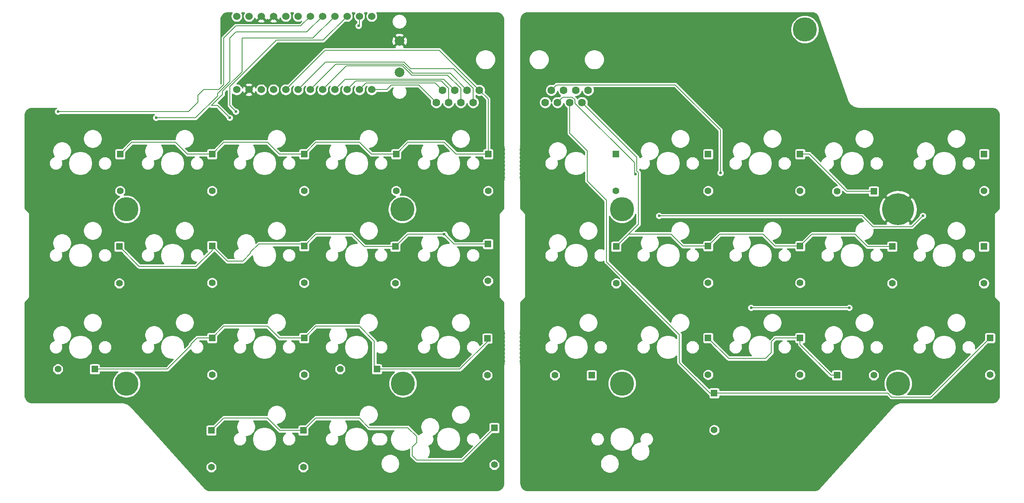
<source format=gbr>
G04 #@! TF.GenerationSoftware,KiCad,Pcbnew,(5.1.9)-1*
G04 #@! TF.CreationDate,2021-01-26T21:27:30-05:00*
G04 #@! TF.ProjectId,reviung34-split-L,72657669-756e-4673-9334-2d73706c6974,2.0*
G04 #@! TF.SameCoordinates,Original*
G04 #@! TF.FileFunction,Copper,L1,Top*
G04 #@! TF.FilePolarity,Positive*
%FSLAX46Y46*%
G04 Gerber Fmt 4.6, Leading zero omitted, Abs format (unit mm)*
G04 Created by KiCad (PCBNEW (5.1.9)-1) date 2021-01-26 21:27:30*
%MOMM*%
%LPD*%
G01*
G04 APERTURE LIST*
G04 #@! TA.AperFunction,ComponentPad*
%ADD10C,5.000000*%
G04 #@! TD*
G04 #@! TA.AperFunction,ComponentPad*
%ADD11C,1.600000*%
G04 #@! TD*
G04 #@! TA.AperFunction,ComponentPad*
%ADD12C,6.600000*%
G04 #@! TD*
G04 #@! TA.AperFunction,ComponentPad*
%ADD13C,2.000000*%
G04 #@! TD*
G04 #@! TA.AperFunction,ComponentPad*
%ADD14C,1.524000*%
G04 #@! TD*
G04 #@! TA.AperFunction,ComponentPad*
%ADD15R,1.397000X1.397000*%
G04 #@! TD*
G04 #@! TA.AperFunction,ComponentPad*
%ADD16C,1.397000*%
G04 #@! TD*
G04 #@! TA.AperFunction,ViaPad*
%ADD17C,0.600000*%
G04 #@! TD*
G04 #@! TA.AperFunction,Conductor*
%ADD18C,0.200000*%
G04 #@! TD*
G04 #@! TA.AperFunction,Conductor*
%ADD19C,0.254000*%
G04 #@! TD*
G04 #@! TA.AperFunction,Conductor*
%ADD20C,0.100000*%
G04 #@! TD*
G04 APERTURE END LIST*
D10*
X211800000Y-54070000D03*
X231080000Y-127440000D03*
X173930000Y-91340000D03*
X173930000Y-127440000D03*
X128440000Y-91340000D03*
X128570000Y-127440000D03*
X71320000Y-127440000D03*
X71320000Y-91340000D03*
D11*
X144380000Y-66660000D03*
X143110000Y-69200000D03*
X141840000Y-66660000D03*
X140570000Y-69200000D03*
X139300000Y-66660000D03*
X138030000Y-69200000D03*
X136760000Y-66660000D03*
X135490000Y-69200000D03*
D12*
X231080000Y-91340000D03*
D11*
X166920000Y-66660000D03*
X165650000Y-69200000D03*
X164380000Y-66660000D03*
X163110000Y-69200000D03*
X161840000Y-66660000D03*
X160570000Y-69200000D03*
X159300000Y-66660000D03*
X158030000Y-69200000D03*
D13*
X127860000Y-56440000D03*
X127860000Y-62940000D03*
D14*
X94162000Y-66548600D03*
X96702000Y-66548600D03*
X99242000Y-66548600D03*
X101782000Y-66548600D03*
X104322000Y-66548600D03*
X106862000Y-66548600D03*
X109402000Y-66548600D03*
X111942000Y-66548600D03*
X114482000Y-66548600D03*
X117022000Y-66548600D03*
X119562000Y-66548600D03*
X122102000Y-66548600D03*
X122102000Y-51328600D03*
X119562000Y-51328600D03*
X117022000Y-51328600D03*
X114482000Y-51328600D03*
X111942000Y-51328600D03*
X109402000Y-51328600D03*
X106862000Y-51328600D03*
X104322000Y-51328600D03*
X101782000Y-51328600D03*
X99242000Y-51328600D03*
X96702000Y-51328600D03*
X94162000Y-51328600D03*
D15*
X70020000Y-79910000D03*
D16*
X70020000Y-87530000D03*
X89070000Y-87530000D03*
D15*
X89070000Y-79910000D03*
X108120000Y-79910000D03*
D16*
X108120000Y-87530000D03*
X127170000Y-87530000D03*
D15*
X127170000Y-79910000D03*
D16*
X146220000Y-87530000D03*
D15*
X146220000Y-79910000D03*
D16*
X69850000Y-106680000D03*
D15*
X69850000Y-99060000D03*
D16*
X89070000Y-106580000D03*
D15*
X89070000Y-98960000D03*
D16*
X108120000Y-106580000D03*
D15*
X108120000Y-98960000D03*
D16*
X127000000Y-106680000D03*
D15*
X127000000Y-99060000D03*
D16*
X146200000Y-106175000D03*
D15*
X146200000Y-98555000D03*
X64770000Y-124460000D03*
D16*
X57150000Y-124460000D03*
D15*
X89070000Y-118010000D03*
D16*
X89070000Y-125630000D03*
D15*
X108120000Y-118010000D03*
D16*
X108120000Y-125630000D03*
D15*
X123190000Y-124460000D03*
D16*
X115570000Y-124460000D03*
D15*
X146050000Y-118110000D03*
D16*
X146050000Y-125730000D03*
D15*
X88900000Y-137160000D03*
D16*
X88900000Y-144780000D03*
D15*
X107950000Y-137160000D03*
D16*
X107950000Y-144780000D03*
X147490000Y-144275000D03*
D15*
X147490000Y-136655000D03*
X172710000Y-79910000D03*
D16*
X172710000Y-87530000D03*
X191760000Y-87530000D03*
D15*
X191760000Y-79910000D03*
X210810000Y-79910000D03*
D16*
X210810000Y-87530000D03*
X218440000Y-87630000D03*
D15*
X226060000Y-87630000D03*
X172720000Y-99060000D03*
D16*
X172720000Y-106680000D03*
X191760000Y-106580000D03*
D15*
X191760000Y-98960000D03*
X210810000Y-98960000D03*
D16*
X210810000Y-106580000D03*
X229870000Y-106680000D03*
D15*
X229870000Y-99060000D03*
D16*
X160020000Y-125730000D03*
D15*
X167640000Y-125730000D03*
X191760000Y-118010000D03*
D16*
X191760000Y-125630000D03*
X210810000Y-125630000D03*
D15*
X210810000Y-118010000D03*
X218440000Y-125730000D03*
D16*
X226060000Y-125730000D03*
X248910000Y-87530000D03*
D15*
X248910000Y-79910000D03*
X248850000Y-99060000D03*
D16*
X248850000Y-106680000D03*
X250120000Y-125630000D03*
D15*
X250120000Y-118010000D03*
X193030000Y-129440000D03*
D16*
X193030000Y-137060000D03*
D17*
X137154001Y-96525999D03*
X57150000Y-71120000D03*
X57150000Y-71120000D03*
X57150000Y-71120000D03*
X77470000Y-72390000D03*
X77470000Y-72390000D03*
X92710000Y-72390000D03*
X93980000Y-71120000D03*
X119380000Y-53340000D03*
X220980000Y-111760000D03*
X200660000Y-111760000D03*
X194310000Y-83820000D03*
X176730001Y-84020001D03*
X236220000Y-92710000D03*
X181610000Y-92710000D03*
D18*
X112485601Y-58384999D02*
X104322000Y-66548600D01*
X136104999Y-58384999D02*
X112485601Y-58384999D01*
X144380000Y-66660000D02*
X136104999Y-58384999D01*
X81465997Y-77459999D02*
X83915998Y-79910000D01*
X83915998Y-79910000D02*
X89070000Y-79910000D01*
X72470001Y-77459999D02*
X81465997Y-77459999D01*
X70020000Y-79910000D02*
X72470001Y-77459999D01*
X100515997Y-77459999D02*
X102965998Y-79910000D01*
X102965998Y-79910000D02*
X108120000Y-79910000D01*
X91520001Y-77459999D02*
X100515997Y-77459999D01*
X89070000Y-79910000D02*
X91520001Y-77459999D01*
X122015998Y-79910000D02*
X127170000Y-79910000D01*
X119565997Y-77459999D02*
X122015998Y-79910000D01*
X110570001Y-77459999D02*
X119565997Y-77459999D01*
X108120000Y-79910000D02*
X110570001Y-77459999D01*
X139588002Y-79910000D02*
X146220000Y-79910000D01*
X137138001Y-77459999D02*
X139588002Y-79910000D01*
X129620001Y-77459999D02*
X137138001Y-77459999D01*
X127170000Y-79910000D02*
X129620001Y-77459999D01*
X146220000Y-68500000D02*
X144380000Y-66660000D01*
X146220000Y-79910000D02*
X146220000Y-68500000D01*
X112570621Y-60839979D02*
X106862000Y-66548600D01*
X128815379Y-60839979D02*
X112570621Y-60839979D01*
X130210399Y-62235001D02*
X128815379Y-60839979D01*
X139043003Y-62235001D02*
X130210399Y-62235001D01*
X143110000Y-66301998D02*
X139043003Y-62235001D01*
X143110000Y-69200000D02*
X143110000Y-66301998D01*
X129550001Y-96509999D02*
X127000000Y-99060000D01*
X137138001Y-96509999D02*
X129550001Y-96509999D01*
X139183002Y-98555000D02*
X137154001Y-96525999D01*
X146200000Y-98555000D02*
X139183002Y-98555000D01*
X110570001Y-96509999D02*
X108120000Y-98960000D01*
X118088001Y-96509999D02*
X110570001Y-96509999D01*
X120638002Y-99060000D02*
X118088001Y-96509999D01*
X127000000Y-99060000D02*
X120638002Y-99060000D01*
X92210001Y-102100001D02*
X89070000Y-98960000D01*
X95420001Y-102100001D02*
X92210001Y-102100001D01*
X97021999Y-100498003D02*
X95420001Y-102100001D01*
X97021999Y-100249999D02*
X97021999Y-100498003D01*
X98771999Y-98499999D02*
X97021999Y-100249999D01*
X107659999Y-98499999D02*
X98771999Y-98499999D01*
X108120000Y-98960000D02*
X107659999Y-98499999D01*
X73990001Y-103200001D02*
X69850000Y-99060000D01*
X85728499Y-103200001D02*
X73990001Y-103200001D01*
X89070000Y-99858500D02*
X85728499Y-103200001D01*
X89070000Y-98960000D02*
X89070000Y-99858500D01*
X137154001Y-96525999D02*
X137138001Y-96509999D01*
X128649690Y-61239989D02*
X114710611Y-61239989D01*
X114710611Y-61239989D02*
X109402000Y-66548600D01*
X130573691Y-63163991D02*
X128649690Y-61239989D01*
X138343991Y-63163991D02*
X130573691Y-63163991D01*
X141840000Y-66660000D02*
X138343991Y-63163991D01*
X122655997Y-118649999D02*
X122655997Y-123925997D01*
X119565997Y-115559999D02*
X122655997Y-118649999D01*
X122655997Y-123925997D02*
X123190000Y-124460000D01*
X110570001Y-115559999D02*
X119565997Y-115559999D01*
X108120000Y-118010000D02*
X110570001Y-115559999D01*
X146050000Y-118780002D02*
X146050000Y-118110000D01*
X140370002Y-124460000D02*
X146050000Y-118780002D01*
X123190000Y-124460000D02*
X140370002Y-124460000D01*
X102965998Y-118010000D02*
X108120000Y-118010000D01*
X100515997Y-115559999D02*
X102965998Y-118010000D01*
X91520001Y-115559999D02*
X100515997Y-115559999D01*
X89070000Y-118010000D02*
X91520001Y-115559999D01*
X85969998Y-118010000D02*
X89070000Y-118010000D01*
X84679999Y-119299999D02*
X85969998Y-118010000D01*
X84679999Y-119548003D02*
X84679999Y-119299999D01*
X79768002Y-124460000D02*
X84679999Y-119548003D01*
X64770000Y-124460000D02*
X79768002Y-124460000D01*
X128484001Y-61639999D02*
X116850601Y-61639999D01*
X130408003Y-63564001D02*
X128484001Y-61639999D01*
X137832003Y-63564001D02*
X130408003Y-63564001D01*
X140570000Y-66301998D02*
X137832003Y-63564001D01*
X116850601Y-61639999D02*
X111942000Y-66548600D01*
X140570000Y-69200000D02*
X140570000Y-66301998D01*
X103065998Y-137160000D02*
X107950000Y-137160000D01*
X100515997Y-134609999D02*
X103065998Y-137160000D01*
X91450001Y-134609999D02*
X100515997Y-134609999D01*
X88900000Y-137160000D02*
X91450001Y-134609999D01*
X140854999Y-143290001D02*
X147490000Y-136655000D01*
X131420999Y-139689999D02*
X130484999Y-140625999D01*
X129603001Y-136599999D02*
X131420999Y-138417997D01*
X131420999Y-143290001D02*
X140854999Y-143290001D01*
X121555997Y-136599999D02*
X129603001Y-136599999D01*
X130484999Y-142354001D02*
X131420999Y-143290001D01*
X119565997Y-134609999D02*
X121555997Y-136599999D01*
X131420999Y-138417997D02*
X131420999Y-139689999D01*
X110500001Y-134609999D02*
X119565997Y-134609999D01*
X130484999Y-140625999D02*
X130484999Y-142354001D01*
X107950000Y-137160000D02*
X110500001Y-134609999D01*
X116660631Y-64369969D02*
X114482000Y-66548600D01*
X137009969Y-64369969D02*
X116660631Y-64369969D01*
X139300000Y-66660000D02*
X137009969Y-64369969D01*
X138030000Y-66301998D02*
X136497981Y-64769979D01*
X138030000Y-69200000D02*
X138030000Y-66301998D01*
X118800621Y-64769979D02*
X117022000Y-66548600D01*
X136497981Y-64769979D02*
X118800621Y-64769979D01*
X120940611Y-65169989D02*
X119562000Y-66548600D01*
X135269989Y-65169989D02*
X120940611Y-65169989D01*
X136760000Y-66660000D02*
X135269989Y-65169989D01*
X122102000Y-66548600D02*
X125221400Y-66548600D01*
X131859999Y-65569999D02*
X135490000Y-69200000D01*
X126200001Y-65569999D02*
X131859999Y-65569999D01*
X125221400Y-66548600D02*
X126200001Y-65569999D01*
X90457339Y-66522104D02*
X91440000Y-65539443D01*
X87343648Y-66522104D02*
X90457339Y-66522104D01*
X86145440Y-67720312D02*
X87343648Y-66522104D01*
X86145440Y-69171558D02*
X86145440Y-67720312D01*
X84196998Y-71120000D02*
X86145440Y-69171558D01*
X57150000Y-71120000D02*
X84196998Y-71120000D01*
X91440000Y-65539443D02*
X91440000Y-55880000D01*
X91440000Y-55880000D02*
X93980000Y-53340000D01*
X107390600Y-53340000D02*
X109402000Y-51328600D01*
X93980000Y-53340000D02*
X107390600Y-53340000D01*
X85632002Y-72390000D02*
X90170000Y-67852002D01*
X77470000Y-72390000D02*
X85632002Y-72390000D01*
X90170000Y-67852002D02*
X90170000Y-67375141D01*
X90170000Y-67375141D02*
X92710000Y-64835141D01*
X92710000Y-64835141D02*
X92710000Y-55880000D01*
X92710000Y-55880000D02*
X93980000Y-54610000D01*
X108660600Y-54610000D02*
X111942000Y-51328600D01*
X93980000Y-54610000D02*
X108660600Y-54610000D01*
X91251147Y-67498853D02*
X88900000Y-69850000D01*
X88900000Y-69850000D02*
X90170000Y-69850000D01*
X91251147Y-66859692D02*
X91251147Y-67498853D01*
X90170000Y-69850000D02*
X92710000Y-72390000D01*
X95250000Y-62860839D02*
X91251147Y-66859692D01*
X95250000Y-55880000D02*
X95250000Y-62860839D01*
X109930600Y-55880000D02*
X95250000Y-55880000D01*
X114482000Y-51328600D02*
X109930600Y-55880000D01*
X93980000Y-71120000D02*
X92710000Y-69850000D01*
X112070590Y-56280010D02*
X117022000Y-51328600D01*
X102396527Y-56280010D02*
X112070590Y-56280010D01*
X92710000Y-65966537D02*
X102396527Y-56280010D01*
X92710000Y-69850000D02*
X92710000Y-65966537D01*
X119562000Y-53158000D02*
X119380000Y-53340000D01*
X119562000Y-51328600D02*
X119562000Y-53158000D01*
X212739998Y-79910000D02*
X210810000Y-79910000D01*
X220459998Y-87630000D02*
X212739998Y-79910000D01*
X226060000Y-87630000D02*
X220459998Y-87630000D01*
X177330002Y-94449998D02*
X172720000Y-99060000D01*
X177330002Y-83732000D02*
X177330002Y-94449998D01*
X177018002Y-83420000D02*
X177330002Y-83732000D01*
X177018002Y-80568002D02*
X177018002Y-83420000D01*
X165650000Y-69200000D02*
X177018002Y-80568002D01*
X186525998Y-98960000D02*
X191760000Y-98960000D01*
X175270001Y-96509999D02*
X184075997Y-96509999D01*
X184075997Y-96509999D02*
X186525998Y-98960000D01*
X172720000Y-99060000D02*
X175270001Y-96509999D01*
X205575998Y-98960000D02*
X210810000Y-98960000D01*
X203125997Y-96509999D02*
X205575998Y-98960000D01*
X194210001Y-96509999D02*
X203125997Y-96509999D01*
X191760000Y-98960000D02*
X194210001Y-96509999D01*
X224725998Y-99060000D02*
X229870000Y-99060000D01*
X222175997Y-96509999D02*
X224725998Y-99060000D01*
X213260001Y-96509999D02*
X222175997Y-96509999D01*
X210810000Y-98960000D02*
X213260001Y-96509999D01*
X218440000Y-125730000D02*
X217170000Y-125730000D01*
X210810000Y-119370000D02*
X210810000Y-118010000D01*
X217170000Y-125730000D02*
X210810000Y-119370000D01*
X203638001Y-122250001D02*
X196000001Y-122250001D01*
X204860001Y-121028001D02*
X203638001Y-122250001D01*
X196000001Y-122250001D02*
X191760000Y-118010000D01*
X205622000Y-118010000D02*
X204860001Y-118771999D01*
X204860001Y-118771999D02*
X204860001Y-121028001D01*
X210810000Y-118010000D02*
X205622000Y-118010000D01*
X237889999Y-130240001D02*
X250120000Y-118010000D01*
X228935998Y-129440000D02*
X229735999Y-130240001D01*
X229735999Y-130240001D02*
X237889999Y-130240001D01*
X193030000Y-129440000D02*
X228935998Y-129440000D01*
X163110000Y-75544002D02*
X163110000Y-69200000D01*
X166760001Y-79194003D02*
X163110000Y-75544002D01*
X166760001Y-85480001D02*
X166760001Y-79194003D01*
X170740001Y-102224003D02*
X170740001Y-89460001D01*
X185810001Y-123118501D02*
X185810001Y-117294003D01*
X170740001Y-89460001D02*
X166760001Y-85480001D01*
X192131500Y-129440000D02*
X185810001Y-123118501D01*
X185810001Y-117294003D02*
X170740001Y-102224003D01*
X193030000Y-129440000D02*
X192131500Y-129440000D01*
X220980000Y-111760000D02*
X200660000Y-111760000D01*
X160400001Y-65559999D02*
X184939999Y-65559999D01*
X159300000Y-66660000D02*
X160400001Y-65559999D01*
X194310000Y-74930000D02*
X194310000Y-83820000D01*
X184939999Y-65559999D02*
X194310000Y-74930000D01*
X176530000Y-83820000D02*
X176730001Y-84020001D01*
X176530000Y-81708002D02*
X176530000Y-83820000D01*
X164210001Y-69388003D02*
X176530000Y-81708002D01*
X163638001Y-68099999D02*
X164210001Y-68671999D01*
X164210001Y-68671999D02*
X164210001Y-69388003D01*
X160570000Y-69200000D02*
X161670001Y-68099999D01*
X161670001Y-68099999D02*
X163638001Y-68099999D01*
X225900001Y-94940001D02*
X223670000Y-92710000D01*
X233989999Y-94940001D02*
X225900001Y-94940001D01*
X236220000Y-92710000D02*
X233989999Y-94940001D01*
X223670000Y-92710000D02*
X181610000Y-92710000D01*
D19*
X118464012Y-50741713D02*
X118370614Y-50967197D01*
X118323000Y-51206569D01*
X118323000Y-51450631D01*
X118370614Y-51690003D01*
X118464012Y-51915487D01*
X118599606Y-52118416D01*
X118772184Y-52290994D01*
X118975113Y-52426588D01*
X118985001Y-52430684D01*
X118985001Y-52669439D01*
X118884691Y-52736464D01*
X118776464Y-52844691D01*
X118691431Y-52971952D01*
X118632859Y-53113357D01*
X118603000Y-53263472D01*
X118603000Y-53416528D01*
X118632859Y-53566643D01*
X118691431Y-53708048D01*
X118776464Y-53835309D01*
X118884691Y-53943536D01*
X119011952Y-54028569D01*
X119153357Y-54087141D01*
X119303472Y-54117000D01*
X119456528Y-54117000D01*
X119606643Y-54087141D01*
X119748048Y-54028569D01*
X119875309Y-53943536D01*
X119983536Y-53835309D01*
X120068569Y-53708048D01*
X120127141Y-53566643D01*
X120157000Y-53416528D01*
X120157000Y-53263472D01*
X120139880Y-53177400D01*
X120141790Y-53158000D01*
X120139000Y-53129669D01*
X120139000Y-52430683D01*
X120148887Y-52426588D01*
X120351816Y-52290994D01*
X120524394Y-52118416D01*
X120659988Y-51915487D01*
X120753386Y-51690003D01*
X120801000Y-51450631D01*
X120801000Y-51206569D01*
X120753386Y-50967197D01*
X120659988Y-50741713D01*
X120562672Y-50596070D01*
X121101328Y-50596070D01*
X121004012Y-50741713D01*
X120910614Y-50967197D01*
X120863000Y-51206569D01*
X120863000Y-51450631D01*
X120910614Y-51690003D01*
X121004012Y-51915487D01*
X121139606Y-52118416D01*
X121312184Y-52290994D01*
X121515113Y-52426588D01*
X121740597Y-52519986D01*
X121979969Y-52567600D01*
X122224031Y-52567600D01*
X122463403Y-52519986D01*
X122688887Y-52426588D01*
X122891816Y-52290994D01*
X122918131Y-52264679D01*
X126273000Y-52264679D01*
X126273000Y-52575321D01*
X126333604Y-52879994D01*
X126452481Y-53166989D01*
X126625064Y-53425279D01*
X126844721Y-53644936D01*
X127103011Y-53817519D01*
X127390006Y-53936396D01*
X127694679Y-53997000D01*
X128005321Y-53997000D01*
X128309994Y-53936396D01*
X128596989Y-53817519D01*
X128855279Y-53644936D01*
X129074936Y-53425279D01*
X129247519Y-53166989D01*
X129366396Y-52879994D01*
X129427000Y-52575321D01*
X129427000Y-52264679D01*
X129366396Y-51960006D01*
X129247519Y-51673011D01*
X129074936Y-51414721D01*
X128855279Y-51195064D01*
X128596989Y-51022481D01*
X128309994Y-50903604D01*
X128005321Y-50843000D01*
X127694679Y-50843000D01*
X127390006Y-50903604D01*
X127103011Y-51022481D01*
X126844721Y-51195064D01*
X126625064Y-51414721D01*
X126452481Y-51673011D01*
X126333604Y-51960006D01*
X126273000Y-52264679D01*
X122918131Y-52264679D01*
X123064394Y-52118416D01*
X123199988Y-51915487D01*
X123293386Y-51690003D01*
X123341000Y-51450631D01*
X123341000Y-51206569D01*
X123293386Y-50967197D01*
X123199988Y-50741713D01*
X123102672Y-50596070D01*
X147903896Y-50596070D01*
X147986843Y-50598167D01*
X148061827Y-50603869D01*
X148135558Y-50613238D01*
X148201542Y-50625022D01*
X148348742Y-50662870D01*
X148483640Y-50712244D01*
X148612127Y-50774140D01*
X148733498Y-50847874D01*
X148846962Y-50932721D01*
X148951717Y-51027929D01*
X149046914Y-51132671D01*
X149131771Y-51246151D01*
X149205502Y-51367516D01*
X149267395Y-51495999D01*
X149316772Y-51630907D01*
X149354620Y-51778105D01*
X149366403Y-51844086D01*
X149375772Y-51917818D01*
X149381474Y-51992802D01*
X149383572Y-52075758D01*
X149383507Y-78009978D01*
X149388347Y-78059340D01*
X149392842Y-78108729D01*
X149393364Y-78110502D01*
X149393544Y-78112340D01*
X149407888Y-78159851D01*
X149421881Y-78207397D01*
X149422735Y-78209031D01*
X149423270Y-78210802D01*
X149446552Y-78254588D01*
X149469532Y-78298545D01*
X149470691Y-78299987D01*
X149471557Y-78301615D01*
X149487362Y-78320994D01*
X149463000Y-78443472D01*
X149463000Y-78596528D01*
X149492859Y-78746643D01*
X149551431Y-78888048D01*
X149576133Y-78925017D01*
X149541431Y-78976952D01*
X149482859Y-79118357D01*
X149453000Y-79268472D01*
X149453000Y-79421528D01*
X149482859Y-79571643D01*
X149541431Y-79713048D01*
X149571133Y-79757500D01*
X149541431Y-79801952D01*
X149482859Y-79943357D01*
X149453000Y-80093472D01*
X149453000Y-80246528D01*
X149482859Y-80396643D01*
X149541431Y-80538048D01*
X149571133Y-80582500D01*
X149541431Y-80626952D01*
X149482859Y-80768357D01*
X149453000Y-80918472D01*
X149453000Y-81071528D01*
X149482859Y-81221643D01*
X149541431Y-81363048D01*
X149571133Y-81407500D01*
X149541431Y-81451952D01*
X149482859Y-81593357D01*
X149453000Y-81743472D01*
X149453000Y-81896528D01*
X149482859Y-82046643D01*
X149541431Y-82188048D01*
X149571133Y-82232500D01*
X149541431Y-82276952D01*
X149482859Y-82418357D01*
X149453000Y-82568472D01*
X149453000Y-82721528D01*
X149482859Y-82871643D01*
X149541431Y-83013048D01*
X149571133Y-83057500D01*
X149541431Y-83101952D01*
X149482859Y-83243357D01*
X149453000Y-83393472D01*
X149453000Y-83546528D01*
X149482859Y-83696643D01*
X149541431Y-83838048D01*
X149571133Y-83882500D01*
X149541431Y-83926952D01*
X149482859Y-84068357D01*
X149453000Y-84218472D01*
X149453000Y-84371528D01*
X149482859Y-84521643D01*
X149541431Y-84663048D01*
X149571133Y-84707500D01*
X149541431Y-84751952D01*
X149482859Y-84893357D01*
X149453000Y-85043472D01*
X149453000Y-85196528D01*
X149478649Y-85325477D01*
X149470203Y-85335768D01*
X149421268Y-85427320D01*
X149391133Y-85526660D01*
X149380958Y-85629970D01*
X149383508Y-85655859D01*
X149383487Y-91194863D01*
X148588212Y-92063551D01*
X148577118Y-92072655D01*
X148553239Y-92101752D01*
X148545382Y-92110334D01*
X148536821Y-92121757D01*
X148511262Y-92152901D01*
X148505744Y-92163224D01*
X148498722Y-92172594D01*
X148481313Y-92208932D01*
X148462327Y-92244453D01*
X148458928Y-92255656D01*
X148453870Y-92266215D01*
X148443887Y-92305242D01*
X148432192Y-92343793D01*
X148431045Y-92355443D01*
X148428143Y-92366786D01*
X148425965Y-92407021D01*
X148424566Y-92421222D01*
X148424566Y-92432855D01*
X148422531Y-92470443D01*
X148424566Y-92484651D01*
X148424565Y-109394438D01*
X148422310Y-109411492D01*
X148424565Y-109446202D01*
X148424565Y-109455000D01*
X148426244Y-109472052D01*
X148429040Y-109515082D01*
X148431324Y-109523625D01*
X148432191Y-109532429D01*
X148444713Y-109573708D01*
X148455851Y-109615370D01*
X148459758Y-109623305D01*
X148462326Y-109631769D01*
X148482666Y-109669824D01*
X148501712Y-109708500D01*
X148507088Y-109715514D01*
X148511261Y-109723322D01*
X148538643Y-109756688D01*
X148549040Y-109770253D01*
X148555036Y-109776663D01*
X148577117Y-109803568D01*
X148590423Y-109814488D01*
X149383487Y-110662204D01*
X149383508Y-116084090D01*
X149380958Y-116109979D01*
X149391133Y-116213289D01*
X149421268Y-116312629D01*
X149470203Y-116404181D01*
X149483504Y-116420388D01*
X149463000Y-116523472D01*
X149463000Y-116676528D01*
X149492859Y-116826643D01*
X149551431Y-116968048D01*
X149576133Y-117005017D01*
X149541431Y-117056952D01*
X149482859Y-117198357D01*
X149453000Y-117348472D01*
X149453000Y-117501528D01*
X149482859Y-117651643D01*
X149541431Y-117793048D01*
X149571133Y-117837500D01*
X149541431Y-117881952D01*
X149482859Y-118023357D01*
X149453000Y-118173472D01*
X149453000Y-118326528D01*
X149482859Y-118476643D01*
X149541431Y-118618048D01*
X149571133Y-118662500D01*
X149541431Y-118706952D01*
X149482859Y-118848357D01*
X149453000Y-118998472D01*
X149453000Y-119151528D01*
X149482859Y-119301643D01*
X149541431Y-119443048D01*
X149571133Y-119487500D01*
X149541431Y-119531952D01*
X149482859Y-119673357D01*
X149453000Y-119823472D01*
X149453000Y-119976528D01*
X149482859Y-120126643D01*
X149541431Y-120268048D01*
X149571133Y-120312500D01*
X149541431Y-120356952D01*
X149482859Y-120498357D01*
X149453000Y-120648472D01*
X149453000Y-120801528D01*
X149482859Y-120951643D01*
X149541431Y-121093048D01*
X149571133Y-121137500D01*
X149541431Y-121181952D01*
X149482859Y-121323357D01*
X149453000Y-121473472D01*
X149453000Y-121626528D01*
X149482859Y-121776643D01*
X149541431Y-121918048D01*
X149571133Y-121962500D01*
X149541431Y-122006952D01*
X149482859Y-122148357D01*
X149453000Y-122298472D01*
X149453000Y-122451528D01*
X149482859Y-122601643D01*
X149541431Y-122743048D01*
X149571133Y-122787500D01*
X149541431Y-122831952D01*
X149482859Y-122973357D01*
X149453000Y-123123472D01*
X149453000Y-123276528D01*
X149482380Y-123424237D01*
X149475671Y-123432233D01*
X149474780Y-123433853D01*
X149473604Y-123435275D01*
X149450017Y-123478898D01*
X149426122Y-123522364D01*
X149425564Y-123524124D01*
X149424685Y-123525749D01*
X149410018Y-123573132D01*
X149395023Y-123620402D01*
X149394817Y-123622238D01*
X149394271Y-123624002D01*
X149389092Y-123673280D01*
X149383558Y-123722613D01*
X149383533Y-123726164D01*
X149383520Y-123726291D01*
X149383532Y-123726419D01*
X149383507Y-123729971D01*
X149383572Y-148115283D01*
X149381473Y-148198249D01*
X149375764Y-148273283D01*
X149366384Y-148347058D01*
X149354585Y-148413086D01*
X149316695Y-148560358D01*
X149267265Y-148695330D01*
X149205305Y-148823866D01*
X149131497Y-148945274D01*
X149046556Y-149058778D01*
X148951260Y-149163544D01*
X148846404Y-149258755D01*
X148732838Y-149343586D01*
X148611360Y-149417291D01*
X148482769Y-149479138D01*
X148347754Y-149528451D01*
X148200449Y-149566212D01*
X148134424Y-149577950D01*
X148060639Y-149587266D01*
X147985601Y-149592909D01*
X147902376Y-149594942D01*
X88642322Y-149594964D01*
X88557471Y-149592722D01*
X88480218Y-149586596D01*
X88403751Y-149576469D01*
X88328156Y-149562399D01*
X88253581Y-149544450D01*
X88180195Y-149522690D01*
X88108092Y-149497169D01*
X88037495Y-149467977D01*
X87968457Y-149435142D01*
X87901211Y-149398768D01*
X87835856Y-149358897D01*
X87772549Y-149315602D01*
X87711428Y-149268943D01*
X87652638Y-149218984D01*
X87596319Y-149165786D01*
X87537754Y-149104312D01*
X83526019Y-144664223D01*
X87724500Y-144664223D01*
X87724500Y-144895777D01*
X87769674Y-145122881D01*
X87858285Y-145336808D01*
X87986929Y-145529338D01*
X88150662Y-145693071D01*
X88343192Y-145821715D01*
X88557119Y-145910326D01*
X88784223Y-145955500D01*
X89015777Y-145955500D01*
X89242881Y-145910326D01*
X89456808Y-145821715D01*
X89649338Y-145693071D01*
X89813071Y-145529338D01*
X89941715Y-145336808D01*
X90030326Y-145122881D01*
X90075500Y-144895777D01*
X90075500Y-144664223D01*
X106774500Y-144664223D01*
X106774500Y-144895777D01*
X106819674Y-145122881D01*
X106908285Y-145336808D01*
X107036929Y-145529338D01*
X107200662Y-145693071D01*
X107393192Y-145821715D01*
X107607119Y-145910326D01*
X107834223Y-145955500D01*
X108065777Y-145955500D01*
X108292881Y-145910326D01*
X108506808Y-145821715D01*
X108699338Y-145693071D01*
X108863071Y-145529338D01*
X108991715Y-145336808D01*
X109080326Y-145122881D01*
X109125500Y-144895777D01*
X109125500Y-144664223D01*
X109080326Y-144437119D01*
X108991715Y-144223192D01*
X108863071Y-144030662D01*
X108699338Y-143866929D01*
X108651975Y-143835282D01*
X123958000Y-143835282D01*
X123958000Y-144224718D01*
X124033975Y-144606670D01*
X124183005Y-144966461D01*
X124399364Y-145290264D01*
X124674736Y-145565636D01*
X124998539Y-145781995D01*
X125358330Y-145931025D01*
X125740282Y-146007000D01*
X126129718Y-146007000D01*
X126511670Y-145931025D01*
X126871461Y-145781995D01*
X127195264Y-145565636D01*
X127470636Y-145290264D01*
X127686995Y-144966461D01*
X127836025Y-144606670D01*
X127912000Y-144224718D01*
X127912000Y-144159223D01*
X146314500Y-144159223D01*
X146314500Y-144390777D01*
X146359674Y-144617881D01*
X146448285Y-144831808D01*
X146576929Y-145024338D01*
X146740662Y-145188071D01*
X146933192Y-145316715D01*
X147147119Y-145405326D01*
X147374223Y-145450500D01*
X147605777Y-145450500D01*
X147832881Y-145405326D01*
X148046808Y-145316715D01*
X148239338Y-145188071D01*
X148403071Y-145024338D01*
X148531715Y-144831808D01*
X148620326Y-144617881D01*
X148665500Y-144390777D01*
X148665500Y-144159223D01*
X148620326Y-143932119D01*
X148531715Y-143718192D01*
X148403071Y-143525662D01*
X148239338Y-143361929D01*
X148046808Y-143233285D01*
X147832881Y-143144674D01*
X147605777Y-143099500D01*
X147374223Y-143099500D01*
X147147119Y-143144674D01*
X146933192Y-143233285D01*
X146740662Y-143361929D01*
X146576929Y-143525662D01*
X146448285Y-143718192D01*
X146359674Y-143932119D01*
X146314500Y-144159223D01*
X127912000Y-144159223D01*
X127912000Y-143835282D01*
X127836025Y-143453330D01*
X127686995Y-143093539D01*
X127470636Y-142769736D01*
X127195264Y-142494364D01*
X126871461Y-142278005D01*
X126511670Y-142128975D01*
X126129718Y-142053000D01*
X125740282Y-142053000D01*
X125358330Y-142128975D01*
X124998539Y-142278005D01*
X124674736Y-142494364D01*
X124399364Y-142769736D01*
X124183005Y-143093539D01*
X124033975Y-143453330D01*
X123958000Y-143835282D01*
X108651975Y-143835282D01*
X108506808Y-143738285D01*
X108292881Y-143649674D01*
X108065777Y-143604500D01*
X107834223Y-143604500D01*
X107607119Y-143649674D01*
X107393192Y-143738285D01*
X107200662Y-143866929D01*
X107036929Y-144030662D01*
X106908285Y-144223192D01*
X106819674Y-144437119D01*
X106774500Y-144664223D01*
X90075500Y-144664223D01*
X90030326Y-144437119D01*
X89941715Y-144223192D01*
X89813071Y-144030662D01*
X89649338Y-143866929D01*
X89456808Y-143738285D01*
X89242881Y-143649674D01*
X89015777Y-143604500D01*
X88784223Y-143604500D01*
X88557119Y-143649674D01*
X88343192Y-143738285D01*
X88150662Y-143866929D01*
X87986929Y-144030662D01*
X87858285Y-144223192D01*
X87769674Y-144437119D01*
X87724500Y-144664223D01*
X83526019Y-144664223D01*
X76114647Y-136461500D01*
X87722193Y-136461500D01*
X87722193Y-137858500D01*
X87731403Y-137952008D01*
X87758678Y-138041923D01*
X87802971Y-138124789D01*
X87862579Y-138197421D01*
X87935211Y-138257029D01*
X88018077Y-138301322D01*
X88107992Y-138328597D01*
X88201500Y-138337807D01*
X89598500Y-138337807D01*
X89692008Y-138328597D01*
X89781923Y-138301322D01*
X89864789Y-138257029D01*
X89937421Y-138197421D01*
X89997029Y-138124789D01*
X90041322Y-138041923D01*
X90068597Y-137952008D01*
X90077807Y-137858500D01*
X90077807Y-136798194D01*
X91689003Y-135186999D01*
X94529466Y-135186999D01*
X94338005Y-135473539D01*
X94188975Y-135833330D01*
X94113000Y-136215282D01*
X94113000Y-136604718D01*
X94188975Y-136986670D01*
X94338005Y-137346461D01*
X94482184Y-137562239D01*
X94403759Y-137577838D01*
X94144062Y-137685409D01*
X93910340Y-137841576D01*
X93711576Y-138040340D01*
X93555409Y-138274062D01*
X93447838Y-138533759D01*
X93393000Y-138809453D01*
X93393000Y-139090547D01*
X93447838Y-139366241D01*
X93555409Y-139625938D01*
X93711576Y-139859660D01*
X93910340Y-140058424D01*
X94144062Y-140214591D01*
X94403759Y-140322162D01*
X94679453Y-140377000D01*
X94960547Y-140377000D01*
X95236241Y-140322162D01*
X95495938Y-140214591D01*
X95729660Y-140058424D01*
X95928424Y-139859660D01*
X96084591Y-139625938D01*
X96192162Y-139366241D01*
X96247000Y-139090547D01*
X96247000Y-138809453D01*
X96225451Y-138701112D01*
X97373000Y-138701112D01*
X97373000Y-139198888D01*
X97470111Y-139687099D01*
X97660602Y-140146983D01*
X97937151Y-140560869D01*
X98289131Y-140912849D01*
X98703017Y-141189398D01*
X99162901Y-141379889D01*
X99651112Y-141477000D01*
X100148888Y-141477000D01*
X100637099Y-141379889D01*
X101096983Y-141189398D01*
X101510869Y-140912849D01*
X101862849Y-140560869D01*
X102139398Y-140146983D01*
X102329889Y-139687099D01*
X102427000Y-139198888D01*
X102427000Y-138701112D01*
X102329889Y-138212901D01*
X102139398Y-137753017D01*
X101862849Y-137339131D01*
X101510869Y-136987151D01*
X101096983Y-136710602D01*
X100637099Y-136520111D01*
X100148888Y-136423000D01*
X99651112Y-136423000D01*
X99162901Y-136520111D01*
X98703017Y-136710602D01*
X98289131Y-136987151D01*
X97937151Y-137339131D01*
X97660602Y-137753017D01*
X97470111Y-138212901D01*
X97373000Y-138701112D01*
X96225451Y-138701112D01*
X96192162Y-138533759D01*
X96131372Y-138387000D01*
X96284718Y-138387000D01*
X96666670Y-138311025D01*
X97026461Y-138161995D01*
X97350264Y-137945636D01*
X97625636Y-137670264D01*
X97841995Y-137346461D01*
X97991025Y-136986670D01*
X98067000Y-136604718D01*
X98067000Y-136215282D01*
X97991025Y-135833330D01*
X97841995Y-135473539D01*
X97650534Y-135186999D01*
X100276996Y-135186999D01*
X102637963Y-137547967D01*
X102656024Y-137569974D01*
X102678031Y-137588035D01*
X102678033Y-137588037D01*
X102697978Y-137604405D01*
X102743883Y-137642079D01*
X102844122Y-137695657D01*
X102888780Y-137709204D01*
X102952886Y-137728651D01*
X103010884Y-137734363D01*
X103037662Y-137737000D01*
X103037667Y-137737000D01*
X103065998Y-137739790D01*
X103094329Y-137737000D01*
X104226850Y-137737000D01*
X104070340Y-137841576D01*
X103871576Y-138040340D01*
X103715409Y-138274062D01*
X103607838Y-138533759D01*
X103553000Y-138809453D01*
X103553000Y-139090547D01*
X103607838Y-139366241D01*
X103715409Y-139625938D01*
X103871576Y-139859660D01*
X104070340Y-140058424D01*
X104304062Y-140214591D01*
X104563759Y-140322162D01*
X104839453Y-140377000D01*
X105120547Y-140377000D01*
X105396241Y-140322162D01*
X105655938Y-140214591D01*
X105889660Y-140058424D01*
X106088424Y-139859660D01*
X106244591Y-139625938D01*
X106352162Y-139366241D01*
X106407000Y-139090547D01*
X106407000Y-138809453D01*
X106352162Y-138533759D01*
X106244591Y-138274062D01*
X106088424Y-138040340D01*
X105889660Y-137841576D01*
X105733150Y-137737000D01*
X106772193Y-137737000D01*
X106772193Y-137858500D01*
X106781403Y-137952008D01*
X106808678Y-138041923D01*
X106852971Y-138124789D01*
X106912579Y-138197421D01*
X106985211Y-138257029D01*
X107068077Y-138301322D01*
X107157992Y-138328597D01*
X107251500Y-138337807D01*
X108648500Y-138337807D01*
X108742008Y-138328597D01*
X108831923Y-138301322D01*
X108914789Y-138257029D01*
X108987421Y-138197421D01*
X109047029Y-138124789D01*
X109091322Y-138041923D01*
X109118597Y-137952008D01*
X109127807Y-137858500D01*
X109127807Y-136798194D01*
X110739003Y-135186999D01*
X113579466Y-135186999D01*
X113388005Y-135473539D01*
X113238975Y-135833330D01*
X113163000Y-136215282D01*
X113163000Y-136604718D01*
X113238975Y-136986670D01*
X113388005Y-137346461D01*
X113532184Y-137562239D01*
X113453759Y-137577838D01*
X113194062Y-137685409D01*
X112960340Y-137841576D01*
X112761576Y-138040340D01*
X112605409Y-138274062D01*
X112497838Y-138533759D01*
X112443000Y-138809453D01*
X112443000Y-139090547D01*
X112497838Y-139366241D01*
X112605409Y-139625938D01*
X112761576Y-139859660D01*
X112960340Y-140058424D01*
X113194062Y-140214591D01*
X113453759Y-140322162D01*
X113729453Y-140377000D01*
X114010547Y-140377000D01*
X114286241Y-140322162D01*
X114545938Y-140214591D01*
X114779660Y-140058424D01*
X114978424Y-139859660D01*
X115134591Y-139625938D01*
X115242162Y-139366241D01*
X115297000Y-139090547D01*
X115297000Y-138809453D01*
X115275451Y-138701112D01*
X116423000Y-138701112D01*
X116423000Y-139198888D01*
X116520111Y-139687099D01*
X116710602Y-140146983D01*
X116987151Y-140560869D01*
X117339131Y-140912849D01*
X117753017Y-141189398D01*
X118212901Y-141379889D01*
X118701112Y-141477000D01*
X119198888Y-141477000D01*
X119687099Y-141379889D01*
X120146983Y-141189398D01*
X120560869Y-140912849D01*
X120912849Y-140560869D01*
X121189398Y-140146983D01*
X121379889Y-139687099D01*
X121477000Y-139198888D01*
X121477000Y-138809453D01*
X121968000Y-138809453D01*
X121968000Y-139090547D01*
X122022838Y-139366241D01*
X122130409Y-139625938D01*
X122286576Y-139859660D01*
X122485340Y-140058424D01*
X122719062Y-140214591D01*
X122978759Y-140322162D01*
X123254453Y-140377000D01*
X123535547Y-140377000D01*
X123712500Y-140341802D01*
X123889453Y-140377000D01*
X124170547Y-140377000D01*
X124446241Y-140322162D01*
X124705938Y-140214591D01*
X124939660Y-140058424D01*
X125138424Y-139859660D01*
X125294591Y-139625938D01*
X125402162Y-139366241D01*
X125457000Y-139090547D01*
X125457000Y-138809453D01*
X125402162Y-138533759D01*
X125294591Y-138274062D01*
X125138424Y-138040340D01*
X124939660Y-137841576D01*
X124705938Y-137685409D01*
X124446241Y-137577838D01*
X124170547Y-137523000D01*
X123889453Y-137523000D01*
X123712500Y-137558198D01*
X123535547Y-137523000D01*
X123254453Y-137523000D01*
X122978759Y-137577838D01*
X122719062Y-137685409D01*
X122485340Y-137841576D01*
X122286576Y-138040340D01*
X122130409Y-138274062D01*
X122022838Y-138533759D01*
X121968000Y-138809453D01*
X121477000Y-138809453D01*
X121477000Y-138701112D01*
X121379889Y-138212901D01*
X121189398Y-137753017D01*
X120912849Y-137339131D01*
X120560869Y-136987151D01*
X120146983Y-136710602D01*
X119687099Y-136520111D01*
X119198888Y-136423000D01*
X118701112Y-136423000D01*
X118212901Y-136520111D01*
X117753017Y-136710602D01*
X117339131Y-136987151D01*
X116987151Y-137339131D01*
X116710602Y-137753017D01*
X116520111Y-138212901D01*
X116423000Y-138701112D01*
X115275451Y-138701112D01*
X115242162Y-138533759D01*
X115181372Y-138387000D01*
X115334718Y-138387000D01*
X115716670Y-138311025D01*
X116076461Y-138161995D01*
X116400264Y-137945636D01*
X116675636Y-137670264D01*
X116891995Y-137346461D01*
X117041025Y-136986670D01*
X117117000Y-136604718D01*
X117117000Y-136215282D01*
X117041025Y-135833330D01*
X116891995Y-135473539D01*
X116700534Y-135186999D01*
X119326996Y-135186999D01*
X121127962Y-136987966D01*
X121146023Y-137009973D01*
X121168030Y-137028034D01*
X121168032Y-137028036D01*
X121186223Y-137042965D01*
X121233882Y-137082078D01*
X121334121Y-137135656D01*
X121378779Y-137149203D01*
X121442885Y-137168650D01*
X121500883Y-137174362D01*
X121527661Y-137176999D01*
X121527666Y-137176999D01*
X121555997Y-137179789D01*
X121584328Y-137176999D01*
X126674283Y-137176999D01*
X126512151Y-137339131D01*
X126235602Y-137753017D01*
X126045111Y-138212901D01*
X125948000Y-138701112D01*
X125948000Y-139198888D01*
X126045111Y-139687099D01*
X126235602Y-140146983D01*
X126512151Y-140560869D01*
X126864131Y-140912849D01*
X127278017Y-141189398D01*
X127737901Y-141379889D01*
X128226112Y-141477000D01*
X128723888Y-141477000D01*
X129212099Y-141379889D01*
X129671983Y-141189398D01*
X129907999Y-141031697D01*
X129908000Y-142325660D01*
X129905209Y-142354001D01*
X129916348Y-142467112D01*
X129949343Y-142575877D01*
X130002921Y-142676116D01*
X130033192Y-142713001D01*
X130056962Y-142741965D01*
X130056965Y-142741968D01*
X130075026Y-142763975D01*
X130097033Y-142782036D01*
X130992960Y-143677963D01*
X131011025Y-143699975D01*
X131098884Y-143772080D01*
X131199123Y-143825658D01*
X131243781Y-143839205D01*
X131307887Y-143858652D01*
X131365885Y-143864364D01*
X131392663Y-143867001D01*
X131392668Y-143867001D01*
X131420999Y-143869791D01*
X131449330Y-143867001D01*
X140826668Y-143867001D01*
X140854999Y-143869791D01*
X140883330Y-143867001D01*
X140883335Y-143867001D01*
X140913044Y-143864075D01*
X140968110Y-143858652D01*
X141012769Y-143845104D01*
X141076875Y-143825658D01*
X141177114Y-143772080D01*
X141264973Y-143699975D01*
X141283038Y-143677963D01*
X147128194Y-137832807D01*
X148188500Y-137832807D01*
X148282008Y-137823597D01*
X148371923Y-137796322D01*
X148454789Y-137752029D01*
X148527421Y-137692421D01*
X148587029Y-137619789D01*
X148631322Y-137536923D01*
X148658597Y-137447008D01*
X148667807Y-137353500D01*
X148667807Y-135956500D01*
X148658597Y-135862992D01*
X148631322Y-135773077D01*
X148587029Y-135690211D01*
X148527421Y-135617579D01*
X148454789Y-135557971D01*
X148371923Y-135513678D01*
X148282008Y-135486403D01*
X148188500Y-135477193D01*
X146791500Y-135477193D01*
X146697992Y-135486403D01*
X146608077Y-135513678D01*
X146525211Y-135557971D01*
X146452579Y-135617579D01*
X146392971Y-135690211D01*
X146348678Y-135773077D01*
X146321403Y-135862992D01*
X146312193Y-135956500D01*
X146312193Y-137016806D01*
X144507000Y-138821999D01*
X144507000Y-138809453D01*
X144452162Y-138533759D01*
X144344591Y-138274062D01*
X144188424Y-138040340D01*
X143989660Y-137841576D01*
X143755938Y-137685409D01*
X143496241Y-137577838D01*
X143220547Y-137523000D01*
X142939453Y-137523000D01*
X142663759Y-137577838D01*
X142404062Y-137685409D01*
X142170340Y-137841576D01*
X141971576Y-138040340D01*
X141815409Y-138274062D01*
X141707838Y-138533759D01*
X141653000Y-138809453D01*
X141653000Y-139090547D01*
X141707838Y-139366241D01*
X141815409Y-139625938D01*
X141971576Y-139859660D01*
X142170340Y-140058424D01*
X142404062Y-140214591D01*
X142663759Y-140322162D01*
X142939453Y-140377000D01*
X142951999Y-140377000D01*
X140615998Y-142713001D01*
X133845534Y-142713001D01*
X134036995Y-142426461D01*
X134186025Y-142066670D01*
X134262000Y-141684718D01*
X134262000Y-141295282D01*
X134186025Y-140913330D01*
X134036995Y-140553539D01*
X133892816Y-140337761D01*
X133971241Y-140322162D01*
X134230938Y-140214591D01*
X134464660Y-140058424D01*
X134663424Y-139859660D01*
X134819591Y-139625938D01*
X134927162Y-139366241D01*
X134982000Y-139090547D01*
X134982000Y-138809453D01*
X134960451Y-138701112D01*
X135473000Y-138701112D01*
X135473000Y-139198888D01*
X135570111Y-139687099D01*
X135760602Y-140146983D01*
X136037151Y-140560869D01*
X136389131Y-140912849D01*
X136803017Y-141189398D01*
X137262901Y-141379889D01*
X137751112Y-141477000D01*
X138248888Y-141477000D01*
X138737099Y-141379889D01*
X139196983Y-141189398D01*
X139610869Y-140912849D01*
X139962849Y-140560869D01*
X140239398Y-140146983D01*
X140429889Y-139687099D01*
X140527000Y-139198888D01*
X140527000Y-138701112D01*
X140429889Y-138212901D01*
X140239398Y-137753017D01*
X139962849Y-137339131D01*
X139610869Y-136987151D01*
X139196983Y-136710602D01*
X138737099Y-136520111D01*
X138248888Y-136423000D01*
X137751112Y-136423000D01*
X137262901Y-136520111D01*
X136803017Y-136710602D01*
X136389131Y-136987151D01*
X136037151Y-137339131D01*
X135760602Y-137753017D01*
X135570111Y-138212901D01*
X135473000Y-138701112D01*
X134960451Y-138701112D01*
X134927162Y-138533759D01*
X134824909Y-138286902D01*
X135126461Y-138161995D01*
X135450264Y-137945636D01*
X135725636Y-137670264D01*
X135941995Y-137346461D01*
X136091025Y-136986670D01*
X136167000Y-136604718D01*
X136167000Y-136215282D01*
X136091025Y-135833330D01*
X135941995Y-135473539D01*
X135725636Y-135149736D01*
X135450264Y-134874364D01*
X135126461Y-134658005D01*
X134766670Y-134508975D01*
X134384718Y-134433000D01*
X133995282Y-134433000D01*
X133613330Y-134508975D01*
X133253539Y-134658005D01*
X132929736Y-134874364D01*
X132654364Y-135149736D01*
X132438005Y-135473539D01*
X132288975Y-135833330D01*
X132213000Y-136215282D01*
X132213000Y-136604718D01*
X132288975Y-136986670D01*
X132438005Y-137346461D01*
X132582184Y-137562239D01*
X132503759Y-137577838D01*
X132244062Y-137685409D01*
X132010340Y-137841576D01*
X131836797Y-138015119D01*
X131830973Y-138008023D01*
X131808962Y-137989959D01*
X130031040Y-136212037D01*
X130012975Y-136190025D01*
X129925116Y-136117920D01*
X129824877Y-136064342D01*
X129760771Y-136044896D01*
X129716112Y-136031348D01*
X129661046Y-136025925D01*
X129631337Y-136022999D01*
X129631332Y-136022999D01*
X129603001Y-136020209D01*
X129574670Y-136022999D01*
X121794999Y-136022999D01*
X121619000Y-135847000D01*
X121684718Y-135847000D01*
X122066670Y-135771025D01*
X122426461Y-135621995D01*
X122750264Y-135405636D01*
X123025636Y-135130264D01*
X123241995Y-134806461D01*
X123391025Y-134446670D01*
X123467000Y-134064718D01*
X123467000Y-133675282D01*
X138563000Y-133675282D01*
X138563000Y-134064718D01*
X138638975Y-134446670D01*
X138788005Y-134806461D01*
X139004364Y-135130264D01*
X139279736Y-135405636D01*
X139603539Y-135621995D01*
X139963330Y-135771025D01*
X140345282Y-135847000D01*
X140734718Y-135847000D01*
X141116670Y-135771025D01*
X141476461Y-135621995D01*
X141800264Y-135405636D01*
X142075636Y-135130264D01*
X142291995Y-134806461D01*
X142441025Y-134446670D01*
X142517000Y-134064718D01*
X142517000Y-133675282D01*
X142441025Y-133293330D01*
X142291995Y-132933539D01*
X142075636Y-132609736D01*
X141800264Y-132334364D01*
X141476461Y-132118005D01*
X141116670Y-131968975D01*
X140734718Y-131893000D01*
X140345282Y-131893000D01*
X139963330Y-131968975D01*
X139603539Y-132118005D01*
X139279736Y-132334364D01*
X139004364Y-132609736D01*
X138788005Y-132933539D01*
X138638975Y-133293330D01*
X138563000Y-133675282D01*
X123467000Y-133675282D01*
X123391025Y-133293330D01*
X123241995Y-132933539D01*
X123025636Y-132609736D01*
X122750264Y-132334364D01*
X122426461Y-132118005D01*
X122066670Y-131968975D01*
X121684718Y-131893000D01*
X121295282Y-131893000D01*
X120913330Y-131968975D01*
X120553539Y-132118005D01*
X120229736Y-132334364D01*
X119954364Y-132609736D01*
X119738005Y-132933539D01*
X119588975Y-133293330D01*
X119513000Y-133675282D01*
X119513000Y-134032999D01*
X110528332Y-134032999D01*
X110500001Y-134030209D01*
X110471670Y-134032999D01*
X110471665Y-134032999D01*
X110444887Y-134035636D01*
X110386889Y-134041348D01*
X110322783Y-134060795D01*
X110278125Y-134074342D01*
X110177886Y-134127920D01*
X110131981Y-134165594D01*
X110112036Y-134181962D01*
X110112034Y-134181964D01*
X110090027Y-134200025D01*
X110071966Y-134222032D01*
X108311806Y-135982193D01*
X107251500Y-135982193D01*
X107157992Y-135991403D01*
X107068077Y-136018678D01*
X106985211Y-136062971D01*
X106912579Y-136122579D01*
X106852971Y-136195211D01*
X106808678Y-136278077D01*
X106781403Y-136367992D01*
X106772193Y-136461500D01*
X106772193Y-136583000D01*
X103305000Y-136583000D01*
X102569000Y-135847000D01*
X102634718Y-135847000D01*
X103016670Y-135771025D01*
X103376461Y-135621995D01*
X103700264Y-135405636D01*
X103975636Y-135130264D01*
X104191995Y-134806461D01*
X104341025Y-134446670D01*
X104417000Y-134064718D01*
X104417000Y-133675282D01*
X104341025Y-133293330D01*
X104191995Y-132933539D01*
X103975636Y-132609736D01*
X103700264Y-132334364D01*
X103376461Y-132118005D01*
X103016670Y-131968975D01*
X102634718Y-131893000D01*
X102245282Y-131893000D01*
X101863330Y-131968975D01*
X101503539Y-132118005D01*
X101179736Y-132334364D01*
X100904364Y-132609736D01*
X100688005Y-132933539D01*
X100538975Y-133293330D01*
X100463000Y-133675282D01*
X100463000Y-134032999D01*
X91478332Y-134032999D01*
X91450001Y-134030209D01*
X91421670Y-134032999D01*
X91421665Y-134032999D01*
X91394887Y-134035636D01*
X91336889Y-134041348D01*
X91272783Y-134060795D01*
X91228125Y-134074342D01*
X91127886Y-134127920D01*
X91081981Y-134165594D01*
X91062036Y-134181962D01*
X91062034Y-134181964D01*
X91040027Y-134200025D01*
X91021966Y-134222032D01*
X89261806Y-135982193D01*
X88201500Y-135982193D01*
X88107992Y-135991403D01*
X88018077Y-136018678D01*
X87935211Y-136062971D01*
X87862579Y-136122579D01*
X87802971Y-136195211D01*
X87758678Y-136278077D01*
X87731403Y-136367992D01*
X87722193Y-136461500D01*
X76114647Y-136461500D01*
X72279685Y-132217060D01*
X72277252Y-132214846D01*
X72275257Y-132212219D01*
X72270218Y-132206856D01*
X72197274Y-132130290D01*
X72189520Y-132123600D01*
X72182899Y-132115774D01*
X72177585Y-132110684D01*
X72101088Y-132038428D01*
X72093034Y-132032188D01*
X72086050Y-132024762D01*
X72080476Y-132019958D01*
X72000621Y-131952098D01*
X71992287Y-131946315D01*
X71984958Y-131939297D01*
X71979140Y-131934792D01*
X71896122Y-131871416D01*
X71887534Y-131866100D01*
X71879878Y-131859499D01*
X71873834Y-131855304D01*
X71787848Y-131796499D01*
X71779030Y-131791658D01*
X71771076Y-131785491D01*
X71764821Y-131781615D01*
X71676065Y-131727468D01*
X71667027Y-131723101D01*
X71658776Y-131717365D01*
X71652329Y-131713820D01*
X71560996Y-131664417D01*
X71551761Y-131660533D01*
X71543246Y-131655246D01*
X71536623Y-131652040D01*
X71442910Y-131607468D01*
X71433488Y-131604069D01*
X71424711Y-131599231D01*
X71417931Y-131596372D01*
X71322034Y-131556719D01*
X71312444Y-131553812D01*
X71303423Y-131549433D01*
X71296504Y-131546930D01*
X71198617Y-131512282D01*
X71188873Y-131509872D01*
X71179621Y-131505961D01*
X71172581Y-131503821D01*
X71072902Y-131474266D01*
X71063023Y-131472361D01*
X71053557Y-131468928D01*
X71046415Y-131467157D01*
X70945138Y-131442780D01*
X70935135Y-131441386D01*
X70925468Y-131438441D01*
X70918244Y-131437044D01*
X70815564Y-131417933D01*
X70805457Y-131417059D01*
X70795614Y-131414615D01*
X70788327Y-131413598D01*
X70684440Y-131399839D01*
X70674248Y-131399493D01*
X70664236Y-131397559D01*
X70656905Y-131396926D01*
X70552007Y-131388608D01*
X70541766Y-131388799D01*
X70531617Y-131387388D01*
X70524263Y-131387143D01*
X70418550Y-131384351D01*
X70415270Y-131384585D01*
X70411994Y-131384218D01*
X70404636Y-131384167D01*
X51821432Y-131384167D01*
X51738476Y-131382069D01*
X51663492Y-131376367D01*
X51589759Y-131366998D01*
X51523778Y-131355215D01*
X51376575Y-131317365D01*
X51241674Y-131267990D01*
X51113188Y-131206095D01*
X50991824Y-131132365D01*
X50878349Y-131047511D01*
X50773605Y-130952312D01*
X50678396Y-130847556D01*
X50593542Y-130734081D01*
X50519813Y-130612721D01*
X50457915Y-130484226D01*
X50408541Y-130349324D01*
X50370693Y-130202128D01*
X50358911Y-130136151D01*
X50349541Y-130062406D01*
X50343840Y-129987426D01*
X50341743Y-129904479D01*
X50341767Y-124344223D01*
X55974500Y-124344223D01*
X55974500Y-124575777D01*
X56019674Y-124802881D01*
X56108285Y-125016808D01*
X56236929Y-125209338D01*
X56400662Y-125373071D01*
X56593192Y-125501715D01*
X56807119Y-125590326D01*
X57034223Y-125635500D01*
X57265777Y-125635500D01*
X57492881Y-125590326D01*
X57706808Y-125501715D01*
X57899338Y-125373071D01*
X58063071Y-125209338D01*
X58191715Y-125016808D01*
X58280326Y-124802881D01*
X58325500Y-124575777D01*
X58325500Y-124344223D01*
X58280326Y-124117119D01*
X58191715Y-123903192D01*
X58097040Y-123761500D01*
X63592193Y-123761500D01*
X63592193Y-125158500D01*
X63601403Y-125252008D01*
X63628678Y-125341923D01*
X63672971Y-125424789D01*
X63732579Y-125497421D01*
X63805211Y-125557029D01*
X63888077Y-125601322D01*
X63977992Y-125628597D01*
X64071500Y-125637807D01*
X65468500Y-125637807D01*
X65562008Y-125628597D01*
X65651923Y-125601322D01*
X65734789Y-125557029D01*
X65807421Y-125497421D01*
X65867029Y-125424789D01*
X65911322Y-125341923D01*
X65938597Y-125252008D01*
X65947807Y-125158500D01*
X65947807Y-125037000D01*
X69557885Y-125037000D01*
X69422273Y-125127613D01*
X69007613Y-125542273D01*
X68681817Y-126029862D01*
X68457405Y-126571641D01*
X68343000Y-127146791D01*
X68343000Y-127733209D01*
X68457405Y-128308359D01*
X68681817Y-128850138D01*
X69007613Y-129337727D01*
X69422273Y-129752387D01*
X69909862Y-130078183D01*
X70451641Y-130302595D01*
X71026791Y-130417000D01*
X71613209Y-130417000D01*
X72188359Y-130302595D01*
X72730138Y-130078183D01*
X73217727Y-129752387D01*
X73632387Y-129337727D01*
X73958183Y-128850138D01*
X74182595Y-128308359D01*
X74297000Y-127733209D01*
X74297000Y-127146791D01*
X74182595Y-126571641D01*
X73958183Y-126029862D01*
X73632387Y-125542273D01*
X73604337Y-125514223D01*
X87894500Y-125514223D01*
X87894500Y-125745777D01*
X87939674Y-125972881D01*
X88028285Y-126186808D01*
X88156929Y-126379338D01*
X88320662Y-126543071D01*
X88513192Y-126671715D01*
X88727119Y-126760326D01*
X88954223Y-126805500D01*
X89185777Y-126805500D01*
X89412881Y-126760326D01*
X89626808Y-126671715D01*
X89819338Y-126543071D01*
X89983071Y-126379338D01*
X90111715Y-126186808D01*
X90200326Y-125972881D01*
X90245500Y-125745777D01*
X90245500Y-125514223D01*
X106944500Y-125514223D01*
X106944500Y-125745777D01*
X106989674Y-125972881D01*
X107078285Y-126186808D01*
X107206929Y-126379338D01*
X107370662Y-126543071D01*
X107563192Y-126671715D01*
X107777119Y-126760326D01*
X108004223Y-126805500D01*
X108235777Y-126805500D01*
X108462881Y-126760326D01*
X108676808Y-126671715D01*
X108869338Y-126543071D01*
X109033071Y-126379338D01*
X109161715Y-126186808D01*
X109250326Y-125972881D01*
X109295500Y-125745777D01*
X109295500Y-125514223D01*
X109250326Y-125287119D01*
X109161715Y-125073192D01*
X109033071Y-124880662D01*
X108869338Y-124716929D01*
X108676808Y-124588285D01*
X108462881Y-124499674D01*
X108235777Y-124454500D01*
X108004223Y-124454500D01*
X107777119Y-124499674D01*
X107563192Y-124588285D01*
X107370662Y-124716929D01*
X107206929Y-124880662D01*
X107078285Y-125073192D01*
X106989674Y-125287119D01*
X106944500Y-125514223D01*
X90245500Y-125514223D01*
X90200326Y-125287119D01*
X90111715Y-125073192D01*
X89983071Y-124880662D01*
X89819338Y-124716929D01*
X89626808Y-124588285D01*
X89412881Y-124499674D01*
X89185777Y-124454500D01*
X88954223Y-124454500D01*
X88727119Y-124499674D01*
X88513192Y-124588285D01*
X88320662Y-124716929D01*
X88156929Y-124880662D01*
X88028285Y-125073192D01*
X87939674Y-125287119D01*
X87894500Y-125514223D01*
X73604337Y-125514223D01*
X73217727Y-125127613D01*
X73082115Y-125037000D01*
X79739671Y-125037000D01*
X79768002Y-125039790D01*
X79796333Y-125037000D01*
X79796338Y-125037000D01*
X79826047Y-125034074D01*
X79881113Y-125028651D01*
X79925772Y-125015103D01*
X79989878Y-124995657D01*
X80090117Y-124942079D01*
X80177976Y-124869974D01*
X80196041Y-124847962D01*
X80699780Y-124344223D01*
X114394500Y-124344223D01*
X114394500Y-124575777D01*
X114439674Y-124802881D01*
X114528285Y-125016808D01*
X114656929Y-125209338D01*
X114820662Y-125373071D01*
X115013192Y-125501715D01*
X115227119Y-125590326D01*
X115454223Y-125635500D01*
X115685777Y-125635500D01*
X115912881Y-125590326D01*
X116126808Y-125501715D01*
X116319338Y-125373071D01*
X116483071Y-125209338D01*
X116611715Y-125016808D01*
X116700326Y-124802881D01*
X116745500Y-124575777D01*
X116745500Y-124344223D01*
X116700326Y-124117119D01*
X116611715Y-123903192D01*
X116483071Y-123710662D01*
X116319338Y-123546929D01*
X116126808Y-123418285D01*
X115912881Y-123329674D01*
X115685777Y-123284500D01*
X115454223Y-123284500D01*
X115227119Y-123329674D01*
X115013192Y-123418285D01*
X114820662Y-123546929D01*
X114656929Y-123710662D01*
X114528285Y-123903192D01*
X114439674Y-124117119D01*
X114394500Y-124344223D01*
X80699780Y-124344223D01*
X84607608Y-120436395D01*
X84665409Y-120575938D01*
X84821576Y-120809660D01*
X85020340Y-121008424D01*
X85254062Y-121164591D01*
X85513759Y-121272162D01*
X85789453Y-121327000D01*
X86070547Y-121327000D01*
X86346241Y-121272162D01*
X86605938Y-121164591D01*
X86839660Y-121008424D01*
X87038424Y-120809660D01*
X87194591Y-120575938D01*
X87302162Y-120316241D01*
X87357000Y-120040547D01*
X87357000Y-119759453D01*
X87302162Y-119483759D01*
X87194591Y-119224062D01*
X87038424Y-118990340D01*
X86839660Y-118791576D01*
X86605938Y-118635409D01*
X86489069Y-118587000D01*
X87892193Y-118587000D01*
X87892193Y-118708500D01*
X87901403Y-118802008D01*
X87928678Y-118891923D01*
X87972971Y-118974789D01*
X88032579Y-119047421D01*
X88105211Y-119107029D01*
X88188077Y-119151322D01*
X88277992Y-119178597D01*
X88371500Y-119187807D01*
X89768500Y-119187807D01*
X89862008Y-119178597D01*
X89951923Y-119151322D01*
X90034789Y-119107029D01*
X90107421Y-119047421D01*
X90167029Y-118974789D01*
X90211322Y-118891923D01*
X90238597Y-118802008D01*
X90247807Y-118708500D01*
X90247807Y-117648194D01*
X91759002Y-116136999D01*
X94529466Y-116136999D01*
X94338005Y-116423539D01*
X94188975Y-116783330D01*
X94113000Y-117165282D01*
X94113000Y-117554718D01*
X94188975Y-117936670D01*
X94338005Y-118296461D01*
X94482184Y-118512239D01*
X94403759Y-118527838D01*
X94144062Y-118635409D01*
X93910340Y-118791576D01*
X93711576Y-118990340D01*
X93555409Y-119224062D01*
X93447838Y-119483759D01*
X93393000Y-119759453D01*
X93393000Y-120040547D01*
X93447838Y-120316241D01*
X93555409Y-120575938D01*
X93711576Y-120809660D01*
X93910340Y-121008424D01*
X94144062Y-121164591D01*
X94403759Y-121272162D01*
X94679453Y-121327000D01*
X94960547Y-121327000D01*
X95236241Y-121272162D01*
X95495938Y-121164591D01*
X95729660Y-121008424D01*
X95928424Y-120809660D01*
X96084591Y-120575938D01*
X96192162Y-120316241D01*
X96247000Y-120040547D01*
X96247000Y-119759453D01*
X96225451Y-119651112D01*
X97373000Y-119651112D01*
X97373000Y-120148888D01*
X97470111Y-120637099D01*
X97660602Y-121096983D01*
X97937151Y-121510869D01*
X98289131Y-121862849D01*
X98703017Y-122139398D01*
X99162901Y-122329889D01*
X99651112Y-122427000D01*
X100148888Y-122427000D01*
X100637099Y-122329889D01*
X101096983Y-122139398D01*
X101510869Y-121862849D01*
X101862849Y-121510869D01*
X102139398Y-121096983D01*
X102329889Y-120637099D01*
X102427000Y-120148888D01*
X102427000Y-119651112D01*
X102329889Y-119162901D01*
X102139398Y-118703017D01*
X101862849Y-118289131D01*
X101510869Y-117937151D01*
X101096983Y-117660602D01*
X100637099Y-117470111D01*
X100148888Y-117373000D01*
X99651112Y-117373000D01*
X99162901Y-117470111D01*
X98703017Y-117660602D01*
X98289131Y-117937151D01*
X97937151Y-118289131D01*
X97660602Y-118703017D01*
X97470111Y-119162901D01*
X97373000Y-119651112D01*
X96225451Y-119651112D01*
X96192162Y-119483759D01*
X96131372Y-119337000D01*
X96284718Y-119337000D01*
X96666670Y-119261025D01*
X97026461Y-119111995D01*
X97350264Y-118895636D01*
X97625636Y-118620264D01*
X97841995Y-118296461D01*
X97991025Y-117936670D01*
X98067000Y-117554718D01*
X98067000Y-117165282D01*
X97991025Y-116783330D01*
X97841995Y-116423539D01*
X97650534Y-116136999D01*
X100276996Y-116136999D01*
X102537959Y-118397962D01*
X102556024Y-118419974D01*
X102643883Y-118492079D01*
X102744122Y-118545657D01*
X102785227Y-118558126D01*
X102852886Y-118578651D01*
X102965998Y-118589791D01*
X102994337Y-118587000D01*
X104420931Y-118587000D01*
X104304062Y-118635409D01*
X104070340Y-118791576D01*
X103871576Y-118990340D01*
X103715409Y-119224062D01*
X103607838Y-119483759D01*
X103553000Y-119759453D01*
X103553000Y-120040547D01*
X103607838Y-120316241D01*
X103715409Y-120575938D01*
X103871576Y-120809660D01*
X104070340Y-121008424D01*
X104304062Y-121164591D01*
X104563759Y-121272162D01*
X104839453Y-121327000D01*
X105120547Y-121327000D01*
X105396241Y-121272162D01*
X105655938Y-121164591D01*
X105889660Y-121008424D01*
X106088424Y-120809660D01*
X106244591Y-120575938D01*
X106352162Y-120316241D01*
X106407000Y-120040547D01*
X106407000Y-119759453D01*
X106352162Y-119483759D01*
X106244591Y-119224062D01*
X106088424Y-118990340D01*
X105889660Y-118791576D01*
X105655938Y-118635409D01*
X105539069Y-118587000D01*
X106942193Y-118587000D01*
X106942193Y-118708500D01*
X106951403Y-118802008D01*
X106978678Y-118891923D01*
X107022971Y-118974789D01*
X107082579Y-119047421D01*
X107155211Y-119107029D01*
X107238077Y-119151322D01*
X107327992Y-119178597D01*
X107421500Y-119187807D01*
X108818500Y-119187807D01*
X108912008Y-119178597D01*
X109001923Y-119151322D01*
X109084789Y-119107029D01*
X109157421Y-119047421D01*
X109217029Y-118974789D01*
X109261322Y-118891923D01*
X109288597Y-118802008D01*
X109297807Y-118708500D01*
X109297807Y-117648194D01*
X110809002Y-116136999D01*
X113579466Y-116136999D01*
X113388005Y-116423539D01*
X113238975Y-116783330D01*
X113163000Y-117165282D01*
X113163000Y-117554718D01*
X113238975Y-117936670D01*
X113388005Y-118296461D01*
X113532184Y-118512239D01*
X113453759Y-118527838D01*
X113194062Y-118635409D01*
X112960340Y-118791576D01*
X112761576Y-118990340D01*
X112605409Y-119224062D01*
X112497838Y-119483759D01*
X112443000Y-119759453D01*
X112443000Y-120040547D01*
X112497838Y-120316241D01*
X112605409Y-120575938D01*
X112761576Y-120809660D01*
X112960340Y-121008424D01*
X113194062Y-121164591D01*
X113453759Y-121272162D01*
X113729453Y-121327000D01*
X114010547Y-121327000D01*
X114286241Y-121272162D01*
X114545938Y-121164591D01*
X114779660Y-121008424D01*
X114978424Y-120809660D01*
X115134591Y-120575938D01*
X115242162Y-120316241D01*
X115297000Y-120040547D01*
X115297000Y-119759453D01*
X115275451Y-119651112D01*
X116423000Y-119651112D01*
X116423000Y-120148888D01*
X116520111Y-120637099D01*
X116710602Y-121096983D01*
X116987151Y-121510869D01*
X117339131Y-121862849D01*
X117753017Y-122139398D01*
X118212901Y-122329889D01*
X118701112Y-122427000D01*
X119198888Y-122427000D01*
X119687099Y-122329889D01*
X120146983Y-122139398D01*
X120560869Y-121862849D01*
X120912849Y-121510869D01*
X121189398Y-121096983D01*
X121379889Y-120637099D01*
X121477000Y-120148888D01*
X121477000Y-119651112D01*
X121379889Y-119162901D01*
X121189398Y-118703017D01*
X120912849Y-118289131D01*
X120560869Y-117937151D01*
X120146983Y-117660602D01*
X119687099Y-117470111D01*
X119198888Y-117373000D01*
X118701112Y-117373000D01*
X118212901Y-117470111D01*
X117753017Y-117660602D01*
X117339131Y-117937151D01*
X116987151Y-118289131D01*
X116710602Y-118703017D01*
X116520111Y-119162901D01*
X116423000Y-119651112D01*
X115275451Y-119651112D01*
X115242162Y-119483759D01*
X115181372Y-119337000D01*
X115334718Y-119337000D01*
X115716670Y-119261025D01*
X116076461Y-119111995D01*
X116400264Y-118895636D01*
X116675636Y-118620264D01*
X116891995Y-118296461D01*
X117041025Y-117936670D01*
X117117000Y-117554718D01*
X117117000Y-117165282D01*
X117041025Y-116783330D01*
X116891995Y-116423539D01*
X116700534Y-116136999D01*
X119326996Y-116136999D01*
X122078997Y-118889000D01*
X122078998Y-123521353D01*
X122048678Y-123578077D01*
X122021403Y-123667992D01*
X122012193Y-123761500D01*
X122012193Y-125158500D01*
X122021403Y-125252008D01*
X122048678Y-125341923D01*
X122092971Y-125424789D01*
X122152579Y-125497421D01*
X122225211Y-125557029D01*
X122308077Y-125601322D01*
X122397992Y-125628597D01*
X122491500Y-125637807D01*
X123888500Y-125637807D01*
X123982008Y-125628597D01*
X124071923Y-125601322D01*
X124154789Y-125557029D01*
X124227421Y-125497421D01*
X124287029Y-125424789D01*
X124331322Y-125341923D01*
X124358597Y-125252008D01*
X124367807Y-125158500D01*
X124367807Y-125037000D01*
X126807885Y-125037000D01*
X126672273Y-125127613D01*
X126257613Y-125542273D01*
X125931817Y-126029862D01*
X125707405Y-126571641D01*
X125593000Y-127146791D01*
X125593000Y-127733209D01*
X125707405Y-128308359D01*
X125931817Y-128850138D01*
X126257613Y-129337727D01*
X126672273Y-129752387D01*
X127159862Y-130078183D01*
X127701641Y-130302595D01*
X128276791Y-130417000D01*
X128863209Y-130417000D01*
X129438359Y-130302595D01*
X129980138Y-130078183D01*
X130467727Y-129752387D01*
X130882387Y-129337727D01*
X131208183Y-128850138D01*
X131432595Y-128308359D01*
X131547000Y-127733209D01*
X131547000Y-127146791D01*
X131432595Y-126571641D01*
X131208183Y-126029862D01*
X130930463Y-125614223D01*
X144874500Y-125614223D01*
X144874500Y-125845777D01*
X144919674Y-126072881D01*
X145008285Y-126286808D01*
X145136929Y-126479338D01*
X145300662Y-126643071D01*
X145493192Y-126771715D01*
X145707119Y-126860326D01*
X145934223Y-126905500D01*
X146165777Y-126905500D01*
X146392881Y-126860326D01*
X146606808Y-126771715D01*
X146799338Y-126643071D01*
X146963071Y-126479338D01*
X147091715Y-126286808D01*
X147180326Y-126072881D01*
X147225500Y-125845777D01*
X147225500Y-125614223D01*
X147180326Y-125387119D01*
X147091715Y-125173192D01*
X146963071Y-124980662D01*
X146799338Y-124816929D01*
X146606808Y-124688285D01*
X146392881Y-124599674D01*
X146165777Y-124554500D01*
X145934223Y-124554500D01*
X145707119Y-124599674D01*
X145493192Y-124688285D01*
X145300662Y-124816929D01*
X145136929Y-124980662D01*
X145008285Y-125173192D01*
X144919674Y-125387119D01*
X144874500Y-125614223D01*
X130930463Y-125614223D01*
X130882387Y-125542273D01*
X130467727Y-125127613D01*
X130332115Y-125037000D01*
X140341671Y-125037000D01*
X140370002Y-125039790D01*
X140398333Y-125037000D01*
X140398338Y-125037000D01*
X140428047Y-125034074D01*
X140483113Y-125028651D01*
X140527772Y-125015103D01*
X140591878Y-124995657D01*
X140692117Y-124942079D01*
X140779976Y-124869974D01*
X140798041Y-124847962D01*
X146358197Y-119287807D01*
X146748500Y-119287807D01*
X146842008Y-119278597D01*
X146931923Y-119251322D01*
X147014789Y-119207029D01*
X147087421Y-119147421D01*
X147147029Y-119074789D01*
X147191322Y-118991923D01*
X147218597Y-118902008D01*
X147227807Y-118808500D01*
X147227807Y-117411500D01*
X147218597Y-117317992D01*
X147191322Y-117228077D01*
X147147029Y-117145211D01*
X147087421Y-117072579D01*
X147014789Y-117012971D01*
X146931923Y-116968678D01*
X146842008Y-116941403D01*
X146748500Y-116932193D01*
X145351500Y-116932193D01*
X145257992Y-116941403D01*
X145168077Y-116968678D01*
X145085211Y-117012971D01*
X145012579Y-117072579D01*
X144952971Y-117145211D01*
X144908678Y-117228077D01*
X144881403Y-117317992D01*
X144872193Y-117411500D01*
X144872193Y-118808500D01*
X144881403Y-118902008D01*
X144908678Y-118991923D01*
X144948178Y-119065822D01*
X144465116Y-119548884D01*
X144452162Y-119483759D01*
X144344591Y-119224062D01*
X144188424Y-118990340D01*
X143989660Y-118791576D01*
X143755938Y-118635409D01*
X143496241Y-118527838D01*
X143220547Y-118473000D01*
X142939453Y-118473000D01*
X142663759Y-118527838D01*
X142404062Y-118635409D01*
X142170340Y-118791576D01*
X141971576Y-118990340D01*
X141815409Y-119224062D01*
X141707838Y-119483759D01*
X141653000Y-119759453D01*
X141653000Y-120040547D01*
X141707838Y-120316241D01*
X141815409Y-120575938D01*
X141971576Y-120809660D01*
X142170340Y-121008424D01*
X142404062Y-121164591D01*
X142663759Y-121272162D01*
X142728884Y-121285116D01*
X140131001Y-123883000D01*
X124367807Y-123883000D01*
X124367807Y-123761500D01*
X124358597Y-123667992D01*
X124331322Y-123578077D01*
X124287029Y-123495211D01*
X124227421Y-123422579D01*
X124154789Y-123362971D01*
X124071923Y-123318678D01*
X123982008Y-123291403D01*
X123888500Y-123282193D01*
X123232997Y-123282193D01*
X123232997Y-121083698D01*
X123354062Y-121164591D01*
X123613759Y-121272162D01*
X123889453Y-121327000D01*
X124170547Y-121327000D01*
X124446241Y-121272162D01*
X124705938Y-121164591D01*
X124939660Y-121008424D01*
X125138424Y-120809660D01*
X125294591Y-120575938D01*
X125402162Y-120316241D01*
X125457000Y-120040547D01*
X125457000Y-119759453D01*
X131493000Y-119759453D01*
X131493000Y-120040547D01*
X131547838Y-120316241D01*
X131655409Y-120575938D01*
X131811576Y-120809660D01*
X132010340Y-121008424D01*
X132244062Y-121164591D01*
X132503759Y-121272162D01*
X132779453Y-121327000D01*
X133060547Y-121327000D01*
X133336241Y-121272162D01*
X133595938Y-121164591D01*
X133829660Y-121008424D01*
X134028424Y-120809660D01*
X134184591Y-120575938D01*
X134292162Y-120316241D01*
X134347000Y-120040547D01*
X134347000Y-119759453D01*
X134325451Y-119651112D01*
X135473000Y-119651112D01*
X135473000Y-120148888D01*
X135570111Y-120637099D01*
X135760602Y-121096983D01*
X136037151Y-121510869D01*
X136389131Y-121862849D01*
X136803017Y-122139398D01*
X137262901Y-122329889D01*
X137751112Y-122427000D01*
X138248888Y-122427000D01*
X138737099Y-122329889D01*
X139196983Y-122139398D01*
X139610869Y-121862849D01*
X139962849Y-121510869D01*
X140239398Y-121096983D01*
X140429889Y-120637099D01*
X140527000Y-120148888D01*
X140527000Y-119651112D01*
X140429889Y-119162901D01*
X140239398Y-118703017D01*
X139962849Y-118289131D01*
X139610869Y-117937151D01*
X139196983Y-117660602D01*
X138737099Y-117470111D01*
X138248888Y-117373000D01*
X137751112Y-117373000D01*
X137262901Y-117470111D01*
X136803017Y-117660602D01*
X136389131Y-117937151D01*
X136037151Y-118289131D01*
X135760602Y-118703017D01*
X135570111Y-119162901D01*
X135473000Y-119651112D01*
X134325451Y-119651112D01*
X134292162Y-119483759D01*
X134231372Y-119337000D01*
X134384718Y-119337000D01*
X134766670Y-119261025D01*
X135126461Y-119111995D01*
X135450264Y-118895636D01*
X135725636Y-118620264D01*
X135941995Y-118296461D01*
X136091025Y-117936670D01*
X136167000Y-117554718D01*
X136167000Y-117165282D01*
X136091025Y-116783330D01*
X135941995Y-116423539D01*
X135725636Y-116099736D01*
X135450264Y-115824364D01*
X135126461Y-115608005D01*
X134766670Y-115458975D01*
X134384718Y-115383000D01*
X133995282Y-115383000D01*
X133613330Y-115458975D01*
X133253539Y-115608005D01*
X132929736Y-115824364D01*
X132654364Y-116099736D01*
X132438005Y-116423539D01*
X132288975Y-116783330D01*
X132213000Y-117165282D01*
X132213000Y-117554718D01*
X132288975Y-117936670D01*
X132438005Y-118296461D01*
X132582184Y-118512239D01*
X132503759Y-118527838D01*
X132244062Y-118635409D01*
X132010340Y-118791576D01*
X131811576Y-118990340D01*
X131655409Y-119224062D01*
X131547838Y-119483759D01*
X131493000Y-119759453D01*
X125457000Y-119759453D01*
X125402162Y-119483759D01*
X125294591Y-119224062D01*
X125138424Y-118990340D01*
X124939660Y-118791576D01*
X124705938Y-118635409D01*
X124446241Y-118527838D01*
X124170547Y-118473000D01*
X123889453Y-118473000D01*
X123613759Y-118527838D01*
X123354062Y-118635409D01*
X123232997Y-118716302D01*
X123232997Y-118678330D01*
X123235787Y-118649999D01*
X123224648Y-118536887D01*
X123191654Y-118428124D01*
X123191654Y-118428123D01*
X123138076Y-118327884D01*
X123065971Y-118240025D01*
X123043960Y-118221961D01*
X121618999Y-116797000D01*
X121684718Y-116797000D01*
X122066670Y-116721025D01*
X122426461Y-116571995D01*
X122750264Y-116355636D01*
X123025636Y-116080264D01*
X123241995Y-115756461D01*
X123391025Y-115396670D01*
X123467000Y-115014718D01*
X123467000Y-114625282D01*
X138563000Y-114625282D01*
X138563000Y-115014718D01*
X138638975Y-115396670D01*
X138788005Y-115756461D01*
X139004364Y-116080264D01*
X139279736Y-116355636D01*
X139603539Y-116571995D01*
X139963330Y-116721025D01*
X140345282Y-116797000D01*
X140734718Y-116797000D01*
X141116670Y-116721025D01*
X141476461Y-116571995D01*
X141800264Y-116355636D01*
X142075636Y-116080264D01*
X142291995Y-115756461D01*
X142441025Y-115396670D01*
X142517000Y-115014718D01*
X142517000Y-114625282D01*
X142441025Y-114243330D01*
X142291995Y-113883539D01*
X142075636Y-113559736D01*
X141800264Y-113284364D01*
X141476461Y-113068005D01*
X141116670Y-112918975D01*
X140734718Y-112843000D01*
X140345282Y-112843000D01*
X139963330Y-112918975D01*
X139603539Y-113068005D01*
X139279736Y-113284364D01*
X139004364Y-113559736D01*
X138788005Y-113883539D01*
X138638975Y-114243330D01*
X138563000Y-114625282D01*
X123467000Y-114625282D01*
X123391025Y-114243330D01*
X123241995Y-113883539D01*
X123025636Y-113559736D01*
X122750264Y-113284364D01*
X122426461Y-113068005D01*
X122066670Y-112918975D01*
X121684718Y-112843000D01*
X121295282Y-112843000D01*
X120913330Y-112918975D01*
X120553539Y-113068005D01*
X120229736Y-113284364D01*
X119954364Y-113559736D01*
X119738005Y-113883539D01*
X119588975Y-114243330D01*
X119513000Y-114625282D01*
X119513000Y-114982999D01*
X110598340Y-114982999D01*
X110570001Y-114980208D01*
X110456889Y-114991348D01*
X110392783Y-115010795D01*
X110348125Y-115024342D01*
X110247886Y-115077920D01*
X110160027Y-115150025D01*
X110141962Y-115172037D01*
X108481806Y-116832193D01*
X107421500Y-116832193D01*
X107327992Y-116841403D01*
X107238077Y-116868678D01*
X107155211Y-116912971D01*
X107082579Y-116972579D01*
X107022971Y-117045211D01*
X106978678Y-117128077D01*
X106951403Y-117217992D01*
X106942193Y-117311500D01*
X106942193Y-117433000D01*
X103204999Y-117433000D01*
X102568999Y-116797000D01*
X102634718Y-116797000D01*
X103016670Y-116721025D01*
X103376461Y-116571995D01*
X103700264Y-116355636D01*
X103975636Y-116080264D01*
X104191995Y-115756461D01*
X104341025Y-115396670D01*
X104417000Y-115014718D01*
X104417000Y-114625282D01*
X104341025Y-114243330D01*
X104191995Y-113883539D01*
X103975636Y-113559736D01*
X103700264Y-113284364D01*
X103376461Y-113068005D01*
X103016670Y-112918975D01*
X102634718Y-112843000D01*
X102245282Y-112843000D01*
X101863330Y-112918975D01*
X101503539Y-113068005D01*
X101179736Y-113284364D01*
X100904364Y-113559736D01*
X100688005Y-113883539D01*
X100538975Y-114243330D01*
X100463000Y-114625282D01*
X100463000Y-114982999D01*
X91548340Y-114982999D01*
X91520001Y-114980208D01*
X91406889Y-114991348D01*
X91342783Y-115010795D01*
X91298125Y-115024342D01*
X91197886Y-115077920D01*
X91110027Y-115150025D01*
X91091962Y-115172037D01*
X89431806Y-116832193D01*
X88371500Y-116832193D01*
X88277992Y-116841403D01*
X88188077Y-116868678D01*
X88105211Y-116912971D01*
X88032579Y-116972579D01*
X87972971Y-117045211D01*
X87928678Y-117128077D01*
X87901403Y-117217992D01*
X87892193Y-117311500D01*
X87892193Y-117433000D01*
X85998326Y-117433000D01*
X85969997Y-117430210D01*
X85941668Y-117433000D01*
X85941662Y-117433000D01*
X85856886Y-117441350D01*
X85748122Y-117474343D01*
X85647883Y-117527921D01*
X85607052Y-117561431D01*
X85582033Y-117581963D01*
X85582032Y-117581964D01*
X85560024Y-117600026D01*
X85541963Y-117622033D01*
X84292032Y-118871965D01*
X84270026Y-118890025D01*
X84251965Y-118912032D01*
X84251962Y-118912035D01*
X84230186Y-118938569D01*
X84197921Y-118977884D01*
X84144342Y-119078123D01*
X84131649Y-119119966D01*
X84111348Y-119186888D01*
X84107123Y-119229789D01*
X84105003Y-119251322D01*
X84100209Y-119299999D01*
X84101266Y-119310735D01*
X83377000Y-120035001D01*
X83377000Y-119651112D01*
X83279889Y-119162901D01*
X83089398Y-118703017D01*
X82812849Y-118289131D01*
X82460869Y-117937151D01*
X82046983Y-117660602D01*
X81587099Y-117470111D01*
X81098888Y-117373000D01*
X80601112Y-117373000D01*
X80112901Y-117470111D01*
X79653017Y-117660602D01*
X79239131Y-117937151D01*
X78887151Y-118289131D01*
X78610602Y-118703017D01*
X78420111Y-119162901D01*
X78323000Y-119651112D01*
X78323000Y-120148888D01*
X78420111Y-120637099D01*
X78610602Y-121096983D01*
X78887151Y-121510869D01*
X79239131Y-121862849D01*
X79653017Y-122139398D01*
X80112901Y-122329889D01*
X80601112Y-122427000D01*
X80985001Y-122427000D01*
X79529001Y-123883000D01*
X65947807Y-123883000D01*
X65947807Y-123761500D01*
X65938597Y-123667992D01*
X65911322Y-123578077D01*
X65867029Y-123495211D01*
X65807421Y-123422579D01*
X65734789Y-123362971D01*
X65651923Y-123318678D01*
X65562008Y-123291403D01*
X65468500Y-123282193D01*
X64071500Y-123282193D01*
X63977992Y-123291403D01*
X63888077Y-123318678D01*
X63805211Y-123362971D01*
X63732579Y-123422579D01*
X63672971Y-123495211D01*
X63628678Y-123578077D01*
X63601403Y-123667992D01*
X63592193Y-123761500D01*
X58097040Y-123761500D01*
X58063071Y-123710662D01*
X57899338Y-123546929D01*
X57706808Y-123418285D01*
X57492881Y-123329674D01*
X57265777Y-123284500D01*
X57034223Y-123284500D01*
X56807119Y-123329674D01*
X56593192Y-123418285D01*
X56400662Y-123546929D01*
X56236929Y-123710662D01*
X56108285Y-123903192D01*
X56019674Y-124117119D01*
X55974500Y-124344223D01*
X50341767Y-124344223D01*
X50341788Y-119759453D01*
X55293000Y-119759453D01*
X55293000Y-120040547D01*
X55347838Y-120316241D01*
X55455409Y-120575938D01*
X55611576Y-120809660D01*
X55810340Y-121008424D01*
X56044062Y-121164591D01*
X56303759Y-121272162D01*
X56579453Y-121327000D01*
X56860547Y-121327000D01*
X57136241Y-121272162D01*
X57395938Y-121164591D01*
X57629660Y-121008424D01*
X57828424Y-120809660D01*
X57984591Y-120575938D01*
X58092162Y-120316241D01*
X58147000Y-120040547D01*
X58147000Y-119759453D01*
X58125451Y-119651112D01*
X59273000Y-119651112D01*
X59273000Y-120148888D01*
X59370111Y-120637099D01*
X59560602Y-121096983D01*
X59837151Y-121510869D01*
X60189131Y-121862849D01*
X60603017Y-122139398D01*
X61062901Y-122329889D01*
X61551112Y-122427000D01*
X62048888Y-122427000D01*
X62537099Y-122329889D01*
X62996983Y-122139398D01*
X63410869Y-121862849D01*
X63762849Y-121510869D01*
X64039398Y-121096983D01*
X64229889Y-120637099D01*
X64327000Y-120148888D01*
X64327000Y-119759453D01*
X65453000Y-119759453D01*
X65453000Y-120040547D01*
X65507838Y-120316241D01*
X65615409Y-120575938D01*
X65771576Y-120809660D01*
X65970340Y-121008424D01*
X66204062Y-121164591D01*
X66463759Y-121272162D01*
X66739453Y-121327000D01*
X67020547Y-121327000D01*
X67296241Y-121272162D01*
X67555938Y-121164591D01*
X67789660Y-121008424D01*
X67988424Y-120809660D01*
X68144591Y-120575938D01*
X68252162Y-120316241D01*
X68307000Y-120040547D01*
X68307000Y-119759453D01*
X74343000Y-119759453D01*
X74343000Y-120040547D01*
X74397838Y-120316241D01*
X74505409Y-120575938D01*
X74661576Y-120809660D01*
X74860340Y-121008424D01*
X75094062Y-121164591D01*
X75353759Y-121272162D01*
X75629453Y-121327000D01*
X75910547Y-121327000D01*
X76186241Y-121272162D01*
X76445938Y-121164591D01*
X76679660Y-121008424D01*
X76878424Y-120809660D01*
X77034591Y-120575938D01*
X77142162Y-120316241D01*
X77197000Y-120040547D01*
X77197000Y-119759453D01*
X77142162Y-119483759D01*
X77081372Y-119337000D01*
X77234718Y-119337000D01*
X77616670Y-119261025D01*
X77976461Y-119111995D01*
X78300264Y-118895636D01*
X78575636Y-118620264D01*
X78791995Y-118296461D01*
X78941025Y-117936670D01*
X79017000Y-117554718D01*
X79017000Y-117165282D01*
X78941025Y-116783330D01*
X78791995Y-116423539D01*
X78575636Y-116099736D01*
X78300264Y-115824364D01*
X77976461Y-115608005D01*
X77616670Y-115458975D01*
X77234718Y-115383000D01*
X76845282Y-115383000D01*
X76463330Y-115458975D01*
X76103539Y-115608005D01*
X75779736Y-115824364D01*
X75504364Y-116099736D01*
X75288005Y-116423539D01*
X75138975Y-116783330D01*
X75063000Y-117165282D01*
X75063000Y-117554718D01*
X75138975Y-117936670D01*
X75288005Y-118296461D01*
X75432184Y-118512239D01*
X75353759Y-118527838D01*
X75094062Y-118635409D01*
X74860340Y-118791576D01*
X74661576Y-118990340D01*
X74505409Y-119224062D01*
X74397838Y-119483759D01*
X74343000Y-119759453D01*
X68307000Y-119759453D01*
X68252162Y-119483759D01*
X68144591Y-119224062D01*
X67988424Y-118990340D01*
X67789660Y-118791576D01*
X67555938Y-118635409D01*
X67296241Y-118527838D01*
X67020547Y-118473000D01*
X66739453Y-118473000D01*
X66463759Y-118527838D01*
X66204062Y-118635409D01*
X65970340Y-118791576D01*
X65771576Y-118990340D01*
X65615409Y-119224062D01*
X65507838Y-119483759D01*
X65453000Y-119759453D01*
X64327000Y-119759453D01*
X64327000Y-119651112D01*
X64229889Y-119162901D01*
X64039398Y-118703017D01*
X63762849Y-118289131D01*
X63410869Y-117937151D01*
X62996983Y-117660602D01*
X62537099Y-117470111D01*
X62048888Y-117373000D01*
X61551112Y-117373000D01*
X61062901Y-117470111D01*
X60603017Y-117660602D01*
X60189131Y-117937151D01*
X59837151Y-118289131D01*
X59560602Y-118703017D01*
X59370111Y-119162901D01*
X59273000Y-119651112D01*
X58125451Y-119651112D01*
X58092162Y-119483759D01*
X58031372Y-119337000D01*
X58184718Y-119337000D01*
X58566670Y-119261025D01*
X58926461Y-119111995D01*
X59250264Y-118895636D01*
X59525636Y-118620264D01*
X59741995Y-118296461D01*
X59891025Y-117936670D01*
X59967000Y-117554718D01*
X59967000Y-117165282D01*
X59891025Y-116783330D01*
X59741995Y-116423539D01*
X59525636Y-116099736D01*
X59250264Y-115824364D01*
X58926461Y-115608005D01*
X58566670Y-115458975D01*
X58184718Y-115383000D01*
X57795282Y-115383000D01*
X57413330Y-115458975D01*
X57053539Y-115608005D01*
X56729736Y-115824364D01*
X56454364Y-116099736D01*
X56238005Y-116423539D01*
X56088975Y-116783330D01*
X56013000Y-117165282D01*
X56013000Y-117554718D01*
X56088975Y-117936670D01*
X56238005Y-118296461D01*
X56382184Y-118512239D01*
X56303759Y-118527838D01*
X56044062Y-118635409D01*
X55810340Y-118791576D01*
X55611576Y-118990340D01*
X55455409Y-119224062D01*
X55347838Y-119483759D01*
X55293000Y-119759453D01*
X50341788Y-119759453D01*
X50341811Y-114625282D01*
X62363000Y-114625282D01*
X62363000Y-115014718D01*
X62438975Y-115396670D01*
X62588005Y-115756461D01*
X62804364Y-116080264D01*
X63079736Y-116355636D01*
X63403539Y-116571995D01*
X63763330Y-116721025D01*
X64145282Y-116797000D01*
X64534718Y-116797000D01*
X64916670Y-116721025D01*
X65276461Y-116571995D01*
X65600264Y-116355636D01*
X65875636Y-116080264D01*
X66091995Y-115756461D01*
X66241025Y-115396670D01*
X66317000Y-115014718D01*
X66317000Y-114625282D01*
X81413000Y-114625282D01*
X81413000Y-115014718D01*
X81488975Y-115396670D01*
X81638005Y-115756461D01*
X81854364Y-116080264D01*
X82129736Y-116355636D01*
X82453539Y-116571995D01*
X82813330Y-116721025D01*
X83195282Y-116797000D01*
X83584718Y-116797000D01*
X83966670Y-116721025D01*
X84326461Y-116571995D01*
X84650264Y-116355636D01*
X84925636Y-116080264D01*
X85141995Y-115756461D01*
X85291025Y-115396670D01*
X85367000Y-115014718D01*
X85367000Y-114625282D01*
X85291025Y-114243330D01*
X85141995Y-113883539D01*
X84925636Y-113559736D01*
X84650264Y-113284364D01*
X84326461Y-113068005D01*
X83966670Y-112918975D01*
X83584718Y-112843000D01*
X83195282Y-112843000D01*
X82813330Y-112918975D01*
X82453539Y-113068005D01*
X82129736Y-113284364D01*
X81854364Y-113559736D01*
X81638005Y-113883539D01*
X81488975Y-114243330D01*
X81413000Y-114625282D01*
X66317000Y-114625282D01*
X66241025Y-114243330D01*
X66091995Y-113883539D01*
X65875636Y-113559736D01*
X65600264Y-113284364D01*
X65276461Y-113068005D01*
X64916670Y-112918975D01*
X64534718Y-112843000D01*
X64145282Y-112843000D01*
X63763330Y-112918975D01*
X63403539Y-113068005D01*
X63079736Y-113284364D01*
X62804364Y-113559736D01*
X62588005Y-113883539D01*
X62438975Y-114243330D01*
X62363000Y-114625282D01*
X50341811Y-114625282D01*
X50341829Y-110607535D01*
X51158594Y-109734484D01*
X51182900Y-109702799D01*
X51208585Y-109672189D01*
X51214158Y-109662052D01*
X51221196Y-109652877D01*
X51238896Y-109617053D01*
X51258134Y-109582058D01*
X51261629Y-109571042D01*
X51266755Y-109560666D01*
X51277159Y-109522084D01*
X51289234Y-109484020D01*
X51290523Y-109472525D01*
X51293534Y-109461361D01*
X51296245Y-109421516D01*
X51300699Y-109381809D01*
X51300750Y-109374451D01*
X51300750Y-106564223D01*
X68674500Y-106564223D01*
X68674500Y-106795777D01*
X68719674Y-107022881D01*
X68808285Y-107236808D01*
X68936929Y-107429338D01*
X69100662Y-107593071D01*
X69293192Y-107721715D01*
X69507119Y-107810326D01*
X69734223Y-107855500D01*
X69965777Y-107855500D01*
X70192881Y-107810326D01*
X70406808Y-107721715D01*
X70599338Y-107593071D01*
X70763071Y-107429338D01*
X70891715Y-107236808D01*
X70980326Y-107022881D01*
X71025500Y-106795777D01*
X71025500Y-106564223D01*
X71005609Y-106464223D01*
X87894500Y-106464223D01*
X87894500Y-106695777D01*
X87939674Y-106922881D01*
X88028285Y-107136808D01*
X88156929Y-107329338D01*
X88320662Y-107493071D01*
X88513192Y-107621715D01*
X88727119Y-107710326D01*
X88954223Y-107755500D01*
X89185777Y-107755500D01*
X89412881Y-107710326D01*
X89626808Y-107621715D01*
X89819338Y-107493071D01*
X89983071Y-107329338D01*
X90111715Y-107136808D01*
X90200326Y-106922881D01*
X90245500Y-106695777D01*
X90245500Y-106464223D01*
X106944500Y-106464223D01*
X106944500Y-106695777D01*
X106989674Y-106922881D01*
X107078285Y-107136808D01*
X107206929Y-107329338D01*
X107370662Y-107493071D01*
X107563192Y-107621715D01*
X107777119Y-107710326D01*
X108004223Y-107755500D01*
X108235777Y-107755500D01*
X108462881Y-107710326D01*
X108676808Y-107621715D01*
X108869338Y-107493071D01*
X109033071Y-107329338D01*
X109161715Y-107136808D01*
X109250326Y-106922881D01*
X109295500Y-106695777D01*
X109295500Y-106564223D01*
X125824500Y-106564223D01*
X125824500Y-106795777D01*
X125869674Y-107022881D01*
X125958285Y-107236808D01*
X126086929Y-107429338D01*
X126250662Y-107593071D01*
X126443192Y-107721715D01*
X126657119Y-107810326D01*
X126884223Y-107855500D01*
X127115777Y-107855500D01*
X127342881Y-107810326D01*
X127556808Y-107721715D01*
X127749338Y-107593071D01*
X127913071Y-107429338D01*
X128041715Y-107236808D01*
X128130326Y-107022881D01*
X128175500Y-106795777D01*
X128175500Y-106564223D01*
X128130326Y-106337119D01*
X128041715Y-106123192D01*
X127998973Y-106059223D01*
X145024500Y-106059223D01*
X145024500Y-106290777D01*
X145069674Y-106517881D01*
X145158285Y-106731808D01*
X145286929Y-106924338D01*
X145450662Y-107088071D01*
X145643192Y-107216715D01*
X145857119Y-107305326D01*
X146084223Y-107350500D01*
X146315777Y-107350500D01*
X146542881Y-107305326D01*
X146756808Y-107216715D01*
X146949338Y-107088071D01*
X147113071Y-106924338D01*
X147241715Y-106731808D01*
X147330326Y-106517881D01*
X147375500Y-106290777D01*
X147375500Y-106059223D01*
X147330326Y-105832119D01*
X147241715Y-105618192D01*
X147113071Y-105425662D01*
X146949338Y-105261929D01*
X146756808Y-105133285D01*
X146542881Y-105044674D01*
X146315777Y-104999500D01*
X146084223Y-104999500D01*
X145857119Y-105044674D01*
X145643192Y-105133285D01*
X145450662Y-105261929D01*
X145286929Y-105425662D01*
X145158285Y-105618192D01*
X145069674Y-105832119D01*
X145024500Y-106059223D01*
X127998973Y-106059223D01*
X127913071Y-105930662D01*
X127749338Y-105766929D01*
X127556808Y-105638285D01*
X127342881Y-105549674D01*
X127115777Y-105504500D01*
X126884223Y-105504500D01*
X126657119Y-105549674D01*
X126443192Y-105638285D01*
X126250662Y-105766929D01*
X126086929Y-105930662D01*
X125958285Y-106123192D01*
X125869674Y-106337119D01*
X125824500Y-106564223D01*
X109295500Y-106564223D01*
X109295500Y-106464223D01*
X109250326Y-106237119D01*
X109161715Y-106023192D01*
X109033071Y-105830662D01*
X108869338Y-105666929D01*
X108676808Y-105538285D01*
X108462881Y-105449674D01*
X108235777Y-105404500D01*
X108004223Y-105404500D01*
X107777119Y-105449674D01*
X107563192Y-105538285D01*
X107370662Y-105666929D01*
X107206929Y-105830662D01*
X107078285Y-106023192D01*
X106989674Y-106237119D01*
X106944500Y-106464223D01*
X90245500Y-106464223D01*
X90200326Y-106237119D01*
X90111715Y-106023192D01*
X89983071Y-105830662D01*
X89819338Y-105666929D01*
X89626808Y-105538285D01*
X89412881Y-105449674D01*
X89185777Y-105404500D01*
X88954223Y-105404500D01*
X88727119Y-105449674D01*
X88513192Y-105538285D01*
X88320662Y-105666929D01*
X88156929Y-105830662D01*
X88028285Y-106023192D01*
X87939674Y-106237119D01*
X87894500Y-106464223D01*
X71005609Y-106464223D01*
X70980326Y-106337119D01*
X70891715Y-106123192D01*
X70763071Y-105930662D01*
X70599338Y-105766929D01*
X70406808Y-105638285D01*
X70192881Y-105549674D01*
X69965777Y-105504500D01*
X69734223Y-105504500D01*
X69507119Y-105549674D01*
X69293192Y-105638285D01*
X69100662Y-105766929D01*
X68936929Y-105930662D01*
X68808285Y-106123192D01*
X68719674Y-106337119D01*
X68674500Y-106564223D01*
X51300750Y-106564223D01*
X51300750Y-100709453D01*
X55293000Y-100709453D01*
X55293000Y-100990547D01*
X55347838Y-101266241D01*
X55455409Y-101525938D01*
X55611576Y-101759660D01*
X55810340Y-101958424D01*
X56044062Y-102114591D01*
X56303759Y-102222162D01*
X56579453Y-102277000D01*
X56860547Y-102277000D01*
X57136241Y-102222162D01*
X57395938Y-102114591D01*
X57629660Y-101958424D01*
X57828424Y-101759660D01*
X57984591Y-101525938D01*
X58092162Y-101266241D01*
X58147000Y-100990547D01*
X58147000Y-100709453D01*
X58125451Y-100601112D01*
X59273000Y-100601112D01*
X59273000Y-101098888D01*
X59370111Y-101587099D01*
X59560602Y-102046983D01*
X59837151Y-102460869D01*
X60189131Y-102812849D01*
X60603017Y-103089398D01*
X61062901Y-103279889D01*
X61551112Y-103377000D01*
X62048888Y-103377000D01*
X62537099Y-103279889D01*
X62996983Y-103089398D01*
X63410869Y-102812849D01*
X63762849Y-102460869D01*
X64039398Y-102046983D01*
X64229889Y-101587099D01*
X64327000Y-101098888D01*
X64327000Y-100709453D01*
X65453000Y-100709453D01*
X65453000Y-100990547D01*
X65507838Y-101266241D01*
X65615409Y-101525938D01*
X65771576Y-101759660D01*
X65970340Y-101958424D01*
X66204062Y-102114591D01*
X66463759Y-102222162D01*
X66739453Y-102277000D01*
X67020547Y-102277000D01*
X67296241Y-102222162D01*
X67555938Y-102114591D01*
X67789660Y-101958424D01*
X67988424Y-101759660D01*
X68144591Y-101525938D01*
X68252162Y-101266241D01*
X68307000Y-100990547D01*
X68307000Y-100709453D01*
X68252162Y-100433759D01*
X68144591Y-100174062D01*
X67988424Y-99940340D01*
X67789660Y-99741576D01*
X67555938Y-99585409D01*
X67296241Y-99477838D01*
X67020547Y-99423000D01*
X66739453Y-99423000D01*
X66463759Y-99477838D01*
X66204062Y-99585409D01*
X65970340Y-99741576D01*
X65771576Y-99940340D01*
X65615409Y-100174062D01*
X65507838Y-100433759D01*
X65453000Y-100709453D01*
X64327000Y-100709453D01*
X64327000Y-100601112D01*
X64229889Y-100112901D01*
X64039398Y-99653017D01*
X63762849Y-99239131D01*
X63410869Y-98887151D01*
X62996983Y-98610602D01*
X62537099Y-98420111D01*
X62242441Y-98361500D01*
X68672193Y-98361500D01*
X68672193Y-99758500D01*
X68681403Y-99852008D01*
X68708678Y-99941923D01*
X68752971Y-100024789D01*
X68812579Y-100097421D01*
X68885211Y-100157029D01*
X68968077Y-100201322D01*
X69057992Y-100228597D01*
X69151500Y-100237807D01*
X70211806Y-100237807D01*
X73561962Y-103587963D01*
X73580027Y-103609975D01*
X73667886Y-103682080D01*
X73742229Y-103721817D01*
X73768124Y-103735658D01*
X73876889Y-103768652D01*
X73990001Y-103779792D01*
X74018340Y-103777001D01*
X85700168Y-103777001D01*
X85728499Y-103779791D01*
X85756830Y-103777001D01*
X85756835Y-103777001D01*
X85786544Y-103774075D01*
X85841610Y-103768652D01*
X85886269Y-103755104D01*
X85950375Y-103735658D01*
X86050614Y-103682080D01*
X86138473Y-103609975D01*
X86156538Y-103587963D01*
X89457967Y-100286535D01*
X89479974Y-100268474D01*
X89517161Y-100223162D01*
X91781966Y-102487968D01*
X91800027Y-102509975D01*
X91822034Y-102528036D01*
X91822036Y-102528038D01*
X91841981Y-102544406D01*
X91887886Y-102582080D01*
X91988125Y-102635658D01*
X92032783Y-102649205D01*
X92096889Y-102668652D01*
X92157972Y-102674667D01*
X92181665Y-102677001D01*
X92181669Y-102677001D01*
X92210000Y-102679791D01*
X92238331Y-102677001D01*
X95391670Y-102677001D01*
X95420001Y-102679791D01*
X95448332Y-102677001D01*
X95448337Y-102677001D01*
X95478046Y-102674075D01*
X95533112Y-102668652D01*
X95577771Y-102655104D01*
X95641877Y-102635658D01*
X95742116Y-102582080D01*
X95829975Y-102509975D01*
X95848040Y-102487963D01*
X97373000Y-100963003D01*
X97373000Y-101098888D01*
X97470111Y-101587099D01*
X97660602Y-102046983D01*
X97937151Y-102460869D01*
X98289131Y-102812849D01*
X98703017Y-103089398D01*
X99162901Y-103279889D01*
X99651112Y-103377000D01*
X100148888Y-103377000D01*
X100637099Y-103279889D01*
X101096983Y-103089398D01*
X101510869Y-102812849D01*
X101862849Y-102460869D01*
X102139398Y-102046983D01*
X102329889Y-101587099D01*
X102427000Y-101098888D01*
X102427000Y-100709453D01*
X103553000Y-100709453D01*
X103553000Y-100990547D01*
X103607838Y-101266241D01*
X103715409Y-101525938D01*
X103871576Y-101759660D01*
X104070340Y-101958424D01*
X104304062Y-102114591D01*
X104563759Y-102222162D01*
X104839453Y-102277000D01*
X105120547Y-102277000D01*
X105396241Y-102222162D01*
X105655938Y-102114591D01*
X105889660Y-101958424D01*
X106088424Y-101759660D01*
X106244591Y-101525938D01*
X106352162Y-101266241D01*
X106407000Y-100990547D01*
X106407000Y-100709453D01*
X106352162Y-100433759D01*
X106244591Y-100174062D01*
X106088424Y-99940340D01*
X105889660Y-99741576D01*
X105655938Y-99585409D01*
X105396241Y-99477838D01*
X105120547Y-99423000D01*
X104839453Y-99423000D01*
X104563759Y-99477838D01*
X104304062Y-99585409D01*
X104070340Y-99741576D01*
X103871576Y-99940340D01*
X103715409Y-100174062D01*
X103607838Y-100433759D01*
X103553000Y-100709453D01*
X102427000Y-100709453D01*
X102427000Y-100601112D01*
X102329889Y-100112901D01*
X102139398Y-99653017D01*
X101862849Y-99239131D01*
X101700717Y-99076999D01*
X106942193Y-99076999D01*
X106942193Y-99658500D01*
X106951403Y-99752008D01*
X106978678Y-99841923D01*
X107022971Y-99924789D01*
X107082579Y-99997421D01*
X107155211Y-100057029D01*
X107238077Y-100101322D01*
X107327992Y-100128597D01*
X107421500Y-100137807D01*
X108818500Y-100137807D01*
X108912008Y-100128597D01*
X109001923Y-100101322D01*
X109084789Y-100057029D01*
X109157421Y-99997421D01*
X109217029Y-99924789D01*
X109261322Y-99841923D01*
X109288597Y-99752008D01*
X109297807Y-99658500D01*
X109297807Y-98598194D01*
X110809002Y-97086999D01*
X113579466Y-97086999D01*
X113388005Y-97373539D01*
X113238975Y-97733330D01*
X113163000Y-98115282D01*
X113163000Y-98504718D01*
X113238975Y-98886670D01*
X113388005Y-99246461D01*
X113532184Y-99462239D01*
X113453759Y-99477838D01*
X113194062Y-99585409D01*
X112960340Y-99741576D01*
X112761576Y-99940340D01*
X112605409Y-100174062D01*
X112497838Y-100433759D01*
X112443000Y-100709453D01*
X112443000Y-100990547D01*
X112497838Y-101266241D01*
X112605409Y-101525938D01*
X112761576Y-101759660D01*
X112960340Y-101958424D01*
X113194062Y-102114591D01*
X113453759Y-102222162D01*
X113729453Y-102277000D01*
X114010547Y-102277000D01*
X114286241Y-102222162D01*
X114545938Y-102114591D01*
X114779660Y-101958424D01*
X114978424Y-101759660D01*
X115134591Y-101525938D01*
X115242162Y-101266241D01*
X115297000Y-100990547D01*
X115297000Y-100709453D01*
X115242162Y-100433759D01*
X115181372Y-100287000D01*
X115334718Y-100287000D01*
X115716670Y-100211025D01*
X116076461Y-100061995D01*
X116400264Y-99845636D01*
X116675636Y-99570264D01*
X116891995Y-99246461D01*
X117041025Y-98886670D01*
X117117000Y-98504718D01*
X117117000Y-98115282D01*
X117041025Y-97733330D01*
X116891995Y-97373539D01*
X116700534Y-97086999D01*
X117849000Y-97086999D01*
X119085000Y-98323000D01*
X118701112Y-98323000D01*
X118212901Y-98420111D01*
X117753017Y-98610602D01*
X117339131Y-98887151D01*
X116987151Y-99239131D01*
X116710602Y-99653017D01*
X116520111Y-100112901D01*
X116423000Y-100601112D01*
X116423000Y-101098888D01*
X116520111Y-101587099D01*
X116710602Y-102046983D01*
X116987151Y-102460869D01*
X117339131Y-102812849D01*
X117753017Y-103089398D01*
X118212901Y-103279889D01*
X118701112Y-103377000D01*
X119198888Y-103377000D01*
X119687099Y-103279889D01*
X120146983Y-103089398D01*
X120560869Y-102812849D01*
X120912849Y-102460869D01*
X121189398Y-102046983D01*
X121379889Y-101587099D01*
X121477000Y-101098888D01*
X121477000Y-100601112D01*
X121379889Y-100112901D01*
X121189398Y-99653017D01*
X121178696Y-99637000D01*
X123276850Y-99637000D01*
X123120340Y-99741576D01*
X122921576Y-99940340D01*
X122765409Y-100174062D01*
X122657838Y-100433759D01*
X122603000Y-100709453D01*
X122603000Y-100990547D01*
X122657838Y-101266241D01*
X122765409Y-101525938D01*
X122921576Y-101759660D01*
X123120340Y-101958424D01*
X123354062Y-102114591D01*
X123613759Y-102222162D01*
X123889453Y-102277000D01*
X124170547Y-102277000D01*
X124446241Y-102222162D01*
X124705938Y-102114591D01*
X124939660Y-101958424D01*
X125138424Y-101759660D01*
X125294591Y-101525938D01*
X125402162Y-101266241D01*
X125457000Y-100990547D01*
X125457000Y-100709453D01*
X125402162Y-100433759D01*
X125294591Y-100174062D01*
X125138424Y-99940340D01*
X124939660Y-99741576D01*
X124783150Y-99637000D01*
X125822193Y-99637000D01*
X125822193Y-99758500D01*
X125831403Y-99852008D01*
X125858678Y-99941923D01*
X125902971Y-100024789D01*
X125962579Y-100097421D01*
X126035211Y-100157029D01*
X126118077Y-100201322D01*
X126207992Y-100228597D01*
X126301500Y-100237807D01*
X127698500Y-100237807D01*
X127792008Y-100228597D01*
X127881923Y-100201322D01*
X127964789Y-100157029D01*
X128037421Y-100097421D01*
X128097029Y-100024789D01*
X128141322Y-99941923D01*
X128168597Y-99852008D01*
X128177807Y-99758500D01*
X128177807Y-98698194D01*
X129789003Y-97086999D01*
X132629466Y-97086999D01*
X132438005Y-97373539D01*
X132288975Y-97733330D01*
X132213000Y-98115282D01*
X132213000Y-98504718D01*
X132288975Y-98886670D01*
X132438005Y-99246461D01*
X132582184Y-99462239D01*
X132503759Y-99477838D01*
X132244062Y-99585409D01*
X132010340Y-99741576D01*
X131811576Y-99940340D01*
X131655409Y-100174062D01*
X131547838Y-100433759D01*
X131493000Y-100709453D01*
X131493000Y-100990547D01*
X131547838Y-101266241D01*
X131655409Y-101525938D01*
X131811576Y-101759660D01*
X132010340Y-101958424D01*
X132244062Y-102114591D01*
X132503759Y-102222162D01*
X132779453Y-102277000D01*
X133060547Y-102277000D01*
X133336241Y-102222162D01*
X133595938Y-102114591D01*
X133829660Y-101958424D01*
X134028424Y-101759660D01*
X134184591Y-101525938D01*
X134292162Y-101266241D01*
X134347000Y-100990547D01*
X134347000Y-100709453D01*
X134292162Y-100433759D01*
X134231372Y-100287000D01*
X134384718Y-100287000D01*
X134766670Y-100211025D01*
X135126461Y-100061995D01*
X135450264Y-99845636D01*
X135725636Y-99570264D01*
X135941995Y-99246461D01*
X136091025Y-98886670D01*
X136167000Y-98504718D01*
X136167000Y-98115282D01*
X136091025Y-97733330D01*
X135941995Y-97373539D01*
X135750534Y-97086999D01*
X136616156Y-97086999D01*
X136658692Y-97129535D01*
X136785953Y-97214568D01*
X136927358Y-97273140D01*
X137077473Y-97302999D01*
X137115000Y-97302999D01*
X138135001Y-98323000D01*
X137751112Y-98323000D01*
X137262901Y-98420111D01*
X136803017Y-98610602D01*
X136389131Y-98887151D01*
X136037151Y-99239131D01*
X135760602Y-99653017D01*
X135570111Y-100112901D01*
X135473000Y-100601112D01*
X135473000Y-101098888D01*
X135570111Y-101587099D01*
X135760602Y-102046983D01*
X136037151Y-102460869D01*
X136389131Y-102812849D01*
X136803017Y-103089398D01*
X137262901Y-103279889D01*
X137751112Y-103377000D01*
X138248888Y-103377000D01*
X138737099Y-103279889D01*
X139196983Y-103089398D01*
X139610869Y-102812849D01*
X139962849Y-102460869D01*
X140239398Y-102046983D01*
X140429889Y-101587099D01*
X140527000Y-101098888D01*
X140527000Y-100709453D01*
X141653000Y-100709453D01*
X141653000Y-100990547D01*
X141707838Y-101266241D01*
X141815409Y-101525938D01*
X141971576Y-101759660D01*
X142170340Y-101958424D01*
X142404062Y-102114591D01*
X142663759Y-102222162D01*
X142939453Y-102277000D01*
X143220547Y-102277000D01*
X143496241Y-102222162D01*
X143755938Y-102114591D01*
X143989660Y-101958424D01*
X144188424Y-101759660D01*
X144344591Y-101525938D01*
X144452162Y-101266241D01*
X144507000Y-100990547D01*
X144507000Y-100709453D01*
X144452162Y-100433759D01*
X144344591Y-100174062D01*
X144188424Y-99940340D01*
X143989660Y-99741576D01*
X143755938Y-99585409D01*
X143496241Y-99477838D01*
X143220547Y-99423000D01*
X142939453Y-99423000D01*
X142663759Y-99477838D01*
X142404062Y-99585409D01*
X142170340Y-99741576D01*
X141971576Y-99940340D01*
X141815409Y-100174062D01*
X141707838Y-100433759D01*
X141653000Y-100709453D01*
X140527000Y-100709453D01*
X140527000Y-100601112D01*
X140429889Y-100112901D01*
X140239398Y-99653017D01*
X139962849Y-99239131D01*
X139855718Y-99132000D01*
X145022193Y-99132000D01*
X145022193Y-99253500D01*
X145031403Y-99347008D01*
X145058678Y-99436923D01*
X145102971Y-99519789D01*
X145162579Y-99592421D01*
X145235211Y-99652029D01*
X145318077Y-99696322D01*
X145407992Y-99723597D01*
X145501500Y-99732807D01*
X146898500Y-99732807D01*
X146992008Y-99723597D01*
X147081923Y-99696322D01*
X147164789Y-99652029D01*
X147237421Y-99592421D01*
X147297029Y-99519789D01*
X147341322Y-99436923D01*
X147368597Y-99347008D01*
X147377807Y-99253500D01*
X147377807Y-97856500D01*
X147368597Y-97762992D01*
X147341322Y-97673077D01*
X147297029Y-97590211D01*
X147237421Y-97517579D01*
X147164789Y-97457971D01*
X147081923Y-97413678D01*
X146992008Y-97386403D01*
X146898500Y-97377193D01*
X145501500Y-97377193D01*
X145407992Y-97386403D01*
X145318077Y-97413678D01*
X145235211Y-97457971D01*
X145162579Y-97517579D01*
X145102971Y-97590211D01*
X145058678Y-97673077D01*
X145031403Y-97762992D01*
X145022193Y-97856500D01*
X145022193Y-97978000D01*
X139422003Y-97978000D01*
X137931001Y-96486998D01*
X137931001Y-96449471D01*
X137901142Y-96299356D01*
X137842570Y-96157951D01*
X137757537Y-96030690D01*
X137649310Y-95922463D01*
X137522049Y-95837430D01*
X137380644Y-95778858D01*
X137230529Y-95748999D01*
X137077473Y-95748999D01*
X136927358Y-95778858D01*
X136785953Y-95837430D01*
X136658692Y-95922463D01*
X136648156Y-95932999D01*
X129578332Y-95932999D01*
X129550001Y-95930209D01*
X129521670Y-95932999D01*
X129521665Y-95932999D01*
X129494887Y-95935636D01*
X129436889Y-95941348D01*
X129372783Y-95960795D01*
X129328125Y-95974342D01*
X129227886Y-96027920D01*
X129181981Y-96065594D01*
X129162036Y-96081962D01*
X129162034Y-96081964D01*
X129140027Y-96100025D01*
X129121966Y-96122032D01*
X127361806Y-97882193D01*
X126301500Y-97882193D01*
X126207992Y-97891403D01*
X126118077Y-97918678D01*
X126035211Y-97962971D01*
X125962579Y-98022579D01*
X125902971Y-98095211D01*
X125858678Y-98178077D01*
X125831403Y-98267992D01*
X125822193Y-98361500D01*
X125822193Y-98483000D01*
X120877004Y-98483000D01*
X118516040Y-96122037D01*
X118497975Y-96100025D01*
X118410116Y-96027920D01*
X118309877Y-95974342D01*
X118245771Y-95954896D01*
X118201112Y-95941348D01*
X118146046Y-95935925D01*
X118116337Y-95932999D01*
X118116332Y-95932999D01*
X118088001Y-95930209D01*
X118059670Y-95932999D01*
X110598340Y-95932999D01*
X110570001Y-95930208D01*
X110456889Y-95941348D01*
X110392783Y-95960795D01*
X110348125Y-95974342D01*
X110247886Y-96027920D01*
X110160027Y-96100025D01*
X110141962Y-96122037D01*
X108481806Y-97782193D01*
X107421500Y-97782193D01*
X107327992Y-97791403D01*
X107238077Y-97818678D01*
X107155211Y-97862971D01*
X107082579Y-97922579D01*
X107082234Y-97922999D01*
X98800330Y-97922999D01*
X98771999Y-97920209D01*
X98743668Y-97922999D01*
X98743663Y-97922999D01*
X98716885Y-97925636D01*
X98658887Y-97931348D01*
X98594781Y-97950795D01*
X98550123Y-97964342D01*
X98449884Y-98017920D01*
X98362025Y-98090025D01*
X98343960Y-98112037D01*
X98067000Y-98388997D01*
X98067000Y-98115282D01*
X97991025Y-97733330D01*
X97841995Y-97373539D01*
X97625636Y-97049736D01*
X97350264Y-96774364D01*
X97026461Y-96558005D01*
X96666670Y-96408975D01*
X96284718Y-96333000D01*
X95895282Y-96333000D01*
X95513330Y-96408975D01*
X95153539Y-96558005D01*
X94829736Y-96774364D01*
X94554364Y-97049736D01*
X94338005Y-97373539D01*
X94188975Y-97733330D01*
X94113000Y-98115282D01*
X94113000Y-98504718D01*
X94188975Y-98886670D01*
X94338005Y-99246461D01*
X94482184Y-99462239D01*
X94403759Y-99477838D01*
X94144062Y-99585409D01*
X93910340Y-99741576D01*
X93711576Y-99940340D01*
X93555409Y-100174062D01*
X93447838Y-100433759D01*
X93393000Y-100709453D01*
X93393000Y-100990547D01*
X93447838Y-101266241D01*
X93554192Y-101523001D01*
X92449003Y-101523001D01*
X90247807Y-99321806D01*
X90247807Y-98261500D01*
X90238597Y-98167992D01*
X90211322Y-98078077D01*
X90167029Y-97995211D01*
X90107421Y-97922579D01*
X90034789Y-97862971D01*
X89951923Y-97818678D01*
X89862008Y-97791403D01*
X89768500Y-97782193D01*
X88371500Y-97782193D01*
X88277992Y-97791403D01*
X88188077Y-97818678D01*
X88105211Y-97862971D01*
X88032579Y-97922579D01*
X87972971Y-97995211D01*
X87928678Y-98078077D01*
X87901403Y-98167992D01*
X87892193Y-98261500D01*
X87892193Y-99658500D01*
X87901403Y-99752008D01*
X87928678Y-99841923D01*
X87972971Y-99924789D01*
X88032579Y-99997421D01*
X88077891Y-100034608D01*
X87357000Y-100755498D01*
X87357000Y-100709453D01*
X87302162Y-100433759D01*
X87194591Y-100174062D01*
X87038424Y-99940340D01*
X86839660Y-99741576D01*
X86605938Y-99585409D01*
X86346241Y-99477838D01*
X86070547Y-99423000D01*
X85789453Y-99423000D01*
X85513759Y-99477838D01*
X85254062Y-99585409D01*
X85020340Y-99741576D01*
X84821576Y-99940340D01*
X84665409Y-100174062D01*
X84557838Y-100433759D01*
X84503000Y-100709453D01*
X84503000Y-100990547D01*
X84557838Y-101266241D01*
X84665409Y-101525938D01*
X84821576Y-101759660D01*
X85020340Y-101958424D01*
X85254062Y-102114591D01*
X85513759Y-102222162D01*
X85789453Y-102277000D01*
X85835499Y-102277000D01*
X85489498Y-102623001D01*
X82650717Y-102623001D01*
X82812849Y-102460869D01*
X83089398Y-102046983D01*
X83279889Y-101587099D01*
X83377000Y-101098888D01*
X83377000Y-100601112D01*
X83279889Y-100112901D01*
X83089398Y-99653017D01*
X82812849Y-99239131D01*
X82460869Y-98887151D01*
X82046983Y-98610602D01*
X81587099Y-98420111D01*
X81098888Y-98323000D01*
X80601112Y-98323000D01*
X80112901Y-98420111D01*
X79653017Y-98610602D01*
X79239131Y-98887151D01*
X78887151Y-99239131D01*
X78610602Y-99653017D01*
X78420111Y-100112901D01*
X78323000Y-100601112D01*
X78323000Y-101098888D01*
X78420111Y-101587099D01*
X78610602Y-102046983D01*
X78887151Y-102460869D01*
X79049283Y-102623001D01*
X74229002Y-102623001D01*
X72315454Y-100709453D01*
X74343000Y-100709453D01*
X74343000Y-100990547D01*
X74397838Y-101266241D01*
X74505409Y-101525938D01*
X74661576Y-101759660D01*
X74860340Y-101958424D01*
X75094062Y-102114591D01*
X75353759Y-102222162D01*
X75629453Y-102277000D01*
X75910547Y-102277000D01*
X76186241Y-102222162D01*
X76445938Y-102114591D01*
X76679660Y-101958424D01*
X76878424Y-101759660D01*
X77034591Y-101525938D01*
X77142162Y-101266241D01*
X77197000Y-100990547D01*
X77197000Y-100709453D01*
X77142162Y-100433759D01*
X77081372Y-100287000D01*
X77234718Y-100287000D01*
X77616670Y-100211025D01*
X77976461Y-100061995D01*
X78300264Y-99845636D01*
X78575636Y-99570264D01*
X78791995Y-99246461D01*
X78941025Y-98886670D01*
X79017000Y-98504718D01*
X79017000Y-98115282D01*
X78941025Y-97733330D01*
X78791995Y-97373539D01*
X78575636Y-97049736D01*
X78300264Y-96774364D01*
X77976461Y-96558005D01*
X77616670Y-96408975D01*
X77234718Y-96333000D01*
X76845282Y-96333000D01*
X76463330Y-96408975D01*
X76103539Y-96558005D01*
X75779736Y-96774364D01*
X75504364Y-97049736D01*
X75288005Y-97373539D01*
X75138975Y-97733330D01*
X75063000Y-98115282D01*
X75063000Y-98504718D01*
X75138975Y-98886670D01*
X75288005Y-99246461D01*
X75432184Y-99462239D01*
X75353759Y-99477838D01*
X75094062Y-99585409D01*
X74860340Y-99741576D01*
X74661576Y-99940340D01*
X74505409Y-100174062D01*
X74397838Y-100433759D01*
X74343000Y-100709453D01*
X72315454Y-100709453D01*
X71027807Y-99421806D01*
X71027807Y-98361500D01*
X71018597Y-98267992D01*
X70991322Y-98178077D01*
X70947029Y-98095211D01*
X70887421Y-98022579D01*
X70814789Y-97962971D01*
X70731923Y-97918678D01*
X70642008Y-97891403D01*
X70548500Y-97882193D01*
X69151500Y-97882193D01*
X69057992Y-97891403D01*
X68968077Y-97918678D01*
X68885211Y-97962971D01*
X68812579Y-98022579D01*
X68752971Y-98095211D01*
X68708678Y-98178077D01*
X68681403Y-98267992D01*
X68672193Y-98361500D01*
X62242441Y-98361500D01*
X62048888Y-98323000D01*
X61551112Y-98323000D01*
X61062901Y-98420111D01*
X60603017Y-98610602D01*
X60189131Y-98887151D01*
X59837151Y-99239131D01*
X59560602Y-99653017D01*
X59370111Y-100112901D01*
X59273000Y-100601112D01*
X58125451Y-100601112D01*
X58092162Y-100433759D01*
X58031372Y-100287000D01*
X58184718Y-100287000D01*
X58566670Y-100211025D01*
X58926461Y-100061995D01*
X59250264Y-99845636D01*
X59525636Y-99570264D01*
X59741995Y-99246461D01*
X59891025Y-98886670D01*
X59967000Y-98504718D01*
X59967000Y-98115282D01*
X59891025Y-97733330D01*
X59741995Y-97373539D01*
X59525636Y-97049736D01*
X59250264Y-96774364D01*
X58926461Y-96558005D01*
X58566670Y-96408975D01*
X58184718Y-96333000D01*
X57795282Y-96333000D01*
X57413330Y-96408975D01*
X57053539Y-96558005D01*
X56729736Y-96774364D01*
X56454364Y-97049736D01*
X56238005Y-97373539D01*
X56088975Y-97733330D01*
X56013000Y-98115282D01*
X56013000Y-98504718D01*
X56088975Y-98886670D01*
X56238005Y-99246461D01*
X56382184Y-99462239D01*
X56303759Y-99477838D01*
X56044062Y-99585409D01*
X55810340Y-99741576D01*
X55611576Y-99940340D01*
X55455409Y-100174062D01*
X55347838Y-100433759D01*
X55293000Y-100709453D01*
X51300750Y-100709453D01*
X51300750Y-95575282D01*
X62363000Y-95575282D01*
X62363000Y-95964718D01*
X62438975Y-96346670D01*
X62588005Y-96706461D01*
X62804364Y-97030264D01*
X63079736Y-97305636D01*
X63403539Y-97521995D01*
X63763330Y-97671025D01*
X64145282Y-97747000D01*
X64534718Y-97747000D01*
X64916670Y-97671025D01*
X65276461Y-97521995D01*
X65600264Y-97305636D01*
X65875636Y-97030264D01*
X66091995Y-96706461D01*
X66241025Y-96346670D01*
X66317000Y-95964718D01*
X66317000Y-95575282D01*
X81413000Y-95575282D01*
X81413000Y-95964718D01*
X81488975Y-96346670D01*
X81638005Y-96706461D01*
X81854364Y-97030264D01*
X82129736Y-97305636D01*
X82453539Y-97521995D01*
X82813330Y-97671025D01*
X83195282Y-97747000D01*
X83584718Y-97747000D01*
X83966670Y-97671025D01*
X84326461Y-97521995D01*
X84650264Y-97305636D01*
X84925636Y-97030264D01*
X85141995Y-96706461D01*
X85291025Y-96346670D01*
X85367000Y-95964718D01*
X85367000Y-95575282D01*
X100463000Y-95575282D01*
X100463000Y-95964718D01*
X100538975Y-96346670D01*
X100688005Y-96706461D01*
X100904364Y-97030264D01*
X101179736Y-97305636D01*
X101503539Y-97521995D01*
X101863330Y-97671025D01*
X102245282Y-97747000D01*
X102634718Y-97747000D01*
X103016670Y-97671025D01*
X103376461Y-97521995D01*
X103700264Y-97305636D01*
X103975636Y-97030264D01*
X104191995Y-96706461D01*
X104341025Y-96346670D01*
X104417000Y-95964718D01*
X104417000Y-95575282D01*
X119513000Y-95575282D01*
X119513000Y-95964718D01*
X119588975Y-96346670D01*
X119738005Y-96706461D01*
X119954364Y-97030264D01*
X120229736Y-97305636D01*
X120553539Y-97521995D01*
X120913330Y-97671025D01*
X121295282Y-97747000D01*
X121684718Y-97747000D01*
X122066670Y-97671025D01*
X122426461Y-97521995D01*
X122750264Y-97305636D01*
X123025636Y-97030264D01*
X123241995Y-96706461D01*
X123391025Y-96346670D01*
X123467000Y-95964718D01*
X123467000Y-95575282D01*
X138563000Y-95575282D01*
X138563000Y-95964718D01*
X138638975Y-96346670D01*
X138788005Y-96706461D01*
X139004364Y-97030264D01*
X139279736Y-97305636D01*
X139603539Y-97521995D01*
X139963330Y-97671025D01*
X140345282Y-97747000D01*
X140734718Y-97747000D01*
X141116670Y-97671025D01*
X141476461Y-97521995D01*
X141800264Y-97305636D01*
X142075636Y-97030264D01*
X142291995Y-96706461D01*
X142441025Y-96346670D01*
X142517000Y-95964718D01*
X142517000Y-95575282D01*
X142441025Y-95193330D01*
X142291995Y-94833539D01*
X142075636Y-94509736D01*
X141800264Y-94234364D01*
X141476461Y-94018005D01*
X141116670Y-93868975D01*
X140734718Y-93793000D01*
X140345282Y-93793000D01*
X139963330Y-93868975D01*
X139603539Y-94018005D01*
X139279736Y-94234364D01*
X139004364Y-94509736D01*
X138788005Y-94833539D01*
X138638975Y-95193330D01*
X138563000Y-95575282D01*
X123467000Y-95575282D01*
X123391025Y-95193330D01*
X123241995Y-94833539D01*
X123025636Y-94509736D01*
X122750264Y-94234364D01*
X122426461Y-94018005D01*
X122066670Y-93868975D01*
X121684718Y-93793000D01*
X121295282Y-93793000D01*
X120913330Y-93868975D01*
X120553539Y-94018005D01*
X120229736Y-94234364D01*
X119954364Y-94509736D01*
X119738005Y-94833539D01*
X119588975Y-95193330D01*
X119513000Y-95575282D01*
X104417000Y-95575282D01*
X104341025Y-95193330D01*
X104191995Y-94833539D01*
X103975636Y-94509736D01*
X103700264Y-94234364D01*
X103376461Y-94018005D01*
X103016670Y-93868975D01*
X102634718Y-93793000D01*
X102245282Y-93793000D01*
X101863330Y-93868975D01*
X101503539Y-94018005D01*
X101179736Y-94234364D01*
X100904364Y-94509736D01*
X100688005Y-94833539D01*
X100538975Y-95193330D01*
X100463000Y-95575282D01*
X85367000Y-95575282D01*
X85291025Y-95193330D01*
X85141995Y-94833539D01*
X84925636Y-94509736D01*
X84650264Y-94234364D01*
X84326461Y-94018005D01*
X83966670Y-93868975D01*
X83584718Y-93793000D01*
X83195282Y-93793000D01*
X82813330Y-93868975D01*
X82453539Y-94018005D01*
X82129736Y-94234364D01*
X81854364Y-94509736D01*
X81638005Y-94833539D01*
X81488975Y-95193330D01*
X81413000Y-95575282D01*
X66317000Y-95575282D01*
X66241025Y-95193330D01*
X66091995Y-94833539D01*
X65875636Y-94509736D01*
X65600264Y-94234364D01*
X65276461Y-94018005D01*
X64916670Y-93868975D01*
X64534718Y-93793000D01*
X64145282Y-93793000D01*
X63763330Y-93868975D01*
X63403539Y-94018005D01*
X63079736Y-94234364D01*
X62804364Y-94509736D01*
X62588005Y-94833539D01*
X62438975Y-95193330D01*
X62363000Y-95575282D01*
X51300750Y-95575282D01*
X51300750Y-92392456D01*
X51297130Y-92355538D01*
X51295528Y-92318445D01*
X51292119Y-92304433D01*
X51290713Y-92290094D01*
X51279987Y-92254567D01*
X51271214Y-92218508D01*
X51265153Y-92205435D01*
X51260986Y-92191632D01*
X51243565Y-92158869D01*
X51227954Y-92125195D01*
X51219462Y-92113538D01*
X51212699Y-92100819D01*
X51189254Y-92072072D01*
X51167393Y-92042064D01*
X51162462Y-92036602D01*
X50341830Y-91140199D01*
X50341830Y-91046791D01*
X68343000Y-91046791D01*
X68343000Y-91633209D01*
X68457405Y-92208359D01*
X68681817Y-92750138D01*
X69007613Y-93237727D01*
X69422273Y-93652387D01*
X69909862Y-93978183D01*
X70451641Y-94202595D01*
X71026791Y-94317000D01*
X71613209Y-94317000D01*
X72188359Y-94202595D01*
X72730138Y-93978183D01*
X73217727Y-93652387D01*
X73632387Y-93237727D01*
X73958183Y-92750138D01*
X74182595Y-92208359D01*
X74297000Y-91633209D01*
X74297000Y-91046791D01*
X125463000Y-91046791D01*
X125463000Y-91633209D01*
X125577405Y-92208359D01*
X125801817Y-92750138D01*
X126127613Y-93237727D01*
X126542273Y-93652387D01*
X127029862Y-93978183D01*
X127571641Y-94202595D01*
X128146791Y-94317000D01*
X128733209Y-94317000D01*
X129308359Y-94202595D01*
X129850138Y-93978183D01*
X130337727Y-93652387D01*
X130752387Y-93237727D01*
X131078183Y-92750138D01*
X131302595Y-92208359D01*
X131417000Y-91633209D01*
X131417000Y-91046791D01*
X131302595Y-90471641D01*
X131078183Y-89929862D01*
X130752387Y-89442273D01*
X130337727Y-89027613D01*
X129850138Y-88701817D01*
X129308359Y-88477405D01*
X128733209Y-88363000D01*
X128146791Y-88363000D01*
X127962813Y-88399596D01*
X128083071Y-88279338D01*
X128211715Y-88086808D01*
X128300326Y-87872881D01*
X128345500Y-87645777D01*
X128345500Y-87414223D01*
X145044500Y-87414223D01*
X145044500Y-87645777D01*
X145089674Y-87872881D01*
X145178285Y-88086808D01*
X145306929Y-88279338D01*
X145470662Y-88443071D01*
X145663192Y-88571715D01*
X145877119Y-88660326D01*
X146104223Y-88705500D01*
X146335777Y-88705500D01*
X146562881Y-88660326D01*
X146776808Y-88571715D01*
X146969338Y-88443071D01*
X147133071Y-88279338D01*
X147261715Y-88086808D01*
X147350326Y-87872881D01*
X147395500Y-87645777D01*
X147395500Y-87414223D01*
X147350326Y-87187119D01*
X147261715Y-86973192D01*
X147133071Y-86780662D01*
X146969338Y-86616929D01*
X146776808Y-86488285D01*
X146562881Y-86399674D01*
X146335777Y-86354500D01*
X146104223Y-86354500D01*
X145877119Y-86399674D01*
X145663192Y-86488285D01*
X145470662Y-86616929D01*
X145306929Y-86780662D01*
X145178285Y-86973192D01*
X145089674Y-87187119D01*
X145044500Y-87414223D01*
X128345500Y-87414223D01*
X128300326Y-87187119D01*
X128211715Y-86973192D01*
X128083071Y-86780662D01*
X127919338Y-86616929D01*
X127726808Y-86488285D01*
X127512881Y-86399674D01*
X127285777Y-86354500D01*
X127054223Y-86354500D01*
X126827119Y-86399674D01*
X126613192Y-86488285D01*
X126420662Y-86616929D01*
X126256929Y-86780662D01*
X126128285Y-86973192D01*
X126039674Y-87187119D01*
X125994500Y-87414223D01*
X125994500Y-87645777D01*
X126039674Y-87872881D01*
X126128285Y-88086808D01*
X126256929Y-88279338D01*
X126420662Y-88443071D01*
X126613192Y-88571715D01*
X126827119Y-88660326D01*
X127031758Y-88701031D01*
X127029862Y-88701817D01*
X126542273Y-89027613D01*
X126127613Y-89442273D01*
X125801817Y-89929862D01*
X125577405Y-90471641D01*
X125463000Y-91046791D01*
X74297000Y-91046791D01*
X74182595Y-90471641D01*
X73958183Y-89929862D01*
X73632387Y-89442273D01*
X73217727Y-89027613D01*
X72730138Y-88701817D01*
X72188359Y-88477405D01*
X71613209Y-88363000D01*
X71026791Y-88363000D01*
X70805364Y-88407045D01*
X70933071Y-88279338D01*
X71061715Y-88086808D01*
X71150326Y-87872881D01*
X71195500Y-87645777D01*
X71195500Y-87414223D01*
X87894500Y-87414223D01*
X87894500Y-87645777D01*
X87939674Y-87872881D01*
X88028285Y-88086808D01*
X88156929Y-88279338D01*
X88320662Y-88443071D01*
X88513192Y-88571715D01*
X88727119Y-88660326D01*
X88954223Y-88705500D01*
X89185777Y-88705500D01*
X89412881Y-88660326D01*
X89626808Y-88571715D01*
X89819338Y-88443071D01*
X89983071Y-88279338D01*
X90111715Y-88086808D01*
X90200326Y-87872881D01*
X90245500Y-87645777D01*
X90245500Y-87414223D01*
X106944500Y-87414223D01*
X106944500Y-87645777D01*
X106989674Y-87872881D01*
X107078285Y-88086808D01*
X107206929Y-88279338D01*
X107370662Y-88443071D01*
X107563192Y-88571715D01*
X107777119Y-88660326D01*
X108004223Y-88705500D01*
X108235777Y-88705500D01*
X108462881Y-88660326D01*
X108676808Y-88571715D01*
X108869338Y-88443071D01*
X109033071Y-88279338D01*
X109161715Y-88086808D01*
X109250326Y-87872881D01*
X109295500Y-87645777D01*
X109295500Y-87414223D01*
X109250326Y-87187119D01*
X109161715Y-86973192D01*
X109033071Y-86780662D01*
X108869338Y-86616929D01*
X108676808Y-86488285D01*
X108462881Y-86399674D01*
X108235777Y-86354500D01*
X108004223Y-86354500D01*
X107777119Y-86399674D01*
X107563192Y-86488285D01*
X107370662Y-86616929D01*
X107206929Y-86780662D01*
X107078285Y-86973192D01*
X106989674Y-87187119D01*
X106944500Y-87414223D01*
X90245500Y-87414223D01*
X90200326Y-87187119D01*
X90111715Y-86973192D01*
X89983071Y-86780662D01*
X89819338Y-86616929D01*
X89626808Y-86488285D01*
X89412881Y-86399674D01*
X89185777Y-86354500D01*
X88954223Y-86354500D01*
X88727119Y-86399674D01*
X88513192Y-86488285D01*
X88320662Y-86616929D01*
X88156929Y-86780662D01*
X88028285Y-86973192D01*
X87939674Y-87187119D01*
X87894500Y-87414223D01*
X71195500Y-87414223D01*
X71150326Y-87187119D01*
X71061715Y-86973192D01*
X70933071Y-86780662D01*
X70769338Y-86616929D01*
X70576808Y-86488285D01*
X70362881Y-86399674D01*
X70135777Y-86354500D01*
X69904223Y-86354500D01*
X69677119Y-86399674D01*
X69463192Y-86488285D01*
X69270662Y-86616929D01*
X69106929Y-86780662D01*
X68978285Y-86973192D01*
X68889674Y-87187119D01*
X68844500Y-87414223D01*
X68844500Y-87645777D01*
X68889674Y-87872881D01*
X68978285Y-88086808D01*
X69106929Y-88279338D01*
X69270662Y-88443071D01*
X69463192Y-88571715D01*
X69677119Y-88660326D01*
X69904223Y-88705500D01*
X69904350Y-88705500D01*
X69422273Y-89027613D01*
X69007613Y-89442273D01*
X68681817Y-89929862D01*
X68457405Y-90471641D01*
X68343000Y-91046791D01*
X50341830Y-91046791D01*
X50341830Y-81659453D01*
X55293000Y-81659453D01*
X55293000Y-81940547D01*
X55347838Y-82216241D01*
X55455409Y-82475938D01*
X55611576Y-82709660D01*
X55810340Y-82908424D01*
X56044062Y-83064591D01*
X56303759Y-83172162D01*
X56579453Y-83227000D01*
X56860547Y-83227000D01*
X57136241Y-83172162D01*
X57395938Y-83064591D01*
X57629660Y-82908424D01*
X57828424Y-82709660D01*
X57984591Y-82475938D01*
X58092162Y-82216241D01*
X58147000Y-81940547D01*
X58147000Y-81659453D01*
X58125451Y-81551112D01*
X59273000Y-81551112D01*
X59273000Y-82048888D01*
X59370111Y-82537099D01*
X59560602Y-82996983D01*
X59837151Y-83410869D01*
X60189131Y-83762849D01*
X60603017Y-84039398D01*
X61062901Y-84229889D01*
X61551112Y-84327000D01*
X62048888Y-84327000D01*
X62537099Y-84229889D01*
X62996983Y-84039398D01*
X63410869Y-83762849D01*
X63762849Y-83410869D01*
X64039398Y-82996983D01*
X64229889Y-82537099D01*
X64327000Y-82048888D01*
X64327000Y-81659453D01*
X65453000Y-81659453D01*
X65453000Y-81940547D01*
X65507838Y-82216241D01*
X65615409Y-82475938D01*
X65771576Y-82709660D01*
X65970340Y-82908424D01*
X66204062Y-83064591D01*
X66463759Y-83172162D01*
X66739453Y-83227000D01*
X67020547Y-83227000D01*
X67296241Y-83172162D01*
X67555938Y-83064591D01*
X67789660Y-82908424D01*
X67988424Y-82709660D01*
X68144591Y-82475938D01*
X68252162Y-82216241D01*
X68307000Y-81940547D01*
X68307000Y-81659453D01*
X68252162Y-81383759D01*
X68144591Y-81124062D01*
X67988424Y-80890340D01*
X67789660Y-80691576D01*
X67555938Y-80535409D01*
X67296241Y-80427838D01*
X67020547Y-80373000D01*
X66739453Y-80373000D01*
X66463759Y-80427838D01*
X66204062Y-80535409D01*
X65970340Y-80691576D01*
X65771576Y-80890340D01*
X65615409Y-81124062D01*
X65507838Y-81383759D01*
X65453000Y-81659453D01*
X64327000Y-81659453D01*
X64327000Y-81551112D01*
X64229889Y-81062901D01*
X64039398Y-80603017D01*
X63762849Y-80189131D01*
X63410869Y-79837151D01*
X62996983Y-79560602D01*
X62537099Y-79370111D01*
X62048888Y-79273000D01*
X61551112Y-79273000D01*
X61062901Y-79370111D01*
X60603017Y-79560602D01*
X60189131Y-79837151D01*
X59837151Y-80189131D01*
X59560602Y-80603017D01*
X59370111Y-81062901D01*
X59273000Y-81551112D01*
X58125451Y-81551112D01*
X58092162Y-81383759D01*
X58031372Y-81237000D01*
X58184718Y-81237000D01*
X58566670Y-81161025D01*
X58926461Y-81011995D01*
X59250264Y-80795636D01*
X59525636Y-80520264D01*
X59741995Y-80196461D01*
X59891025Y-79836670D01*
X59967000Y-79454718D01*
X59967000Y-79211500D01*
X68842193Y-79211500D01*
X68842193Y-80608500D01*
X68851403Y-80702008D01*
X68878678Y-80791923D01*
X68922971Y-80874789D01*
X68982579Y-80947421D01*
X69055211Y-81007029D01*
X69138077Y-81051322D01*
X69227992Y-81078597D01*
X69321500Y-81087807D01*
X70718500Y-81087807D01*
X70812008Y-81078597D01*
X70901923Y-81051322D01*
X70984789Y-81007029D01*
X71057421Y-80947421D01*
X71117029Y-80874789D01*
X71161322Y-80791923D01*
X71188597Y-80702008D01*
X71197807Y-80608500D01*
X71197807Y-79548194D01*
X72709002Y-78036999D01*
X75479466Y-78036999D01*
X75288005Y-78323539D01*
X75138975Y-78683330D01*
X75063000Y-79065282D01*
X75063000Y-79454718D01*
X75138975Y-79836670D01*
X75288005Y-80196461D01*
X75432184Y-80412239D01*
X75353759Y-80427838D01*
X75094062Y-80535409D01*
X74860340Y-80691576D01*
X74661576Y-80890340D01*
X74505409Y-81124062D01*
X74397838Y-81383759D01*
X74343000Y-81659453D01*
X74343000Y-81940547D01*
X74397838Y-82216241D01*
X74505409Y-82475938D01*
X74661576Y-82709660D01*
X74860340Y-82908424D01*
X75094062Y-83064591D01*
X75353759Y-83172162D01*
X75629453Y-83227000D01*
X75910547Y-83227000D01*
X76186241Y-83172162D01*
X76445938Y-83064591D01*
X76679660Y-82908424D01*
X76878424Y-82709660D01*
X77034591Y-82475938D01*
X77142162Y-82216241D01*
X77197000Y-81940547D01*
X77197000Y-81659453D01*
X77175451Y-81551112D01*
X78323000Y-81551112D01*
X78323000Y-82048888D01*
X78420111Y-82537099D01*
X78610602Y-82996983D01*
X78887151Y-83410869D01*
X79239131Y-83762849D01*
X79653017Y-84039398D01*
X80112901Y-84229889D01*
X80601112Y-84327000D01*
X81098888Y-84327000D01*
X81587099Y-84229889D01*
X82046983Y-84039398D01*
X82460869Y-83762849D01*
X82812849Y-83410869D01*
X83089398Y-82996983D01*
X83279889Y-82537099D01*
X83377000Y-82048888D01*
X83377000Y-81551112D01*
X83279889Y-81062901D01*
X83089398Y-80603017D01*
X82812849Y-80189131D01*
X82460869Y-79837151D01*
X82046983Y-79560602D01*
X81587099Y-79370111D01*
X81098888Y-79273000D01*
X80601112Y-79273000D01*
X80112901Y-79370111D01*
X79653017Y-79560602D01*
X79239131Y-79837151D01*
X78887151Y-80189131D01*
X78610602Y-80603017D01*
X78420111Y-81062901D01*
X78323000Y-81551112D01*
X77175451Y-81551112D01*
X77142162Y-81383759D01*
X77081372Y-81237000D01*
X77234718Y-81237000D01*
X77616670Y-81161025D01*
X77976461Y-81011995D01*
X78300264Y-80795636D01*
X78575636Y-80520264D01*
X78791995Y-80196461D01*
X78941025Y-79836670D01*
X79017000Y-79454718D01*
X79017000Y-79065282D01*
X78941025Y-78683330D01*
X78791995Y-78323539D01*
X78600534Y-78036999D01*
X81226996Y-78036999D01*
X83487959Y-80297962D01*
X83506024Y-80319974D01*
X83593883Y-80392079D01*
X83694122Y-80445657D01*
X83724563Y-80454891D01*
X83802886Y-80478651D01*
X83915998Y-80489791D01*
X83944337Y-80487000D01*
X85370931Y-80487000D01*
X85254062Y-80535409D01*
X85020340Y-80691576D01*
X84821576Y-80890340D01*
X84665409Y-81124062D01*
X84557838Y-81383759D01*
X84503000Y-81659453D01*
X84503000Y-81940547D01*
X84557838Y-82216241D01*
X84665409Y-82475938D01*
X84821576Y-82709660D01*
X85020340Y-82908424D01*
X85254062Y-83064591D01*
X85513759Y-83172162D01*
X85789453Y-83227000D01*
X86070547Y-83227000D01*
X86346241Y-83172162D01*
X86605938Y-83064591D01*
X86839660Y-82908424D01*
X87038424Y-82709660D01*
X87194591Y-82475938D01*
X87302162Y-82216241D01*
X87357000Y-81940547D01*
X87357000Y-81659453D01*
X87302162Y-81383759D01*
X87194591Y-81124062D01*
X87038424Y-80890340D01*
X86839660Y-80691576D01*
X86605938Y-80535409D01*
X86489069Y-80487000D01*
X87892193Y-80487000D01*
X87892193Y-80608500D01*
X87901403Y-80702008D01*
X87928678Y-80791923D01*
X87972971Y-80874789D01*
X88032579Y-80947421D01*
X88105211Y-81007029D01*
X88188077Y-81051322D01*
X88277992Y-81078597D01*
X88371500Y-81087807D01*
X89768500Y-81087807D01*
X89862008Y-81078597D01*
X89951923Y-81051322D01*
X90034789Y-81007029D01*
X90107421Y-80947421D01*
X90167029Y-80874789D01*
X90211322Y-80791923D01*
X90238597Y-80702008D01*
X90247807Y-80608500D01*
X90247807Y-79548194D01*
X91759002Y-78036999D01*
X94529466Y-78036999D01*
X94338005Y-78323539D01*
X94188975Y-78683330D01*
X94113000Y-79065282D01*
X94113000Y-79454718D01*
X94188975Y-79836670D01*
X94338005Y-80196461D01*
X94482184Y-80412239D01*
X94403759Y-80427838D01*
X94144062Y-80535409D01*
X93910340Y-80691576D01*
X93711576Y-80890340D01*
X93555409Y-81124062D01*
X93447838Y-81383759D01*
X93393000Y-81659453D01*
X93393000Y-81940547D01*
X93447838Y-82216241D01*
X93555409Y-82475938D01*
X93711576Y-82709660D01*
X93910340Y-82908424D01*
X94144062Y-83064591D01*
X94403759Y-83172162D01*
X94679453Y-83227000D01*
X94960547Y-83227000D01*
X95236241Y-83172162D01*
X95495938Y-83064591D01*
X95729660Y-82908424D01*
X95928424Y-82709660D01*
X96084591Y-82475938D01*
X96192162Y-82216241D01*
X96247000Y-81940547D01*
X96247000Y-81659453D01*
X96225451Y-81551112D01*
X97373000Y-81551112D01*
X97373000Y-82048888D01*
X97470111Y-82537099D01*
X97660602Y-82996983D01*
X97937151Y-83410869D01*
X98289131Y-83762849D01*
X98703017Y-84039398D01*
X99162901Y-84229889D01*
X99651112Y-84327000D01*
X100148888Y-84327000D01*
X100637099Y-84229889D01*
X101096983Y-84039398D01*
X101510869Y-83762849D01*
X101862849Y-83410869D01*
X102139398Y-82996983D01*
X102329889Y-82537099D01*
X102427000Y-82048888D01*
X102427000Y-81551112D01*
X102329889Y-81062901D01*
X102139398Y-80603017D01*
X101862849Y-80189131D01*
X101510869Y-79837151D01*
X101096983Y-79560602D01*
X100637099Y-79370111D01*
X100148888Y-79273000D01*
X99651112Y-79273000D01*
X99162901Y-79370111D01*
X98703017Y-79560602D01*
X98289131Y-79837151D01*
X97937151Y-80189131D01*
X97660602Y-80603017D01*
X97470111Y-81062901D01*
X97373000Y-81551112D01*
X96225451Y-81551112D01*
X96192162Y-81383759D01*
X96131372Y-81237000D01*
X96284718Y-81237000D01*
X96666670Y-81161025D01*
X97026461Y-81011995D01*
X97350264Y-80795636D01*
X97625636Y-80520264D01*
X97841995Y-80196461D01*
X97991025Y-79836670D01*
X98067000Y-79454718D01*
X98067000Y-79065282D01*
X97991025Y-78683330D01*
X97841995Y-78323539D01*
X97650534Y-78036999D01*
X100276996Y-78036999D01*
X102537959Y-80297962D01*
X102556024Y-80319974D01*
X102643883Y-80392079D01*
X102744122Y-80445657D01*
X102774563Y-80454891D01*
X102852886Y-80478651D01*
X102965998Y-80489791D01*
X102994337Y-80487000D01*
X104420931Y-80487000D01*
X104304062Y-80535409D01*
X104070340Y-80691576D01*
X103871576Y-80890340D01*
X103715409Y-81124062D01*
X103607838Y-81383759D01*
X103553000Y-81659453D01*
X103553000Y-81940547D01*
X103607838Y-82216241D01*
X103715409Y-82475938D01*
X103871576Y-82709660D01*
X104070340Y-82908424D01*
X104304062Y-83064591D01*
X104563759Y-83172162D01*
X104839453Y-83227000D01*
X105120547Y-83227000D01*
X105396241Y-83172162D01*
X105655938Y-83064591D01*
X105889660Y-82908424D01*
X106088424Y-82709660D01*
X106244591Y-82475938D01*
X106352162Y-82216241D01*
X106407000Y-81940547D01*
X106407000Y-81659453D01*
X106352162Y-81383759D01*
X106244591Y-81124062D01*
X106088424Y-80890340D01*
X105889660Y-80691576D01*
X105655938Y-80535409D01*
X105539069Y-80487000D01*
X106942193Y-80487000D01*
X106942193Y-80608500D01*
X106951403Y-80702008D01*
X106978678Y-80791923D01*
X107022971Y-80874789D01*
X107082579Y-80947421D01*
X107155211Y-81007029D01*
X107238077Y-81051322D01*
X107327992Y-81078597D01*
X107421500Y-81087807D01*
X108818500Y-81087807D01*
X108912008Y-81078597D01*
X109001923Y-81051322D01*
X109084789Y-81007029D01*
X109157421Y-80947421D01*
X109217029Y-80874789D01*
X109261322Y-80791923D01*
X109288597Y-80702008D01*
X109297807Y-80608500D01*
X109297807Y-79548194D01*
X110809002Y-78036999D01*
X113579466Y-78036999D01*
X113388005Y-78323539D01*
X113238975Y-78683330D01*
X113163000Y-79065282D01*
X113163000Y-79454718D01*
X113238975Y-79836670D01*
X113388005Y-80196461D01*
X113532184Y-80412239D01*
X113453759Y-80427838D01*
X113194062Y-80535409D01*
X112960340Y-80691576D01*
X112761576Y-80890340D01*
X112605409Y-81124062D01*
X112497838Y-81383759D01*
X112443000Y-81659453D01*
X112443000Y-81940547D01*
X112497838Y-82216241D01*
X112605409Y-82475938D01*
X112761576Y-82709660D01*
X112960340Y-82908424D01*
X113194062Y-83064591D01*
X113453759Y-83172162D01*
X113729453Y-83227000D01*
X114010547Y-83227000D01*
X114286241Y-83172162D01*
X114545938Y-83064591D01*
X114779660Y-82908424D01*
X114978424Y-82709660D01*
X115134591Y-82475938D01*
X115242162Y-82216241D01*
X115297000Y-81940547D01*
X115297000Y-81659453D01*
X115275451Y-81551112D01*
X116423000Y-81551112D01*
X116423000Y-82048888D01*
X116520111Y-82537099D01*
X116710602Y-82996983D01*
X116987151Y-83410869D01*
X117339131Y-83762849D01*
X117753017Y-84039398D01*
X118212901Y-84229889D01*
X118701112Y-84327000D01*
X119198888Y-84327000D01*
X119687099Y-84229889D01*
X120146983Y-84039398D01*
X120560869Y-83762849D01*
X120912849Y-83410869D01*
X121189398Y-82996983D01*
X121379889Y-82537099D01*
X121477000Y-82048888D01*
X121477000Y-81551112D01*
X121379889Y-81062901D01*
X121189398Y-80603017D01*
X120912849Y-80189131D01*
X120560869Y-79837151D01*
X120146983Y-79560602D01*
X119687099Y-79370111D01*
X119198888Y-79273000D01*
X118701112Y-79273000D01*
X118212901Y-79370111D01*
X117753017Y-79560602D01*
X117339131Y-79837151D01*
X116987151Y-80189131D01*
X116710602Y-80603017D01*
X116520111Y-81062901D01*
X116423000Y-81551112D01*
X115275451Y-81551112D01*
X115242162Y-81383759D01*
X115181372Y-81237000D01*
X115334718Y-81237000D01*
X115716670Y-81161025D01*
X116076461Y-81011995D01*
X116400264Y-80795636D01*
X116675636Y-80520264D01*
X116891995Y-80196461D01*
X117041025Y-79836670D01*
X117117000Y-79454718D01*
X117117000Y-79065282D01*
X117041025Y-78683330D01*
X116891995Y-78323539D01*
X116700534Y-78036999D01*
X119326996Y-78036999D01*
X121587959Y-80297962D01*
X121606024Y-80319974D01*
X121693883Y-80392079D01*
X121794122Y-80445657D01*
X121824563Y-80454891D01*
X121902886Y-80478651D01*
X122015998Y-80489791D01*
X122044337Y-80487000D01*
X123470931Y-80487000D01*
X123354062Y-80535409D01*
X123120340Y-80691576D01*
X122921576Y-80890340D01*
X122765409Y-81124062D01*
X122657838Y-81383759D01*
X122603000Y-81659453D01*
X122603000Y-81940547D01*
X122657838Y-82216241D01*
X122765409Y-82475938D01*
X122921576Y-82709660D01*
X123120340Y-82908424D01*
X123354062Y-83064591D01*
X123613759Y-83172162D01*
X123889453Y-83227000D01*
X124170547Y-83227000D01*
X124446241Y-83172162D01*
X124705938Y-83064591D01*
X124939660Y-82908424D01*
X125138424Y-82709660D01*
X125294591Y-82475938D01*
X125402162Y-82216241D01*
X125457000Y-81940547D01*
X125457000Y-81659453D01*
X125402162Y-81383759D01*
X125294591Y-81124062D01*
X125138424Y-80890340D01*
X124939660Y-80691576D01*
X124705938Y-80535409D01*
X124589069Y-80487000D01*
X125992193Y-80487000D01*
X125992193Y-80608500D01*
X126001403Y-80702008D01*
X126028678Y-80791923D01*
X126072971Y-80874789D01*
X126132579Y-80947421D01*
X126205211Y-81007029D01*
X126288077Y-81051322D01*
X126377992Y-81078597D01*
X126471500Y-81087807D01*
X127868500Y-81087807D01*
X127962008Y-81078597D01*
X128051923Y-81051322D01*
X128134789Y-81007029D01*
X128207421Y-80947421D01*
X128267029Y-80874789D01*
X128311322Y-80791923D01*
X128338597Y-80702008D01*
X128347807Y-80608500D01*
X128347807Y-79548194D01*
X129859002Y-78036999D01*
X132629466Y-78036999D01*
X132438005Y-78323539D01*
X132288975Y-78683330D01*
X132213000Y-79065282D01*
X132213000Y-79454718D01*
X132288975Y-79836670D01*
X132438005Y-80196461D01*
X132582184Y-80412239D01*
X132503759Y-80427838D01*
X132244062Y-80535409D01*
X132010340Y-80691576D01*
X131811576Y-80890340D01*
X131655409Y-81124062D01*
X131547838Y-81383759D01*
X131493000Y-81659453D01*
X131493000Y-81940547D01*
X131547838Y-82216241D01*
X131655409Y-82475938D01*
X131811576Y-82709660D01*
X132010340Y-82908424D01*
X132244062Y-83064591D01*
X132503759Y-83172162D01*
X132779453Y-83227000D01*
X133060547Y-83227000D01*
X133336241Y-83172162D01*
X133595938Y-83064591D01*
X133829660Y-82908424D01*
X134028424Y-82709660D01*
X134184591Y-82475938D01*
X134292162Y-82216241D01*
X134347000Y-81940547D01*
X134347000Y-81659453D01*
X134292162Y-81383759D01*
X134231372Y-81237000D01*
X134384718Y-81237000D01*
X134766670Y-81161025D01*
X135126461Y-81011995D01*
X135450264Y-80795636D01*
X135725636Y-80520264D01*
X135941995Y-80196461D01*
X136091025Y-79836670D01*
X136167000Y-79454718D01*
X136167000Y-79065282D01*
X136091025Y-78683330D01*
X135941995Y-78323539D01*
X135750534Y-78036999D01*
X136899000Y-78036999D01*
X138135001Y-79273000D01*
X137751112Y-79273000D01*
X137262901Y-79370111D01*
X136803017Y-79560602D01*
X136389131Y-79837151D01*
X136037151Y-80189131D01*
X135760602Y-80603017D01*
X135570111Y-81062901D01*
X135473000Y-81551112D01*
X135473000Y-82048888D01*
X135570111Y-82537099D01*
X135760602Y-82996983D01*
X136037151Y-83410869D01*
X136389131Y-83762849D01*
X136803017Y-84039398D01*
X137262901Y-84229889D01*
X137751112Y-84327000D01*
X138248888Y-84327000D01*
X138737099Y-84229889D01*
X139196983Y-84039398D01*
X139610869Y-83762849D01*
X139962849Y-83410869D01*
X140239398Y-82996983D01*
X140429889Y-82537099D01*
X140527000Y-82048888D01*
X140527000Y-81551112D01*
X140429889Y-81062901D01*
X140239398Y-80603017D01*
X140161878Y-80487000D01*
X142520931Y-80487000D01*
X142404062Y-80535409D01*
X142170340Y-80691576D01*
X141971576Y-80890340D01*
X141815409Y-81124062D01*
X141707838Y-81383759D01*
X141653000Y-81659453D01*
X141653000Y-81940547D01*
X141707838Y-82216241D01*
X141815409Y-82475938D01*
X141971576Y-82709660D01*
X142170340Y-82908424D01*
X142404062Y-83064591D01*
X142663759Y-83172162D01*
X142939453Y-83227000D01*
X143220547Y-83227000D01*
X143496241Y-83172162D01*
X143755938Y-83064591D01*
X143989660Y-82908424D01*
X144188424Y-82709660D01*
X144344591Y-82475938D01*
X144452162Y-82216241D01*
X144507000Y-81940547D01*
X144507000Y-81659453D01*
X144452162Y-81383759D01*
X144344591Y-81124062D01*
X144188424Y-80890340D01*
X143989660Y-80691576D01*
X143755938Y-80535409D01*
X143639069Y-80487000D01*
X145042193Y-80487000D01*
X145042193Y-80608500D01*
X145051403Y-80702008D01*
X145078678Y-80791923D01*
X145122971Y-80874789D01*
X145182579Y-80947421D01*
X145255211Y-81007029D01*
X145338077Y-81051322D01*
X145427992Y-81078597D01*
X145521500Y-81087807D01*
X146918500Y-81087807D01*
X147012008Y-81078597D01*
X147101923Y-81051322D01*
X147184789Y-81007029D01*
X147257421Y-80947421D01*
X147317029Y-80874789D01*
X147361322Y-80791923D01*
X147388597Y-80702008D01*
X147397807Y-80608500D01*
X147397807Y-79211500D01*
X147388597Y-79117992D01*
X147361322Y-79028077D01*
X147317029Y-78945211D01*
X147257421Y-78872579D01*
X147184789Y-78812971D01*
X147101923Y-78768678D01*
X147012008Y-78741403D01*
X146918500Y-78732193D01*
X146797000Y-78732193D01*
X146797000Y-68528331D01*
X146799790Y-68500000D01*
X146788651Y-68386888D01*
X146760050Y-68292606D01*
X146755657Y-68278124D01*
X146702079Y-68177885D01*
X146629974Y-68090026D01*
X146607967Y-68071965D01*
X145596375Y-67060374D01*
X145607926Y-67032487D01*
X145657000Y-66785774D01*
X145657000Y-66534226D01*
X145607926Y-66287513D01*
X145511663Y-66055114D01*
X145371911Y-65845960D01*
X145194040Y-65668089D01*
X144984886Y-65528337D01*
X144752487Y-65432074D01*
X144505774Y-65383000D01*
X144254226Y-65383000D01*
X144007513Y-65432074D01*
X143979626Y-65443625D01*
X138638972Y-60102971D01*
X143548000Y-60102971D01*
X143548000Y-60517029D01*
X143628778Y-60923131D01*
X143787231Y-61305671D01*
X144017270Y-61649947D01*
X144310053Y-61942730D01*
X144654329Y-62172769D01*
X145036869Y-62331222D01*
X145442971Y-62412000D01*
X145857029Y-62412000D01*
X146263131Y-62331222D01*
X146645671Y-62172769D01*
X146989947Y-61942730D01*
X147282730Y-61649947D01*
X147512769Y-61305671D01*
X147671222Y-60923131D01*
X147752000Y-60517029D01*
X147752000Y-60102971D01*
X147671222Y-59696869D01*
X147512769Y-59314329D01*
X147282730Y-58970053D01*
X146989947Y-58677270D01*
X146645671Y-58447231D01*
X146263131Y-58288778D01*
X145857029Y-58208000D01*
X145442971Y-58208000D01*
X145036869Y-58288778D01*
X144654329Y-58447231D01*
X144310053Y-58677270D01*
X144017270Y-58970053D01*
X143787231Y-59314329D01*
X143628778Y-59696869D01*
X143548000Y-60102971D01*
X138638972Y-60102971D01*
X136533038Y-57997037D01*
X136514973Y-57975025D01*
X136427114Y-57902920D01*
X136326875Y-57849342D01*
X136262769Y-57829896D01*
X136218110Y-57816348D01*
X136163044Y-57810925D01*
X136133335Y-57807999D01*
X136133330Y-57807999D01*
X136104999Y-57805209D01*
X136076668Y-57807999D01*
X128731567Y-57807999D01*
X128815808Y-57575413D01*
X127860000Y-56619605D01*
X126904192Y-57575413D01*
X126988433Y-57807999D01*
X112513929Y-57807999D01*
X112485600Y-57805209D01*
X112457271Y-57807999D01*
X112457265Y-57807999D01*
X112372489Y-57816349D01*
X112263725Y-57849342D01*
X112163486Y-57902920D01*
X112127084Y-57932795D01*
X112097636Y-57956962D01*
X112097634Y-57956964D01*
X112075627Y-57975025D01*
X112057566Y-57997032D01*
X104693290Y-65361309D01*
X104683403Y-65357214D01*
X104444031Y-65309600D01*
X104199969Y-65309600D01*
X103960597Y-65357214D01*
X103735113Y-65450612D01*
X103532184Y-65586206D01*
X103359606Y-65758784D01*
X103224012Y-65961713D01*
X103130614Y-66187197D01*
X103083000Y-66426569D01*
X103083000Y-66670631D01*
X103130614Y-66910003D01*
X103224012Y-67135487D01*
X103359606Y-67338416D01*
X103532184Y-67510994D01*
X103735113Y-67646588D01*
X103960597Y-67739986D01*
X104199969Y-67787600D01*
X104444031Y-67787600D01*
X104683403Y-67739986D01*
X104908887Y-67646588D01*
X105111816Y-67510994D01*
X105284394Y-67338416D01*
X105419988Y-67135487D01*
X105513386Y-66910003D01*
X105561000Y-66670631D01*
X105561000Y-66426569D01*
X105513386Y-66187197D01*
X105509291Y-66177310D01*
X105842797Y-65843805D01*
X105764012Y-65961713D01*
X105670614Y-66187197D01*
X105623000Y-66426569D01*
X105623000Y-66670631D01*
X105670614Y-66910003D01*
X105764012Y-67135487D01*
X105899606Y-67338416D01*
X106072184Y-67510994D01*
X106275113Y-67646588D01*
X106500597Y-67739986D01*
X106739969Y-67787600D01*
X106984031Y-67787600D01*
X107223403Y-67739986D01*
X107448887Y-67646588D01*
X107651816Y-67510994D01*
X107824394Y-67338416D01*
X107959988Y-67135487D01*
X108053386Y-66910003D01*
X108101000Y-66670631D01*
X108101000Y-66426569D01*
X108053386Y-66187197D01*
X108049291Y-66177310D01*
X108382796Y-65843805D01*
X108304012Y-65961713D01*
X108210614Y-66187197D01*
X108163000Y-66426569D01*
X108163000Y-66670631D01*
X108210614Y-66910003D01*
X108304012Y-67135487D01*
X108439606Y-67338416D01*
X108612184Y-67510994D01*
X108815113Y-67646588D01*
X109040597Y-67739986D01*
X109279969Y-67787600D01*
X109524031Y-67787600D01*
X109763403Y-67739986D01*
X109988887Y-67646588D01*
X110191816Y-67510994D01*
X110364394Y-67338416D01*
X110499988Y-67135487D01*
X110593386Y-66910003D01*
X110641000Y-66670631D01*
X110641000Y-66426569D01*
X110593386Y-66187197D01*
X110589291Y-66177310D01*
X110922796Y-65843805D01*
X110844012Y-65961713D01*
X110750614Y-66187197D01*
X110703000Y-66426569D01*
X110703000Y-66670631D01*
X110750614Y-66910003D01*
X110844012Y-67135487D01*
X110979606Y-67338416D01*
X111152184Y-67510994D01*
X111355113Y-67646588D01*
X111580597Y-67739986D01*
X111819969Y-67787600D01*
X112064031Y-67787600D01*
X112303403Y-67739986D01*
X112528887Y-67646588D01*
X112731816Y-67510994D01*
X112904394Y-67338416D01*
X113039988Y-67135487D01*
X113133386Y-66910003D01*
X113181000Y-66670631D01*
X113181000Y-66426569D01*
X113133386Y-66187197D01*
X113129291Y-66177310D01*
X113462796Y-65843805D01*
X113384012Y-65961713D01*
X113290614Y-66187197D01*
X113243000Y-66426569D01*
X113243000Y-66670631D01*
X113290614Y-66910003D01*
X113384012Y-67135487D01*
X113519606Y-67338416D01*
X113692184Y-67510994D01*
X113895113Y-67646588D01*
X114120597Y-67739986D01*
X114359969Y-67787600D01*
X114604031Y-67787600D01*
X114843403Y-67739986D01*
X115068887Y-67646588D01*
X115271816Y-67510994D01*
X115444394Y-67338416D01*
X115579988Y-67135487D01*
X115673386Y-66910003D01*
X115721000Y-66670631D01*
X115721000Y-66426569D01*
X115673386Y-66187197D01*
X115669291Y-66177310D01*
X116002796Y-65843805D01*
X115924012Y-65961713D01*
X115830614Y-66187197D01*
X115783000Y-66426569D01*
X115783000Y-66670631D01*
X115830614Y-66910003D01*
X115924012Y-67135487D01*
X116059606Y-67338416D01*
X116232184Y-67510994D01*
X116435113Y-67646588D01*
X116660597Y-67739986D01*
X116899969Y-67787600D01*
X117144031Y-67787600D01*
X117383403Y-67739986D01*
X117608887Y-67646588D01*
X117811816Y-67510994D01*
X117984394Y-67338416D01*
X118119988Y-67135487D01*
X118213386Y-66910003D01*
X118261000Y-66670631D01*
X118261000Y-66426569D01*
X118213386Y-66187197D01*
X118209291Y-66177310D01*
X118542796Y-65843805D01*
X118464012Y-65961713D01*
X118370614Y-66187197D01*
X118323000Y-66426569D01*
X118323000Y-66670631D01*
X118370614Y-66910003D01*
X118464012Y-67135487D01*
X118599606Y-67338416D01*
X118772184Y-67510994D01*
X118975113Y-67646588D01*
X119200597Y-67739986D01*
X119439969Y-67787600D01*
X119684031Y-67787600D01*
X119923403Y-67739986D01*
X120148887Y-67646588D01*
X120351816Y-67510994D01*
X120524394Y-67338416D01*
X120659988Y-67135487D01*
X120753386Y-66910003D01*
X120801000Y-66670631D01*
X120801000Y-66426569D01*
X120753386Y-66187197D01*
X120749291Y-66177310D01*
X121082796Y-65843805D01*
X121004012Y-65961713D01*
X120910614Y-66187197D01*
X120863000Y-66426569D01*
X120863000Y-66670631D01*
X120910614Y-66910003D01*
X121004012Y-67135487D01*
X121139606Y-67338416D01*
X121312184Y-67510994D01*
X121515113Y-67646588D01*
X121740597Y-67739986D01*
X121979969Y-67787600D01*
X122224031Y-67787600D01*
X122463403Y-67739986D01*
X122688887Y-67646588D01*
X122891816Y-67510994D01*
X123064394Y-67338416D01*
X123199988Y-67135487D01*
X123204083Y-67125600D01*
X125193069Y-67125600D01*
X125221400Y-67128390D01*
X125249731Y-67125600D01*
X125249736Y-67125600D01*
X125279445Y-67122674D01*
X125334511Y-67117251D01*
X125385134Y-67101894D01*
X125443276Y-67084257D01*
X125543515Y-67030679D01*
X125631374Y-66958574D01*
X125649439Y-66936562D01*
X126439002Y-66146999D01*
X126503270Y-66146999D01*
X126452481Y-66223011D01*
X126333604Y-66510006D01*
X126273000Y-66814679D01*
X126273000Y-67125321D01*
X126333604Y-67429994D01*
X126452481Y-67716989D01*
X126625064Y-67975279D01*
X126844721Y-68194936D01*
X127103011Y-68367519D01*
X127390006Y-68486396D01*
X127694679Y-68547000D01*
X128005321Y-68547000D01*
X128309994Y-68486396D01*
X128596989Y-68367519D01*
X128855279Y-68194936D01*
X129074936Y-67975279D01*
X129247519Y-67716989D01*
X129366396Y-67429994D01*
X129427000Y-67125321D01*
X129427000Y-66814679D01*
X129366396Y-66510006D01*
X129247519Y-66223011D01*
X129196730Y-66146999D01*
X131620998Y-66146999D01*
X134273625Y-68799626D01*
X134262074Y-68827513D01*
X134213000Y-69074226D01*
X134213000Y-69325774D01*
X134262074Y-69572487D01*
X134358337Y-69804886D01*
X134498089Y-70014040D01*
X134675960Y-70191911D01*
X134885114Y-70331663D01*
X135117513Y-70427926D01*
X135364226Y-70477000D01*
X135615774Y-70477000D01*
X135862487Y-70427926D01*
X136094886Y-70331663D01*
X136304040Y-70191911D01*
X136481911Y-70014040D01*
X136621663Y-69804886D01*
X136717926Y-69572487D01*
X136760000Y-69360966D01*
X136802074Y-69572487D01*
X136898337Y-69804886D01*
X137038089Y-70014040D01*
X137215960Y-70191911D01*
X137425114Y-70331663D01*
X137657513Y-70427926D01*
X137904226Y-70477000D01*
X138155774Y-70477000D01*
X138402487Y-70427926D01*
X138634886Y-70331663D01*
X138844040Y-70191911D01*
X139021911Y-70014040D01*
X139161663Y-69804886D01*
X139257926Y-69572487D01*
X139300000Y-69360966D01*
X139342074Y-69572487D01*
X139438337Y-69804886D01*
X139578089Y-70014040D01*
X139755960Y-70191911D01*
X139965114Y-70331663D01*
X140197513Y-70427926D01*
X140444226Y-70477000D01*
X140695774Y-70477000D01*
X140942487Y-70427926D01*
X141174886Y-70331663D01*
X141384040Y-70191911D01*
X141561911Y-70014040D01*
X141701663Y-69804886D01*
X141797926Y-69572487D01*
X141840000Y-69360966D01*
X141882074Y-69572487D01*
X141978337Y-69804886D01*
X142118089Y-70014040D01*
X142295960Y-70191911D01*
X142505114Y-70331663D01*
X142737513Y-70427926D01*
X142984226Y-70477000D01*
X143235774Y-70477000D01*
X143482487Y-70427926D01*
X143714886Y-70331663D01*
X143924040Y-70191911D01*
X144101911Y-70014040D01*
X144241663Y-69804886D01*
X144337926Y-69572487D01*
X144387000Y-69325774D01*
X144387000Y-69074226D01*
X144337926Y-68827513D01*
X144241663Y-68595114D01*
X144101911Y-68385960D01*
X143924040Y-68208089D01*
X143714886Y-68068337D01*
X143687000Y-68056786D01*
X143687000Y-67732787D01*
X143775114Y-67791663D01*
X144007513Y-67887926D01*
X144254226Y-67937000D01*
X144505774Y-67937000D01*
X144752487Y-67887926D01*
X144780374Y-67876375D01*
X145643001Y-68739003D01*
X145643000Y-78732193D01*
X145521500Y-78732193D01*
X145427992Y-78741403D01*
X145338077Y-78768678D01*
X145255211Y-78812971D01*
X145182579Y-78872579D01*
X145122971Y-78945211D01*
X145078678Y-79028077D01*
X145051403Y-79117992D01*
X145042193Y-79211500D01*
X145042193Y-79333000D01*
X139827003Y-79333000D01*
X137566040Y-77072037D01*
X137547975Y-77050025D01*
X137460116Y-76977920D01*
X137359877Y-76924342D01*
X137295771Y-76904896D01*
X137251112Y-76891348D01*
X137196046Y-76885925D01*
X137166337Y-76882999D01*
X137166332Y-76882999D01*
X137138001Y-76880209D01*
X137109670Y-76882999D01*
X129648340Y-76882999D01*
X129620001Y-76880208D01*
X129506889Y-76891348D01*
X129442783Y-76910795D01*
X129398125Y-76924342D01*
X129297886Y-76977920D01*
X129210027Y-77050025D01*
X129191962Y-77072037D01*
X127531806Y-78732193D01*
X126471500Y-78732193D01*
X126377992Y-78741403D01*
X126288077Y-78768678D01*
X126205211Y-78812971D01*
X126132579Y-78872579D01*
X126072971Y-78945211D01*
X126028678Y-79028077D01*
X126001403Y-79117992D01*
X125992193Y-79211500D01*
X125992193Y-79333000D01*
X122254999Y-79333000D01*
X121618999Y-78697000D01*
X121684718Y-78697000D01*
X122066670Y-78621025D01*
X122426461Y-78471995D01*
X122750264Y-78255636D01*
X123025636Y-77980264D01*
X123241995Y-77656461D01*
X123391025Y-77296670D01*
X123467000Y-76914718D01*
X123467000Y-76525282D01*
X138563000Y-76525282D01*
X138563000Y-76914718D01*
X138638975Y-77296670D01*
X138788005Y-77656461D01*
X139004364Y-77980264D01*
X139279736Y-78255636D01*
X139603539Y-78471995D01*
X139963330Y-78621025D01*
X140345282Y-78697000D01*
X140734718Y-78697000D01*
X141116670Y-78621025D01*
X141476461Y-78471995D01*
X141800264Y-78255636D01*
X142075636Y-77980264D01*
X142291995Y-77656461D01*
X142441025Y-77296670D01*
X142517000Y-76914718D01*
X142517000Y-76525282D01*
X142441025Y-76143330D01*
X142291995Y-75783539D01*
X142075636Y-75459736D01*
X141800264Y-75184364D01*
X141476461Y-74968005D01*
X141116670Y-74818975D01*
X140734718Y-74743000D01*
X140345282Y-74743000D01*
X139963330Y-74818975D01*
X139603539Y-74968005D01*
X139279736Y-75184364D01*
X139004364Y-75459736D01*
X138788005Y-75783539D01*
X138638975Y-76143330D01*
X138563000Y-76525282D01*
X123467000Y-76525282D01*
X123391025Y-76143330D01*
X123241995Y-75783539D01*
X123025636Y-75459736D01*
X122750264Y-75184364D01*
X122426461Y-74968005D01*
X122066670Y-74818975D01*
X121684718Y-74743000D01*
X121295282Y-74743000D01*
X120913330Y-74818975D01*
X120553539Y-74968005D01*
X120229736Y-75184364D01*
X119954364Y-75459736D01*
X119738005Y-75783539D01*
X119588975Y-76143330D01*
X119513000Y-76525282D01*
X119513000Y-76882999D01*
X110598340Y-76882999D01*
X110570001Y-76880208D01*
X110456889Y-76891348D01*
X110392783Y-76910795D01*
X110348125Y-76924342D01*
X110247886Y-76977920D01*
X110160027Y-77050025D01*
X110141962Y-77072037D01*
X108481806Y-78732193D01*
X107421500Y-78732193D01*
X107327992Y-78741403D01*
X107238077Y-78768678D01*
X107155211Y-78812971D01*
X107082579Y-78872579D01*
X107022971Y-78945211D01*
X106978678Y-79028077D01*
X106951403Y-79117992D01*
X106942193Y-79211500D01*
X106942193Y-79333000D01*
X103204999Y-79333000D01*
X102568999Y-78697000D01*
X102634718Y-78697000D01*
X103016670Y-78621025D01*
X103376461Y-78471995D01*
X103700264Y-78255636D01*
X103975636Y-77980264D01*
X104191995Y-77656461D01*
X104341025Y-77296670D01*
X104417000Y-76914718D01*
X104417000Y-76525282D01*
X104341025Y-76143330D01*
X104191995Y-75783539D01*
X103975636Y-75459736D01*
X103700264Y-75184364D01*
X103376461Y-74968005D01*
X103016670Y-74818975D01*
X102634718Y-74743000D01*
X102245282Y-74743000D01*
X101863330Y-74818975D01*
X101503539Y-74968005D01*
X101179736Y-75184364D01*
X100904364Y-75459736D01*
X100688005Y-75783539D01*
X100538975Y-76143330D01*
X100463000Y-76525282D01*
X100463000Y-76882999D01*
X91548340Y-76882999D01*
X91520001Y-76880208D01*
X91406889Y-76891348D01*
X91342783Y-76910795D01*
X91298125Y-76924342D01*
X91197886Y-76977920D01*
X91110027Y-77050025D01*
X91091962Y-77072037D01*
X89431806Y-78732193D01*
X88371500Y-78732193D01*
X88277992Y-78741403D01*
X88188077Y-78768678D01*
X88105211Y-78812971D01*
X88032579Y-78872579D01*
X87972971Y-78945211D01*
X87928678Y-79028077D01*
X87901403Y-79117992D01*
X87892193Y-79211500D01*
X87892193Y-79333000D01*
X84154999Y-79333000D01*
X83518999Y-78697000D01*
X83584718Y-78697000D01*
X83966670Y-78621025D01*
X84326461Y-78471995D01*
X84650264Y-78255636D01*
X84925636Y-77980264D01*
X85141995Y-77656461D01*
X85291025Y-77296670D01*
X85367000Y-76914718D01*
X85367000Y-76525282D01*
X85291025Y-76143330D01*
X85141995Y-75783539D01*
X84925636Y-75459736D01*
X84650264Y-75184364D01*
X84326461Y-74968005D01*
X83966670Y-74818975D01*
X83584718Y-74743000D01*
X83195282Y-74743000D01*
X82813330Y-74818975D01*
X82453539Y-74968005D01*
X82129736Y-75184364D01*
X81854364Y-75459736D01*
X81638005Y-75783539D01*
X81488975Y-76143330D01*
X81413000Y-76525282D01*
X81413000Y-76882999D01*
X72498340Y-76882999D01*
X72470001Y-76880208D01*
X72356889Y-76891348D01*
X72292783Y-76910795D01*
X72248125Y-76924342D01*
X72147886Y-76977920D01*
X72060027Y-77050025D01*
X72041962Y-77072037D01*
X70381806Y-78732193D01*
X69321500Y-78732193D01*
X69227992Y-78741403D01*
X69138077Y-78768678D01*
X69055211Y-78812971D01*
X68982579Y-78872579D01*
X68922971Y-78945211D01*
X68878678Y-79028077D01*
X68851403Y-79117992D01*
X68842193Y-79211500D01*
X59967000Y-79211500D01*
X59967000Y-79065282D01*
X59891025Y-78683330D01*
X59741995Y-78323539D01*
X59525636Y-77999736D01*
X59250264Y-77724364D01*
X58926461Y-77508005D01*
X58566670Y-77358975D01*
X58184718Y-77283000D01*
X57795282Y-77283000D01*
X57413330Y-77358975D01*
X57053539Y-77508005D01*
X56729736Y-77724364D01*
X56454364Y-77999736D01*
X56238005Y-78323539D01*
X56088975Y-78683330D01*
X56013000Y-79065282D01*
X56013000Y-79454718D01*
X56088975Y-79836670D01*
X56238005Y-80196461D01*
X56382184Y-80412239D01*
X56303759Y-80427838D01*
X56044062Y-80535409D01*
X55810340Y-80691576D01*
X55611576Y-80890340D01*
X55455409Y-81124062D01*
X55347838Y-81383759D01*
X55293000Y-81659453D01*
X50341830Y-81659453D01*
X50341830Y-76525282D01*
X62363000Y-76525282D01*
X62363000Y-76914718D01*
X62438975Y-77296670D01*
X62588005Y-77656461D01*
X62804364Y-77980264D01*
X63079736Y-78255636D01*
X63403539Y-78471995D01*
X63763330Y-78621025D01*
X64145282Y-78697000D01*
X64534718Y-78697000D01*
X64916670Y-78621025D01*
X65276461Y-78471995D01*
X65600264Y-78255636D01*
X65875636Y-77980264D01*
X66091995Y-77656461D01*
X66241025Y-77296670D01*
X66317000Y-76914718D01*
X66317000Y-76525282D01*
X66241025Y-76143330D01*
X66091995Y-75783539D01*
X65875636Y-75459736D01*
X65600264Y-75184364D01*
X65276461Y-74968005D01*
X64916670Y-74818975D01*
X64534718Y-74743000D01*
X64145282Y-74743000D01*
X63763330Y-74818975D01*
X63403539Y-74968005D01*
X63079736Y-75184364D01*
X62804364Y-75459736D01*
X62588005Y-75783539D01*
X62438975Y-76143330D01*
X62363000Y-76525282D01*
X50341830Y-76525282D01*
X50341830Y-71876653D01*
X50343927Y-71793704D01*
X50349629Y-71718720D01*
X50358998Y-71644989D01*
X50370782Y-71579005D01*
X50408629Y-71431810D01*
X50458007Y-71296899D01*
X50519900Y-71168416D01*
X50593634Y-71047048D01*
X50678481Y-70933584D01*
X50773689Y-70828829D01*
X50878437Y-70733627D01*
X50991912Y-70648771D01*
X51113274Y-70575042D01*
X51241758Y-70513149D01*
X51376666Y-70463772D01*
X51523865Y-70425923D01*
X51589846Y-70414140D01*
X51663578Y-70404771D01*
X51738562Y-70399069D01*
X51821511Y-70396972D01*
X56865143Y-70396972D01*
X56781952Y-70431431D01*
X56654691Y-70516464D01*
X56546464Y-70624691D01*
X56461431Y-70751952D01*
X56402859Y-70893357D01*
X56373000Y-71043472D01*
X56373000Y-71196528D01*
X56402859Y-71346643D01*
X56461431Y-71488048D01*
X56546464Y-71615309D01*
X56654691Y-71723536D01*
X56781952Y-71808569D01*
X56923357Y-71867141D01*
X57073472Y-71897000D01*
X57226528Y-71897000D01*
X57376643Y-71867141D01*
X57518048Y-71808569D01*
X57645309Y-71723536D01*
X57671845Y-71697000D01*
X77112649Y-71697000D01*
X77101952Y-71701431D01*
X76974691Y-71786464D01*
X76866464Y-71894691D01*
X76781431Y-72021952D01*
X76722859Y-72163357D01*
X76693000Y-72313472D01*
X76693000Y-72466528D01*
X76722859Y-72616643D01*
X76781431Y-72758048D01*
X76866464Y-72885309D01*
X76974691Y-72993536D01*
X77101952Y-73078569D01*
X77243357Y-73137141D01*
X77393472Y-73167000D01*
X77546528Y-73167000D01*
X77696643Y-73137141D01*
X77838048Y-73078569D01*
X77965309Y-72993536D01*
X77991845Y-72967000D01*
X85603671Y-72967000D01*
X85632002Y-72969790D01*
X85660333Y-72967000D01*
X85660338Y-72967000D01*
X85690047Y-72964074D01*
X85745113Y-72958651D01*
X85789772Y-72945103D01*
X85853878Y-72925657D01*
X85954117Y-72872079D01*
X86041976Y-72799974D01*
X86060041Y-72777962D01*
X88538361Y-70299642D01*
X88577885Y-70332079D01*
X88678124Y-70385657D01*
X88737123Y-70403554D01*
X88786889Y-70418651D01*
X88840627Y-70423943D01*
X88871664Y-70427000D01*
X88871669Y-70427000D01*
X88900000Y-70429790D01*
X88928331Y-70427000D01*
X89930999Y-70427000D01*
X91933000Y-72429001D01*
X91933000Y-72466528D01*
X91962859Y-72616643D01*
X92021431Y-72758048D01*
X92106464Y-72885309D01*
X92214691Y-72993536D01*
X92341952Y-73078569D01*
X92483357Y-73137141D01*
X92633472Y-73167000D01*
X92786528Y-73167000D01*
X92936643Y-73137141D01*
X93078048Y-73078569D01*
X93205309Y-72993536D01*
X93313536Y-72885309D01*
X93398569Y-72758048D01*
X93457141Y-72616643D01*
X93487000Y-72466528D01*
X93487000Y-72313472D01*
X93457141Y-72163357D01*
X93398569Y-72021952D01*
X93313536Y-71894691D01*
X93205309Y-71786464D01*
X93078048Y-71701431D01*
X92936643Y-71642859D01*
X92786528Y-71613000D01*
X92749001Y-71613000D01*
X90598037Y-69462036D01*
X90579974Y-69440026D01*
X90492115Y-69367921D01*
X90391876Y-69314343D01*
X90320156Y-69292587D01*
X90284294Y-69281708D01*
X91639114Y-67926888D01*
X91661121Y-67908827D01*
X91684503Y-67880337D01*
X91703475Y-67857219D01*
X91733226Y-67820968D01*
X91786804Y-67720729D01*
X91803549Y-67665529D01*
X91819798Y-67611965D01*
X91827153Y-67537281D01*
X91828147Y-67527189D01*
X91828147Y-67527184D01*
X91830937Y-67498853D01*
X91828147Y-67470522D01*
X91828147Y-67098693D01*
X92133001Y-66793839D01*
X92133000Y-69821669D01*
X92130210Y-69850000D01*
X92133000Y-69878331D01*
X92133000Y-69878335D01*
X92135103Y-69899683D01*
X92141349Y-69963111D01*
X92158964Y-70021176D01*
X92174343Y-70071875D01*
X92227921Y-70172114D01*
X92300026Y-70259974D01*
X92322036Y-70278037D01*
X93203000Y-71159002D01*
X93203000Y-71196528D01*
X93232859Y-71346643D01*
X93291431Y-71488048D01*
X93376464Y-71615309D01*
X93484691Y-71723536D01*
X93611952Y-71808569D01*
X93753357Y-71867141D01*
X93903472Y-71897000D01*
X94056528Y-71897000D01*
X94206643Y-71867141D01*
X94348048Y-71808569D01*
X94475309Y-71723536D01*
X94583536Y-71615309D01*
X94668569Y-71488048D01*
X94727141Y-71346643D01*
X94757000Y-71196528D01*
X94757000Y-71043472D01*
X94727141Y-70893357D01*
X94668569Y-70751952D01*
X94583536Y-70624691D01*
X94475309Y-70516464D01*
X94348048Y-70431431D01*
X94206643Y-70372859D01*
X94056528Y-70343000D01*
X94019002Y-70343000D01*
X93287000Y-69610999D01*
X93287000Y-67425810D01*
X93372184Y-67510994D01*
X93575113Y-67646588D01*
X93800597Y-67739986D01*
X94039969Y-67787600D01*
X94284031Y-67787600D01*
X94523403Y-67739986D01*
X94748887Y-67646588D01*
X94947070Y-67514165D01*
X95916040Y-67514165D01*
X95983020Y-67754256D01*
X96232048Y-67871356D01*
X96499135Y-67937623D01*
X96774017Y-67950510D01*
X97046133Y-67909522D01*
X97305023Y-67816236D01*
X97420980Y-67754256D01*
X97487960Y-67514165D01*
X96702000Y-66728205D01*
X95916040Y-67514165D01*
X94947070Y-67514165D01*
X94951816Y-67510994D01*
X95124394Y-67338416D01*
X95259988Y-67135487D01*
X95350132Y-66917859D01*
X95434364Y-67151623D01*
X95496344Y-67267580D01*
X95736435Y-67334560D01*
X96522395Y-66548600D01*
X96881605Y-66548600D01*
X97667565Y-67334560D01*
X97907656Y-67267580D01*
X98024756Y-67018552D01*
X98051286Y-66911625D01*
X98144012Y-67135487D01*
X98279606Y-67338416D01*
X98452184Y-67510994D01*
X98655113Y-67646588D01*
X98880597Y-67739986D01*
X99119969Y-67787600D01*
X99364031Y-67787600D01*
X99603403Y-67739986D01*
X99828887Y-67646588D01*
X100031816Y-67510994D01*
X100204394Y-67338416D01*
X100339988Y-67135487D01*
X100433386Y-66910003D01*
X100481000Y-66670631D01*
X100481000Y-66426569D01*
X100543000Y-66426569D01*
X100543000Y-66670631D01*
X100590614Y-66910003D01*
X100684012Y-67135487D01*
X100819606Y-67338416D01*
X100992184Y-67510994D01*
X101195113Y-67646588D01*
X101420597Y-67739986D01*
X101659969Y-67787600D01*
X101904031Y-67787600D01*
X102143403Y-67739986D01*
X102368887Y-67646588D01*
X102571816Y-67510994D01*
X102744394Y-67338416D01*
X102879988Y-67135487D01*
X102973386Y-66910003D01*
X103021000Y-66670631D01*
X103021000Y-66426569D01*
X102973386Y-66187197D01*
X102879988Y-65961713D01*
X102744394Y-65758784D01*
X102571816Y-65586206D01*
X102368887Y-65450612D01*
X102143403Y-65357214D01*
X101904031Y-65309600D01*
X101659969Y-65309600D01*
X101420597Y-65357214D01*
X101195113Y-65450612D01*
X100992184Y-65586206D01*
X100819606Y-65758784D01*
X100684012Y-65961713D01*
X100590614Y-66187197D01*
X100543000Y-66426569D01*
X100481000Y-66426569D01*
X100433386Y-66187197D01*
X100339988Y-65961713D01*
X100204394Y-65758784D01*
X100031816Y-65586206D01*
X99828887Y-65450612D01*
X99603403Y-65357214D01*
X99364031Y-65309600D01*
X99119969Y-65309600D01*
X98880597Y-65357214D01*
X98655113Y-65450612D01*
X98452184Y-65586206D01*
X98279606Y-65758784D01*
X98144012Y-65961713D01*
X98053868Y-66179341D01*
X97969636Y-65945577D01*
X97907656Y-65829620D01*
X97667565Y-65762640D01*
X96881605Y-66548600D01*
X96522395Y-66548600D01*
X95736435Y-65762640D01*
X95496344Y-65829620D01*
X95379244Y-66078648D01*
X95352714Y-66185575D01*
X95259988Y-65961713D01*
X95124394Y-65758784D01*
X94951816Y-65586206D01*
X94947071Y-65583035D01*
X95916040Y-65583035D01*
X96702000Y-66368995D01*
X97487960Y-65583035D01*
X97420980Y-65342944D01*
X97171952Y-65225844D01*
X96904865Y-65159577D01*
X96629983Y-65146690D01*
X96357867Y-65187678D01*
X96098977Y-65280964D01*
X95983020Y-65342944D01*
X95916040Y-65583035D01*
X94947071Y-65583035D01*
X94748887Y-65450612D01*
X94523403Y-65357214D01*
X94284031Y-65309600D01*
X94182938Y-65309600D01*
X102635528Y-56857010D01*
X112042259Y-56857010D01*
X112070590Y-56859800D01*
X112098921Y-56857010D01*
X112098926Y-56857010D01*
X112128635Y-56854084D01*
X112183701Y-56848661D01*
X112228360Y-56835113D01*
X112292466Y-56815667D01*
X112392705Y-56762089D01*
X112480564Y-56689984D01*
X112498629Y-56667972D01*
X112664006Y-56502595D01*
X126218282Y-56502595D01*
X126262039Y-56821675D01*
X126367205Y-57126088D01*
X126460186Y-57300044D01*
X126724587Y-57395808D01*
X127680395Y-56440000D01*
X128039605Y-56440000D01*
X128995413Y-57395808D01*
X129259814Y-57300044D01*
X129400704Y-57010429D01*
X129482384Y-56698892D01*
X129501718Y-56377405D01*
X129457961Y-56058325D01*
X129352795Y-55753912D01*
X129259814Y-55579956D01*
X128995413Y-55484192D01*
X128039605Y-56440000D01*
X127680395Y-56440000D01*
X126724587Y-55484192D01*
X126460186Y-55579956D01*
X126319296Y-55869571D01*
X126237616Y-56181108D01*
X126218282Y-56502595D01*
X112664006Y-56502595D01*
X113862014Y-55304587D01*
X126904192Y-55304587D01*
X127860000Y-56260395D01*
X128815808Y-55304587D01*
X128720044Y-55040186D01*
X128430429Y-54899296D01*
X128118892Y-54817616D01*
X127797405Y-54798282D01*
X127478325Y-54842039D01*
X127173912Y-54947205D01*
X126999956Y-55040186D01*
X126904192Y-55304587D01*
X113862014Y-55304587D01*
X116650711Y-52515891D01*
X116660597Y-52519986D01*
X116899969Y-52567600D01*
X117144031Y-52567600D01*
X117383403Y-52519986D01*
X117608887Y-52426588D01*
X117811816Y-52290994D01*
X117984394Y-52118416D01*
X118119988Y-51915487D01*
X118213386Y-51690003D01*
X118261000Y-51450631D01*
X118261000Y-51206569D01*
X118213386Y-50967197D01*
X118119988Y-50741713D01*
X118022672Y-50596070D01*
X118561328Y-50596070D01*
X118464012Y-50741713D01*
G04 #@! TA.AperFunction,Conductor*
D20*
G36*
X118464012Y-50741713D02*
G01*
X118370614Y-50967197D01*
X118323000Y-51206569D01*
X118323000Y-51450631D01*
X118370614Y-51690003D01*
X118464012Y-51915487D01*
X118599606Y-52118416D01*
X118772184Y-52290994D01*
X118975113Y-52426588D01*
X118985001Y-52430684D01*
X118985001Y-52669439D01*
X118884691Y-52736464D01*
X118776464Y-52844691D01*
X118691431Y-52971952D01*
X118632859Y-53113357D01*
X118603000Y-53263472D01*
X118603000Y-53416528D01*
X118632859Y-53566643D01*
X118691431Y-53708048D01*
X118776464Y-53835309D01*
X118884691Y-53943536D01*
X119011952Y-54028569D01*
X119153357Y-54087141D01*
X119303472Y-54117000D01*
X119456528Y-54117000D01*
X119606643Y-54087141D01*
X119748048Y-54028569D01*
X119875309Y-53943536D01*
X119983536Y-53835309D01*
X120068569Y-53708048D01*
X120127141Y-53566643D01*
X120157000Y-53416528D01*
X120157000Y-53263472D01*
X120139880Y-53177400D01*
X120141790Y-53158000D01*
X120139000Y-53129669D01*
X120139000Y-52430683D01*
X120148887Y-52426588D01*
X120351816Y-52290994D01*
X120524394Y-52118416D01*
X120659988Y-51915487D01*
X120753386Y-51690003D01*
X120801000Y-51450631D01*
X120801000Y-51206569D01*
X120753386Y-50967197D01*
X120659988Y-50741713D01*
X120562672Y-50596070D01*
X121101328Y-50596070D01*
X121004012Y-50741713D01*
X120910614Y-50967197D01*
X120863000Y-51206569D01*
X120863000Y-51450631D01*
X120910614Y-51690003D01*
X121004012Y-51915487D01*
X121139606Y-52118416D01*
X121312184Y-52290994D01*
X121515113Y-52426588D01*
X121740597Y-52519986D01*
X121979969Y-52567600D01*
X122224031Y-52567600D01*
X122463403Y-52519986D01*
X122688887Y-52426588D01*
X122891816Y-52290994D01*
X122918131Y-52264679D01*
X126273000Y-52264679D01*
X126273000Y-52575321D01*
X126333604Y-52879994D01*
X126452481Y-53166989D01*
X126625064Y-53425279D01*
X126844721Y-53644936D01*
X127103011Y-53817519D01*
X127390006Y-53936396D01*
X127694679Y-53997000D01*
X128005321Y-53997000D01*
X128309994Y-53936396D01*
X128596989Y-53817519D01*
X128855279Y-53644936D01*
X129074936Y-53425279D01*
X129247519Y-53166989D01*
X129366396Y-52879994D01*
X129427000Y-52575321D01*
X129427000Y-52264679D01*
X129366396Y-51960006D01*
X129247519Y-51673011D01*
X129074936Y-51414721D01*
X128855279Y-51195064D01*
X128596989Y-51022481D01*
X128309994Y-50903604D01*
X128005321Y-50843000D01*
X127694679Y-50843000D01*
X127390006Y-50903604D01*
X127103011Y-51022481D01*
X126844721Y-51195064D01*
X126625064Y-51414721D01*
X126452481Y-51673011D01*
X126333604Y-51960006D01*
X126273000Y-52264679D01*
X122918131Y-52264679D01*
X123064394Y-52118416D01*
X123199988Y-51915487D01*
X123293386Y-51690003D01*
X123341000Y-51450631D01*
X123341000Y-51206569D01*
X123293386Y-50967197D01*
X123199988Y-50741713D01*
X123102672Y-50596070D01*
X147903896Y-50596070D01*
X147986843Y-50598167D01*
X148061827Y-50603869D01*
X148135558Y-50613238D01*
X148201542Y-50625022D01*
X148348742Y-50662870D01*
X148483640Y-50712244D01*
X148612127Y-50774140D01*
X148733498Y-50847874D01*
X148846962Y-50932721D01*
X148951717Y-51027929D01*
X149046914Y-51132671D01*
X149131771Y-51246151D01*
X149205502Y-51367516D01*
X149267395Y-51495999D01*
X149316772Y-51630907D01*
X149354620Y-51778105D01*
X149366403Y-51844086D01*
X149375772Y-51917818D01*
X149381474Y-51992802D01*
X149383572Y-52075758D01*
X149383507Y-78009978D01*
X149388347Y-78059340D01*
X149392842Y-78108729D01*
X149393364Y-78110502D01*
X149393544Y-78112340D01*
X149407888Y-78159851D01*
X149421881Y-78207397D01*
X149422735Y-78209031D01*
X149423270Y-78210802D01*
X149446552Y-78254588D01*
X149469532Y-78298545D01*
X149470691Y-78299987D01*
X149471557Y-78301615D01*
X149487362Y-78320994D01*
X149463000Y-78443472D01*
X149463000Y-78596528D01*
X149492859Y-78746643D01*
X149551431Y-78888048D01*
X149576133Y-78925017D01*
X149541431Y-78976952D01*
X149482859Y-79118357D01*
X149453000Y-79268472D01*
X149453000Y-79421528D01*
X149482859Y-79571643D01*
X149541431Y-79713048D01*
X149571133Y-79757500D01*
X149541431Y-79801952D01*
X149482859Y-79943357D01*
X149453000Y-80093472D01*
X149453000Y-80246528D01*
X149482859Y-80396643D01*
X149541431Y-80538048D01*
X149571133Y-80582500D01*
X149541431Y-80626952D01*
X149482859Y-80768357D01*
X149453000Y-80918472D01*
X149453000Y-81071528D01*
X149482859Y-81221643D01*
X149541431Y-81363048D01*
X149571133Y-81407500D01*
X149541431Y-81451952D01*
X149482859Y-81593357D01*
X149453000Y-81743472D01*
X149453000Y-81896528D01*
X149482859Y-82046643D01*
X149541431Y-82188048D01*
X149571133Y-82232500D01*
X149541431Y-82276952D01*
X149482859Y-82418357D01*
X149453000Y-82568472D01*
X149453000Y-82721528D01*
X149482859Y-82871643D01*
X149541431Y-83013048D01*
X149571133Y-83057500D01*
X149541431Y-83101952D01*
X149482859Y-83243357D01*
X149453000Y-83393472D01*
X149453000Y-83546528D01*
X149482859Y-83696643D01*
X149541431Y-83838048D01*
X149571133Y-83882500D01*
X149541431Y-83926952D01*
X149482859Y-84068357D01*
X149453000Y-84218472D01*
X149453000Y-84371528D01*
X149482859Y-84521643D01*
X149541431Y-84663048D01*
X149571133Y-84707500D01*
X149541431Y-84751952D01*
X149482859Y-84893357D01*
X149453000Y-85043472D01*
X149453000Y-85196528D01*
X149478649Y-85325477D01*
X149470203Y-85335768D01*
X149421268Y-85427320D01*
X149391133Y-85526660D01*
X149380958Y-85629970D01*
X149383508Y-85655859D01*
X149383487Y-91194863D01*
X148588212Y-92063551D01*
X148577118Y-92072655D01*
X148553239Y-92101752D01*
X148545382Y-92110334D01*
X148536821Y-92121757D01*
X148511262Y-92152901D01*
X148505744Y-92163224D01*
X148498722Y-92172594D01*
X148481313Y-92208932D01*
X148462327Y-92244453D01*
X148458928Y-92255656D01*
X148453870Y-92266215D01*
X148443887Y-92305242D01*
X148432192Y-92343793D01*
X148431045Y-92355443D01*
X148428143Y-92366786D01*
X148425965Y-92407021D01*
X148424566Y-92421222D01*
X148424566Y-92432855D01*
X148422531Y-92470443D01*
X148424566Y-92484651D01*
X148424565Y-109394438D01*
X148422310Y-109411492D01*
X148424565Y-109446202D01*
X148424565Y-109455000D01*
X148426244Y-109472052D01*
X148429040Y-109515082D01*
X148431324Y-109523625D01*
X148432191Y-109532429D01*
X148444713Y-109573708D01*
X148455851Y-109615370D01*
X148459758Y-109623305D01*
X148462326Y-109631769D01*
X148482666Y-109669824D01*
X148501712Y-109708500D01*
X148507088Y-109715514D01*
X148511261Y-109723322D01*
X148538643Y-109756688D01*
X148549040Y-109770253D01*
X148555036Y-109776663D01*
X148577117Y-109803568D01*
X148590423Y-109814488D01*
X149383487Y-110662204D01*
X149383508Y-116084090D01*
X149380958Y-116109979D01*
X149391133Y-116213289D01*
X149421268Y-116312629D01*
X149470203Y-116404181D01*
X149483504Y-116420388D01*
X149463000Y-116523472D01*
X149463000Y-116676528D01*
X149492859Y-116826643D01*
X149551431Y-116968048D01*
X149576133Y-117005017D01*
X149541431Y-117056952D01*
X149482859Y-117198357D01*
X149453000Y-117348472D01*
X149453000Y-117501528D01*
X149482859Y-117651643D01*
X149541431Y-117793048D01*
X149571133Y-117837500D01*
X149541431Y-117881952D01*
X149482859Y-118023357D01*
X149453000Y-118173472D01*
X149453000Y-118326528D01*
X149482859Y-118476643D01*
X149541431Y-118618048D01*
X149571133Y-118662500D01*
X149541431Y-118706952D01*
X149482859Y-118848357D01*
X149453000Y-118998472D01*
X149453000Y-119151528D01*
X149482859Y-119301643D01*
X149541431Y-119443048D01*
X149571133Y-119487500D01*
X149541431Y-119531952D01*
X149482859Y-119673357D01*
X149453000Y-119823472D01*
X149453000Y-119976528D01*
X149482859Y-120126643D01*
X149541431Y-120268048D01*
X149571133Y-120312500D01*
X149541431Y-120356952D01*
X149482859Y-120498357D01*
X149453000Y-120648472D01*
X149453000Y-120801528D01*
X149482859Y-120951643D01*
X149541431Y-121093048D01*
X149571133Y-121137500D01*
X149541431Y-121181952D01*
X149482859Y-121323357D01*
X149453000Y-121473472D01*
X149453000Y-121626528D01*
X149482859Y-121776643D01*
X149541431Y-121918048D01*
X149571133Y-121962500D01*
X149541431Y-122006952D01*
X149482859Y-122148357D01*
X149453000Y-122298472D01*
X149453000Y-122451528D01*
X149482859Y-122601643D01*
X149541431Y-122743048D01*
X149571133Y-122787500D01*
X149541431Y-122831952D01*
X149482859Y-122973357D01*
X149453000Y-123123472D01*
X149453000Y-123276528D01*
X149482380Y-123424237D01*
X149475671Y-123432233D01*
X149474780Y-123433853D01*
X149473604Y-123435275D01*
X149450017Y-123478898D01*
X149426122Y-123522364D01*
X149425564Y-123524124D01*
X149424685Y-123525749D01*
X149410018Y-123573132D01*
X149395023Y-123620402D01*
X149394817Y-123622238D01*
X149394271Y-123624002D01*
X149389092Y-123673280D01*
X149383558Y-123722613D01*
X149383533Y-123726164D01*
X149383520Y-123726291D01*
X149383532Y-123726419D01*
X149383507Y-123729971D01*
X149383572Y-148115283D01*
X149381473Y-148198249D01*
X149375764Y-148273283D01*
X149366384Y-148347058D01*
X149354585Y-148413086D01*
X149316695Y-148560358D01*
X149267265Y-148695330D01*
X149205305Y-148823866D01*
X149131497Y-148945274D01*
X149046556Y-149058778D01*
X148951260Y-149163544D01*
X148846404Y-149258755D01*
X148732838Y-149343586D01*
X148611360Y-149417291D01*
X148482769Y-149479138D01*
X148347754Y-149528451D01*
X148200449Y-149566212D01*
X148134424Y-149577950D01*
X148060639Y-149587266D01*
X147985601Y-149592909D01*
X147902376Y-149594942D01*
X88642322Y-149594964D01*
X88557471Y-149592722D01*
X88480218Y-149586596D01*
X88403751Y-149576469D01*
X88328156Y-149562399D01*
X88253581Y-149544450D01*
X88180195Y-149522690D01*
X88108092Y-149497169D01*
X88037495Y-149467977D01*
X87968457Y-149435142D01*
X87901211Y-149398768D01*
X87835856Y-149358897D01*
X87772549Y-149315602D01*
X87711428Y-149268943D01*
X87652638Y-149218984D01*
X87596319Y-149165786D01*
X87537754Y-149104312D01*
X83526019Y-144664223D01*
X87724500Y-144664223D01*
X87724500Y-144895777D01*
X87769674Y-145122881D01*
X87858285Y-145336808D01*
X87986929Y-145529338D01*
X88150662Y-145693071D01*
X88343192Y-145821715D01*
X88557119Y-145910326D01*
X88784223Y-145955500D01*
X89015777Y-145955500D01*
X89242881Y-145910326D01*
X89456808Y-145821715D01*
X89649338Y-145693071D01*
X89813071Y-145529338D01*
X89941715Y-145336808D01*
X90030326Y-145122881D01*
X90075500Y-144895777D01*
X90075500Y-144664223D01*
X106774500Y-144664223D01*
X106774500Y-144895777D01*
X106819674Y-145122881D01*
X106908285Y-145336808D01*
X107036929Y-145529338D01*
X107200662Y-145693071D01*
X107393192Y-145821715D01*
X107607119Y-145910326D01*
X107834223Y-145955500D01*
X108065777Y-145955500D01*
X108292881Y-145910326D01*
X108506808Y-145821715D01*
X108699338Y-145693071D01*
X108863071Y-145529338D01*
X108991715Y-145336808D01*
X109080326Y-145122881D01*
X109125500Y-144895777D01*
X109125500Y-144664223D01*
X109080326Y-144437119D01*
X108991715Y-144223192D01*
X108863071Y-144030662D01*
X108699338Y-143866929D01*
X108651975Y-143835282D01*
X123958000Y-143835282D01*
X123958000Y-144224718D01*
X124033975Y-144606670D01*
X124183005Y-144966461D01*
X124399364Y-145290264D01*
X124674736Y-145565636D01*
X124998539Y-145781995D01*
X125358330Y-145931025D01*
X125740282Y-146007000D01*
X126129718Y-146007000D01*
X126511670Y-145931025D01*
X126871461Y-145781995D01*
X127195264Y-145565636D01*
X127470636Y-145290264D01*
X127686995Y-144966461D01*
X127836025Y-144606670D01*
X127912000Y-144224718D01*
X127912000Y-144159223D01*
X146314500Y-144159223D01*
X146314500Y-144390777D01*
X146359674Y-144617881D01*
X146448285Y-144831808D01*
X146576929Y-145024338D01*
X146740662Y-145188071D01*
X146933192Y-145316715D01*
X147147119Y-145405326D01*
X147374223Y-145450500D01*
X147605777Y-145450500D01*
X147832881Y-145405326D01*
X148046808Y-145316715D01*
X148239338Y-145188071D01*
X148403071Y-145024338D01*
X148531715Y-144831808D01*
X148620326Y-144617881D01*
X148665500Y-144390777D01*
X148665500Y-144159223D01*
X148620326Y-143932119D01*
X148531715Y-143718192D01*
X148403071Y-143525662D01*
X148239338Y-143361929D01*
X148046808Y-143233285D01*
X147832881Y-143144674D01*
X147605777Y-143099500D01*
X147374223Y-143099500D01*
X147147119Y-143144674D01*
X146933192Y-143233285D01*
X146740662Y-143361929D01*
X146576929Y-143525662D01*
X146448285Y-143718192D01*
X146359674Y-143932119D01*
X146314500Y-144159223D01*
X127912000Y-144159223D01*
X127912000Y-143835282D01*
X127836025Y-143453330D01*
X127686995Y-143093539D01*
X127470636Y-142769736D01*
X127195264Y-142494364D01*
X126871461Y-142278005D01*
X126511670Y-142128975D01*
X126129718Y-142053000D01*
X125740282Y-142053000D01*
X125358330Y-142128975D01*
X124998539Y-142278005D01*
X124674736Y-142494364D01*
X124399364Y-142769736D01*
X124183005Y-143093539D01*
X124033975Y-143453330D01*
X123958000Y-143835282D01*
X108651975Y-143835282D01*
X108506808Y-143738285D01*
X108292881Y-143649674D01*
X108065777Y-143604500D01*
X107834223Y-143604500D01*
X107607119Y-143649674D01*
X107393192Y-143738285D01*
X107200662Y-143866929D01*
X107036929Y-144030662D01*
X106908285Y-144223192D01*
X106819674Y-144437119D01*
X106774500Y-144664223D01*
X90075500Y-144664223D01*
X90030326Y-144437119D01*
X89941715Y-144223192D01*
X89813071Y-144030662D01*
X89649338Y-143866929D01*
X89456808Y-143738285D01*
X89242881Y-143649674D01*
X89015777Y-143604500D01*
X88784223Y-143604500D01*
X88557119Y-143649674D01*
X88343192Y-143738285D01*
X88150662Y-143866929D01*
X87986929Y-144030662D01*
X87858285Y-144223192D01*
X87769674Y-144437119D01*
X87724500Y-144664223D01*
X83526019Y-144664223D01*
X76114647Y-136461500D01*
X87722193Y-136461500D01*
X87722193Y-137858500D01*
X87731403Y-137952008D01*
X87758678Y-138041923D01*
X87802971Y-138124789D01*
X87862579Y-138197421D01*
X87935211Y-138257029D01*
X88018077Y-138301322D01*
X88107992Y-138328597D01*
X88201500Y-138337807D01*
X89598500Y-138337807D01*
X89692008Y-138328597D01*
X89781923Y-138301322D01*
X89864789Y-138257029D01*
X89937421Y-138197421D01*
X89997029Y-138124789D01*
X90041322Y-138041923D01*
X90068597Y-137952008D01*
X90077807Y-137858500D01*
X90077807Y-136798194D01*
X91689003Y-135186999D01*
X94529466Y-135186999D01*
X94338005Y-135473539D01*
X94188975Y-135833330D01*
X94113000Y-136215282D01*
X94113000Y-136604718D01*
X94188975Y-136986670D01*
X94338005Y-137346461D01*
X94482184Y-137562239D01*
X94403759Y-137577838D01*
X94144062Y-137685409D01*
X93910340Y-137841576D01*
X93711576Y-138040340D01*
X93555409Y-138274062D01*
X93447838Y-138533759D01*
X93393000Y-138809453D01*
X93393000Y-139090547D01*
X93447838Y-139366241D01*
X93555409Y-139625938D01*
X93711576Y-139859660D01*
X93910340Y-140058424D01*
X94144062Y-140214591D01*
X94403759Y-140322162D01*
X94679453Y-140377000D01*
X94960547Y-140377000D01*
X95236241Y-140322162D01*
X95495938Y-140214591D01*
X95729660Y-140058424D01*
X95928424Y-139859660D01*
X96084591Y-139625938D01*
X96192162Y-139366241D01*
X96247000Y-139090547D01*
X96247000Y-138809453D01*
X96225451Y-138701112D01*
X97373000Y-138701112D01*
X97373000Y-139198888D01*
X97470111Y-139687099D01*
X97660602Y-140146983D01*
X97937151Y-140560869D01*
X98289131Y-140912849D01*
X98703017Y-141189398D01*
X99162901Y-141379889D01*
X99651112Y-141477000D01*
X100148888Y-141477000D01*
X100637099Y-141379889D01*
X101096983Y-141189398D01*
X101510869Y-140912849D01*
X101862849Y-140560869D01*
X102139398Y-140146983D01*
X102329889Y-139687099D01*
X102427000Y-139198888D01*
X102427000Y-138701112D01*
X102329889Y-138212901D01*
X102139398Y-137753017D01*
X101862849Y-137339131D01*
X101510869Y-136987151D01*
X101096983Y-136710602D01*
X100637099Y-136520111D01*
X100148888Y-136423000D01*
X99651112Y-136423000D01*
X99162901Y-136520111D01*
X98703017Y-136710602D01*
X98289131Y-136987151D01*
X97937151Y-137339131D01*
X97660602Y-137753017D01*
X97470111Y-138212901D01*
X97373000Y-138701112D01*
X96225451Y-138701112D01*
X96192162Y-138533759D01*
X96131372Y-138387000D01*
X96284718Y-138387000D01*
X96666670Y-138311025D01*
X97026461Y-138161995D01*
X97350264Y-137945636D01*
X97625636Y-137670264D01*
X97841995Y-137346461D01*
X97991025Y-136986670D01*
X98067000Y-136604718D01*
X98067000Y-136215282D01*
X97991025Y-135833330D01*
X97841995Y-135473539D01*
X97650534Y-135186999D01*
X100276996Y-135186999D01*
X102637963Y-137547967D01*
X102656024Y-137569974D01*
X102678031Y-137588035D01*
X102678033Y-137588037D01*
X102697978Y-137604405D01*
X102743883Y-137642079D01*
X102844122Y-137695657D01*
X102888780Y-137709204D01*
X102952886Y-137728651D01*
X103010884Y-137734363D01*
X103037662Y-137737000D01*
X103037667Y-137737000D01*
X103065998Y-137739790D01*
X103094329Y-137737000D01*
X104226850Y-137737000D01*
X104070340Y-137841576D01*
X103871576Y-138040340D01*
X103715409Y-138274062D01*
X103607838Y-138533759D01*
X103553000Y-138809453D01*
X103553000Y-139090547D01*
X103607838Y-139366241D01*
X103715409Y-139625938D01*
X103871576Y-139859660D01*
X104070340Y-140058424D01*
X104304062Y-140214591D01*
X104563759Y-140322162D01*
X104839453Y-140377000D01*
X105120547Y-140377000D01*
X105396241Y-140322162D01*
X105655938Y-140214591D01*
X105889660Y-140058424D01*
X106088424Y-139859660D01*
X106244591Y-139625938D01*
X106352162Y-139366241D01*
X106407000Y-139090547D01*
X106407000Y-138809453D01*
X106352162Y-138533759D01*
X106244591Y-138274062D01*
X106088424Y-138040340D01*
X105889660Y-137841576D01*
X105733150Y-137737000D01*
X106772193Y-137737000D01*
X106772193Y-137858500D01*
X106781403Y-137952008D01*
X106808678Y-138041923D01*
X106852971Y-138124789D01*
X106912579Y-138197421D01*
X106985211Y-138257029D01*
X107068077Y-138301322D01*
X107157992Y-138328597D01*
X107251500Y-138337807D01*
X108648500Y-138337807D01*
X108742008Y-138328597D01*
X108831923Y-138301322D01*
X108914789Y-138257029D01*
X108987421Y-138197421D01*
X109047029Y-138124789D01*
X109091322Y-138041923D01*
X109118597Y-137952008D01*
X109127807Y-137858500D01*
X109127807Y-136798194D01*
X110739003Y-135186999D01*
X113579466Y-135186999D01*
X113388005Y-135473539D01*
X113238975Y-135833330D01*
X113163000Y-136215282D01*
X113163000Y-136604718D01*
X113238975Y-136986670D01*
X113388005Y-137346461D01*
X113532184Y-137562239D01*
X113453759Y-137577838D01*
X113194062Y-137685409D01*
X112960340Y-137841576D01*
X112761576Y-138040340D01*
X112605409Y-138274062D01*
X112497838Y-138533759D01*
X112443000Y-138809453D01*
X112443000Y-139090547D01*
X112497838Y-139366241D01*
X112605409Y-139625938D01*
X112761576Y-139859660D01*
X112960340Y-140058424D01*
X113194062Y-140214591D01*
X113453759Y-140322162D01*
X113729453Y-140377000D01*
X114010547Y-140377000D01*
X114286241Y-140322162D01*
X114545938Y-140214591D01*
X114779660Y-140058424D01*
X114978424Y-139859660D01*
X115134591Y-139625938D01*
X115242162Y-139366241D01*
X115297000Y-139090547D01*
X115297000Y-138809453D01*
X115275451Y-138701112D01*
X116423000Y-138701112D01*
X116423000Y-139198888D01*
X116520111Y-139687099D01*
X116710602Y-140146983D01*
X116987151Y-140560869D01*
X117339131Y-140912849D01*
X117753017Y-141189398D01*
X118212901Y-141379889D01*
X118701112Y-141477000D01*
X119198888Y-141477000D01*
X119687099Y-141379889D01*
X120146983Y-141189398D01*
X120560869Y-140912849D01*
X120912849Y-140560869D01*
X121189398Y-140146983D01*
X121379889Y-139687099D01*
X121477000Y-139198888D01*
X121477000Y-138809453D01*
X121968000Y-138809453D01*
X121968000Y-139090547D01*
X122022838Y-139366241D01*
X122130409Y-139625938D01*
X122286576Y-139859660D01*
X122485340Y-140058424D01*
X122719062Y-140214591D01*
X122978759Y-140322162D01*
X123254453Y-140377000D01*
X123535547Y-140377000D01*
X123712500Y-140341802D01*
X123889453Y-140377000D01*
X124170547Y-140377000D01*
X124446241Y-140322162D01*
X124705938Y-140214591D01*
X124939660Y-140058424D01*
X125138424Y-139859660D01*
X125294591Y-139625938D01*
X125402162Y-139366241D01*
X125457000Y-139090547D01*
X125457000Y-138809453D01*
X125402162Y-138533759D01*
X125294591Y-138274062D01*
X125138424Y-138040340D01*
X124939660Y-137841576D01*
X124705938Y-137685409D01*
X124446241Y-137577838D01*
X124170547Y-137523000D01*
X123889453Y-137523000D01*
X123712500Y-137558198D01*
X123535547Y-137523000D01*
X123254453Y-137523000D01*
X122978759Y-137577838D01*
X122719062Y-137685409D01*
X122485340Y-137841576D01*
X122286576Y-138040340D01*
X122130409Y-138274062D01*
X122022838Y-138533759D01*
X121968000Y-138809453D01*
X121477000Y-138809453D01*
X121477000Y-138701112D01*
X121379889Y-138212901D01*
X121189398Y-137753017D01*
X120912849Y-137339131D01*
X120560869Y-136987151D01*
X120146983Y-136710602D01*
X119687099Y-136520111D01*
X119198888Y-136423000D01*
X118701112Y-136423000D01*
X118212901Y-136520111D01*
X117753017Y-136710602D01*
X117339131Y-136987151D01*
X116987151Y-137339131D01*
X116710602Y-137753017D01*
X116520111Y-138212901D01*
X116423000Y-138701112D01*
X115275451Y-138701112D01*
X115242162Y-138533759D01*
X115181372Y-138387000D01*
X115334718Y-138387000D01*
X115716670Y-138311025D01*
X116076461Y-138161995D01*
X116400264Y-137945636D01*
X116675636Y-137670264D01*
X116891995Y-137346461D01*
X117041025Y-136986670D01*
X117117000Y-136604718D01*
X117117000Y-136215282D01*
X117041025Y-135833330D01*
X116891995Y-135473539D01*
X116700534Y-135186999D01*
X119326996Y-135186999D01*
X121127962Y-136987966D01*
X121146023Y-137009973D01*
X121168030Y-137028034D01*
X121168032Y-137028036D01*
X121186223Y-137042965D01*
X121233882Y-137082078D01*
X121334121Y-137135656D01*
X121378779Y-137149203D01*
X121442885Y-137168650D01*
X121500883Y-137174362D01*
X121527661Y-137176999D01*
X121527666Y-137176999D01*
X121555997Y-137179789D01*
X121584328Y-137176999D01*
X126674283Y-137176999D01*
X126512151Y-137339131D01*
X126235602Y-137753017D01*
X126045111Y-138212901D01*
X125948000Y-138701112D01*
X125948000Y-139198888D01*
X126045111Y-139687099D01*
X126235602Y-140146983D01*
X126512151Y-140560869D01*
X126864131Y-140912849D01*
X127278017Y-141189398D01*
X127737901Y-141379889D01*
X128226112Y-141477000D01*
X128723888Y-141477000D01*
X129212099Y-141379889D01*
X129671983Y-141189398D01*
X129907999Y-141031697D01*
X129908000Y-142325660D01*
X129905209Y-142354001D01*
X129916348Y-142467112D01*
X129949343Y-142575877D01*
X130002921Y-142676116D01*
X130033192Y-142713001D01*
X130056962Y-142741965D01*
X130056965Y-142741968D01*
X130075026Y-142763975D01*
X130097033Y-142782036D01*
X130992960Y-143677963D01*
X131011025Y-143699975D01*
X131098884Y-143772080D01*
X131199123Y-143825658D01*
X131243781Y-143839205D01*
X131307887Y-143858652D01*
X131365885Y-143864364D01*
X131392663Y-143867001D01*
X131392668Y-143867001D01*
X131420999Y-143869791D01*
X131449330Y-143867001D01*
X140826668Y-143867001D01*
X140854999Y-143869791D01*
X140883330Y-143867001D01*
X140883335Y-143867001D01*
X140913044Y-143864075D01*
X140968110Y-143858652D01*
X141012769Y-143845104D01*
X141076875Y-143825658D01*
X141177114Y-143772080D01*
X141264973Y-143699975D01*
X141283038Y-143677963D01*
X147128194Y-137832807D01*
X148188500Y-137832807D01*
X148282008Y-137823597D01*
X148371923Y-137796322D01*
X148454789Y-137752029D01*
X148527421Y-137692421D01*
X148587029Y-137619789D01*
X148631322Y-137536923D01*
X148658597Y-137447008D01*
X148667807Y-137353500D01*
X148667807Y-135956500D01*
X148658597Y-135862992D01*
X148631322Y-135773077D01*
X148587029Y-135690211D01*
X148527421Y-135617579D01*
X148454789Y-135557971D01*
X148371923Y-135513678D01*
X148282008Y-135486403D01*
X148188500Y-135477193D01*
X146791500Y-135477193D01*
X146697992Y-135486403D01*
X146608077Y-135513678D01*
X146525211Y-135557971D01*
X146452579Y-135617579D01*
X146392971Y-135690211D01*
X146348678Y-135773077D01*
X146321403Y-135862992D01*
X146312193Y-135956500D01*
X146312193Y-137016806D01*
X144507000Y-138821999D01*
X144507000Y-138809453D01*
X144452162Y-138533759D01*
X144344591Y-138274062D01*
X144188424Y-138040340D01*
X143989660Y-137841576D01*
X143755938Y-137685409D01*
X143496241Y-137577838D01*
X143220547Y-137523000D01*
X142939453Y-137523000D01*
X142663759Y-137577838D01*
X142404062Y-137685409D01*
X142170340Y-137841576D01*
X141971576Y-138040340D01*
X141815409Y-138274062D01*
X141707838Y-138533759D01*
X141653000Y-138809453D01*
X141653000Y-139090547D01*
X141707838Y-139366241D01*
X141815409Y-139625938D01*
X141971576Y-139859660D01*
X142170340Y-140058424D01*
X142404062Y-140214591D01*
X142663759Y-140322162D01*
X142939453Y-140377000D01*
X142951999Y-140377000D01*
X140615998Y-142713001D01*
X133845534Y-142713001D01*
X134036995Y-142426461D01*
X134186025Y-142066670D01*
X134262000Y-141684718D01*
X134262000Y-141295282D01*
X134186025Y-140913330D01*
X134036995Y-140553539D01*
X133892816Y-140337761D01*
X133971241Y-140322162D01*
X134230938Y-140214591D01*
X134464660Y-140058424D01*
X134663424Y-139859660D01*
X134819591Y-139625938D01*
X134927162Y-139366241D01*
X134982000Y-139090547D01*
X134982000Y-138809453D01*
X134960451Y-138701112D01*
X135473000Y-138701112D01*
X135473000Y-139198888D01*
X135570111Y-139687099D01*
X135760602Y-140146983D01*
X136037151Y-140560869D01*
X136389131Y-140912849D01*
X136803017Y-141189398D01*
X137262901Y-141379889D01*
X137751112Y-141477000D01*
X138248888Y-141477000D01*
X138737099Y-141379889D01*
X139196983Y-141189398D01*
X139610869Y-140912849D01*
X139962849Y-140560869D01*
X140239398Y-140146983D01*
X140429889Y-139687099D01*
X140527000Y-139198888D01*
X140527000Y-138701112D01*
X140429889Y-138212901D01*
X140239398Y-137753017D01*
X139962849Y-137339131D01*
X139610869Y-136987151D01*
X139196983Y-136710602D01*
X138737099Y-136520111D01*
X138248888Y-136423000D01*
X137751112Y-136423000D01*
X137262901Y-136520111D01*
X136803017Y-136710602D01*
X136389131Y-136987151D01*
X136037151Y-137339131D01*
X135760602Y-137753017D01*
X135570111Y-138212901D01*
X135473000Y-138701112D01*
X134960451Y-138701112D01*
X134927162Y-138533759D01*
X134824909Y-138286902D01*
X135126461Y-138161995D01*
X135450264Y-137945636D01*
X135725636Y-137670264D01*
X135941995Y-137346461D01*
X136091025Y-136986670D01*
X136167000Y-136604718D01*
X136167000Y-136215282D01*
X136091025Y-135833330D01*
X135941995Y-135473539D01*
X135725636Y-135149736D01*
X135450264Y-134874364D01*
X135126461Y-134658005D01*
X134766670Y-134508975D01*
X134384718Y-134433000D01*
X133995282Y-134433000D01*
X133613330Y-134508975D01*
X133253539Y-134658005D01*
X132929736Y-134874364D01*
X132654364Y-135149736D01*
X132438005Y-135473539D01*
X132288975Y-135833330D01*
X132213000Y-136215282D01*
X132213000Y-136604718D01*
X132288975Y-136986670D01*
X132438005Y-137346461D01*
X132582184Y-137562239D01*
X132503759Y-137577838D01*
X132244062Y-137685409D01*
X132010340Y-137841576D01*
X131836797Y-138015119D01*
X131830973Y-138008023D01*
X131808962Y-137989959D01*
X130031040Y-136212037D01*
X130012975Y-136190025D01*
X129925116Y-136117920D01*
X129824877Y-136064342D01*
X129760771Y-136044896D01*
X129716112Y-136031348D01*
X129661046Y-136025925D01*
X129631337Y-136022999D01*
X129631332Y-136022999D01*
X129603001Y-136020209D01*
X129574670Y-136022999D01*
X121794999Y-136022999D01*
X121619000Y-135847000D01*
X121684718Y-135847000D01*
X122066670Y-135771025D01*
X122426461Y-135621995D01*
X122750264Y-135405636D01*
X123025636Y-135130264D01*
X123241995Y-134806461D01*
X123391025Y-134446670D01*
X123467000Y-134064718D01*
X123467000Y-133675282D01*
X138563000Y-133675282D01*
X138563000Y-134064718D01*
X138638975Y-134446670D01*
X138788005Y-134806461D01*
X139004364Y-135130264D01*
X139279736Y-135405636D01*
X139603539Y-135621995D01*
X139963330Y-135771025D01*
X140345282Y-135847000D01*
X140734718Y-135847000D01*
X141116670Y-135771025D01*
X141476461Y-135621995D01*
X141800264Y-135405636D01*
X142075636Y-135130264D01*
X142291995Y-134806461D01*
X142441025Y-134446670D01*
X142517000Y-134064718D01*
X142517000Y-133675282D01*
X142441025Y-133293330D01*
X142291995Y-132933539D01*
X142075636Y-132609736D01*
X141800264Y-132334364D01*
X141476461Y-132118005D01*
X141116670Y-131968975D01*
X140734718Y-131893000D01*
X140345282Y-131893000D01*
X139963330Y-131968975D01*
X139603539Y-132118005D01*
X139279736Y-132334364D01*
X139004364Y-132609736D01*
X138788005Y-132933539D01*
X138638975Y-133293330D01*
X138563000Y-133675282D01*
X123467000Y-133675282D01*
X123391025Y-133293330D01*
X123241995Y-132933539D01*
X123025636Y-132609736D01*
X122750264Y-132334364D01*
X122426461Y-132118005D01*
X122066670Y-131968975D01*
X121684718Y-131893000D01*
X121295282Y-131893000D01*
X120913330Y-131968975D01*
X120553539Y-132118005D01*
X120229736Y-132334364D01*
X119954364Y-132609736D01*
X119738005Y-132933539D01*
X119588975Y-133293330D01*
X119513000Y-133675282D01*
X119513000Y-134032999D01*
X110528332Y-134032999D01*
X110500001Y-134030209D01*
X110471670Y-134032999D01*
X110471665Y-134032999D01*
X110444887Y-134035636D01*
X110386889Y-134041348D01*
X110322783Y-134060795D01*
X110278125Y-134074342D01*
X110177886Y-134127920D01*
X110131981Y-134165594D01*
X110112036Y-134181962D01*
X110112034Y-134181964D01*
X110090027Y-134200025D01*
X110071966Y-134222032D01*
X108311806Y-135982193D01*
X107251500Y-135982193D01*
X107157992Y-135991403D01*
X107068077Y-136018678D01*
X106985211Y-136062971D01*
X106912579Y-136122579D01*
X106852971Y-136195211D01*
X106808678Y-136278077D01*
X106781403Y-136367992D01*
X106772193Y-136461500D01*
X106772193Y-136583000D01*
X103305000Y-136583000D01*
X102569000Y-135847000D01*
X102634718Y-135847000D01*
X103016670Y-135771025D01*
X103376461Y-135621995D01*
X103700264Y-135405636D01*
X103975636Y-135130264D01*
X104191995Y-134806461D01*
X104341025Y-134446670D01*
X104417000Y-134064718D01*
X104417000Y-133675282D01*
X104341025Y-133293330D01*
X104191995Y-132933539D01*
X103975636Y-132609736D01*
X103700264Y-132334364D01*
X103376461Y-132118005D01*
X103016670Y-131968975D01*
X102634718Y-131893000D01*
X102245282Y-131893000D01*
X101863330Y-131968975D01*
X101503539Y-132118005D01*
X101179736Y-132334364D01*
X100904364Y-132609736D01*
X100688005Y-132933539D01*
X100538975Y-133293330D01*
X100463000Y-133675282D01*
X100463000Y-134032999D01*
X91478332Y-134032999D01*
X91450001Y-134030209D01*
X91421670Y-134032999D01*
X91421665Y-134032999D01*
X91394887Y-134035636D01*
X91336889Y-134041348D01*
X91272783Y-134060795D01*
X91228125Y-134074342D01*
X91127886Y-134127920D01*
X91081981Y-134165594D01*
X91062036Y-134181962D01*
X91062034Y-134181964D01*
X91040027Y-134200025D01*
X91021966Y-134222032D01*
X89261806Y-135982193D01*
X88201500Y-135982193D01*
X88107992Y-135991403D01*
X88018077Y-136018678D01*
X87935211Y-136062971D01*
X87862579Y-136122579D01*
X87802971Y-136195211D01*
X87758678Y-136278077D01*
X87731403Y-136367992D01*
X87722193Y-136461500D01*
X76114647Y-136461500D01*
X72279685Y-132217060D01*
X72277252Y-132214846D01*
X72275257Y-132212219D01*
X72270218Y-132206856D01*
X72197274Y-132130290D01*
X72189520Y-132123600D01*
X72182899Y-132115774D01*
X72177585Y-132110684D01*
X72101088Y-132038428D01*
X72093034Y-132032188D01*
X72086050Y-132024762D01*
X72080476Y-132019958D01*
X72000621Y-131952098D01*
X71992287Y-131946315D01*
X71984958Y-131939297D01*
X71979140Y-131934792D01*
X71896122Y-131871416D01*
X71887534Y-131866100D01*
X71879878Y-131859499D01*
X71873834Y-131855304D01*
X71787848Y-131796499D01*
X71779030Y-131791658D01*
X71771076Y-131785491D01*
X71764821Y-131781615D01*
X71676065Y-131727468D01*
X71667027Y-131723101D01*
X71658776Y-131717365D01*
X71652329Y-131713820D01*
X71560996Y-131664417D01*
X71551761Y-131660533D01*
X71543246Y-131655246D01*
X71536623Y-131652040D01*
X71442910Y-131607468D01*
X71433488Y-131604069D01*
X71424711Y-131599231D01*
X71417931Y-131596372D01*
X71322034Y-131556719D01*
X71312444Y-131553812D01*
X71303423Y-131549433D01*
X71296504Y-131546930D01*
X71198617Y-131512282D01*
X71188873Y-131509872D01*
X71179621Y-131505961D01*
X71172581Y-131503821D01*
X71072902Y-131474266D01*
X71063023Y-131472361D01*
X71053557Y-131468928D01*
X71046415Y-131467157D01*
X70945138Y-131442780D01*
X70935135Y-131441386D01*
X70925468Y-131438441D01*
X70918244Y-131437044D01*
X70815564Y-131417933D01*
X70805457Y-131417059D01*
X70795614Y-131414615D01*
X70788327Y-131413598D01*
X70684440Y-131399839D01*
X70674248Y-131399493D01*
X70664236Y-131397559D01*
X70656905Y-131396926D01*
X70552007Y-131388608D01*
X70541766Y-131388799D01*
X70531617Y-131387388D01*
X70524263Y-131387143D01*
X70418550Y-131384351D01*
X70415270Y-131384585D01*
X70411994Y-131384218D01*
X70404636Y-131384167D01*
X51821432Y-131384167D01*
X51738476Y-131382069D01*
X51663492Y-131376367D01*
X51589759Y-131366998D01*
X51523778Y-131355215D01*
X51376575Y-131317365D01*
X51241674Y-131267990D01*
X51113188Y-131206095D01*
X50991824Y-131132365D01*
X50878349Y-131047511D01*
X50773605Y-130952312D01*
X50678396Y-130847556D01*
X50593542Y-130734081D01*
X50519813Y-130612721D01*
X50457915Y-130484226D01*
X50408541Y-130349324D01*
X50370693Y-130202128D01*
X50358911Y-130136151D01*
X50349541Y-130062406D01*
X50343840Y-129987426D01*
X50341743Y-129904479D01*
X50341767Y-124344223D01*
X55974500Y-124344223D01*
X55974500Y-124575777D01*
X56019674Y-124802881D01*
X56108285Y-125016808D01*
X56236929Y-125209338D01*
X56400662Y-125373071D01*
X56593192Y-125501715D01*
X56807119Y-125590326D01*
X57034223Y-125635500D01*
X57265777Y-125635500D01*
X57492881Y-125590326D01*
X57706808Y-125501715D01*
X57899338Y-125373071D01*
X58063071Y-125209338D01*
X58191715Y-125016808D01*
X58280326Y-124802881D01*
X58325500Y-124575777D01*
X58325500Y-124344223D01*
X58280326Y-124117119D01*
X58191715Y-123903192D01*
X58097040Y-123761500D01*
X63592193Y-123761500D01*
X63592193Y-125158500D01*
X63601403Y-125252008D01*
X63628678Y-125341923D01*
X63672971Y-125424789D01*
X63732579Y-125497421D01*
X63805211Y-125557029D01*
X63888077Y-125601322D01*
X63977992Y-125628597D01*
X64071500Y-125637807D01*
X65468500Y-125637807D01*
X65562008Y-125628597D01*
X65651923Y-125601322D01*
X65734789Y-125557029D01*
X65807421Y-125497421D01*
X65867029Y-125424789D01*
X65911322Y-125341923D01*
X65938597Y-125252008D01*
X65947807Y-125158500D01*
X65947807Y-125037000D01*
X69557885Y-125037000D01*
X69422273Y-125127613D01*
X69007613Y-125542273D01*
X68681817Y-126029862D01*
X68457405Y-126571641D01*
X68343000Y-127146791D01*
X68343000Y-127733209D01*
X68457405Y-128308359D01*
X68681817Y-128850138D01*
X69007613Y-129337727D01*
X69422273Y-129752387D01*
X69909862Y-130078183D01*
X70451641Y-130302595D01*
X71026791Y-130417000D01*
X71613209Y-130417000D01*
X72188359Y-130302595D01*
X72730138Y-130078183D01*
X73217727Y-129752387D01*
X73632387Y-129337727D01*
X73958183Y-128850138D01*
X74182595Y-128308359D01*
X74297000Y-127733209D01*
X74297000Y-127146791D01*
X74182595Y-126571641D01*
X73958183Y-126029862D01*
X73632387Y-125542273D01*
X73604337Y-125514223D01*
X87894500Y-125514223D01*
X87894500Y-125745777D01*
X87939674Y-125972881D01*
X88028285Y-126186808D01*
X88156929Y-126379338D01*
X88320662Y-126543071D01*
X88513192Y-126671715D01*
X88727119Y-126760326D01*
X88954223Y-126805500D01*
X89185777Y-126805500D01*
X89412881Y-126760326D01*
X89626808Y-126671715D01*
X89819338Y-126543071D01*
X89983071Y-126379338D01*
X90111715Y-126186808D01*
X90200326Y-125972881D01*
X90245500Y-125745777D01*
X90245500Y-125514223D01*
X106944500Y-125514223D01*
X106944500Y-125745777D01*
X106989674Y-125972881D01*
X107078285Y-126186808D01*
X107206929Y-126379338D01*
X107370662Y-126543071D01*
X107563192Y-126671715D01*
X107777119Y-126760326D01*
X108004223Y-126805500D01*
X108235777Y-126805500D01*
X108462881Y-126760326D01*
X108676808Y-126671715D01*
X108869338Y-126543071D01*
X109033071Y-126379338D01*
X109161715Y-126186808D01*
X109250326Y-125972881D01*
X109295500Y-125745777D01*
X109295500Y-125514223D01*
X109250326Y-125287119D01*
X109161715Y-125073192D01*
X109033071Y-124880662D01*
X108869338Y-124716929D01*
X108676808Y-124588285D01*
X108462881Y-124499674D01*
X108235777Y-124454500D01*
X108004223Y-124454500D01*
X107777119Y-124499674D01*
X107563192Y-124588285D01*
X107370662Y-124716929D01*
X107206929Y-124880662D01*
X107078285Y-125073192D01*
X106989674Y-125287119D01*
X106944500Y-125514223D01*
X90245500Y-125514223D01*
X90200326Y-125287119D01*
X90111715Y-125073192D01*
X89983071Y-124880662D01*
X89819338Y-124716929D01*
X89626808Y-124588285D01*
X89412881Y-124499674D01*
X89185777Y-124454500D01*
X88954223Y-124454500D01*
X88727119Y-124499674D01*
X88513192Y-124588285D01*
X88320662Y-124716929D01*
X88156929Y-124880662D01*
X88028285Y-125073192D01*
X87939674Y-125287119D01*
X87894500Y-125514223D01*
X73604337Y-125514223D01*
X73217727Y-125127613D01*
X73082115Y-125037000D01*
X79739671Y-125037000D01*
X79768002Y-125039790D01*
X79796333Y-125037000D01*
X79796338Y-125037000D01*
X79826047Y-125034074D01*
X79881113Y-125028651D01*
X79925772Y-125015103D01*
X79989878Y-124995657D01*
X80090117Y-124942079D01*
X80177976Y-124869974D01*
X80196041Y-124847962D01*
X80699780Y-124344223D01*
X114394500Y-124344223D01*
X114394500Y-124575777D01*
X114439674Y-124802881D01*
X114528285Y-125016808D01*
X114656929Y-125209338D01*
X114820662Y-125373071D01*
X115013192Y-125501715D01*
X115227119Y-125590326D01*
X115454223Y-125635500D01*
X115685777Y-125635500D01*
X115912881Y-125590326D01*
X116126808Y-125501715D01*
X116319338Y-125373071D01*
X116483071Y-125209338D01*
X116611715Y-125016808D01*
X116700326Y-124802881D01*
X116745500Y-124575777D01*
X116745500Y-124344223D01*
X116700326Y-124117119D01*
X116611715Y-123903192D01*
X116483071Y-123710662D01*
X116319338Y-123546929D01*
X116126808Y-123418285D01*
X115912881Y-123329674D01*
X115685777Y-123284500D01*
X115454223Y-123284500D01*
X115227119Y-123329674D01*
X115013192Y-123418285D01*
X114820662Y-123546929D01*
X114656929Y-123710662D01*
X114528285Y-123903192D01*
X114439674Y-124117119D01*
X114394500Y-124344223D01*
X80699780Y-124344223D01*
X84607608Y-120436395D01*
X84665409Y-120575938D01*
X84821576Y-120809660D01*
X85020340Y-121008424D01*
X85254062Y-121164591D01*
X85513759Y-121272162D01*
X85789453Y-121327000D01*
X86070547Y-121327000D01*
X86346241Y-121272162D01*
X86605938Y-121164591D01*
X86839660Y-121008424D01*
X87038424Y-120809660D01*
X87194591Y-120575938D01*
X87302162Y-120316241D01*
X87357000Y-120040547D01*
X87357000Y-119759453D01*
X87302162Y-119483759D01*
X87194591Y-119224062D01*
X87038424Y-118990340D01*
X86839660Y-118791576D01*
X86605938Y-118635409D01*
X86489069Y-118587000D01*
X87892193Y-118587000D01*
X87892193Y-118708500D01*
X87901403Y-118802008D01*
X87928678Y-118891923D01*
X87972971Y-118974789D01*
X88032579Y-119047421D01*
X88105211Y-119107029D01*
X88188077Y-119151322D01*
X88277992Y-119178597D01*
X88371500Y-119187807D01*
X89768500Y-119187807D01*
X89862008Y-119178597D01*
X89951923Y-119151322D01*
X90034789Y-119107029D01*
X90107421Y-119047421D01*
X90167029Y-118974789D01*
X90211322Y-118891923D01*
X90238597Y-118802008D01*
X90247807Y-118708500D01*
X90247807Y-117648194D01*
X91759002Y-116136999D01*
X94529466Y-116136999D01*
X94338005Y-116423539D01*
X94188975Y-116783330D01*
X94113000Y-117165282D01*
X94113000Y-117554718D01*
X94188975Y-117936670D01*
X94338005Y-118296461D01*
X94482184Y-118512239D01*
X94403759Y-118527838D01*
X94144062Y-118635409D01*
X93910340Y-118791576D01*
X93711576Y-118990340D01*
X93555409Y-119224062D01*
X93447838Y-119483759D01*
X93393000Y-119759453D01*
X93393000Y-120040547D01*
X93447838Y-120316241D01*
X93555409Y-120575938D01*
X93711576Y-120809660D01*
X93910340Y-121008424D01*
X94144062Y-121164591D01*
X94403759Y-121272162D01*
X94679453Y-121327000D01*
X94960547Y-121327000D01*
X95236241Y-121272162D01*
X95495938Y-121164591D01*
X95729660Y-121008424D01*
X95928424Y-120809660D01*
X96084591Y-120575938D01*
X96192162Y-120316241D01*
X96247000Y-120040547D01*
X96247000Y-119759453D01*
X96225451Y-119651112D01*
X97373000Y-119651112D01*
X97373000Y-120148888D01*
X97470111Y-120637099D01*
X97660602Y-121096983D01*
X97937151Y-121510869D01*
X98289131Y-121862849D01*
X98703017Y-122139398D01*
X99162901Y-122329889D01*
X99651112Y-122427000D01*
X100148888Y-122427000D01*
X100637099Y-122329889D01*
X101096983Y-122139398D01*
X101510869Y-121862849D01*
X101862849Y-121510869D01*
X102139398Y-121096983D01*
X102329889Y-120637099D01*
X102427000Y-120148888D01*
X102427000Y-119651112D01*
X102329889Y-119162901D01*
X102139398Y-118703017D01*
X101862849Y-118289131D01*
X101510869Y-117937151D01*
X101096983Y-117660602D01*
X100637099Y-117470111D01*
X100148888Y-117373000D01*
X99651112Y-117373000D01*
X99162901Y-117470111D01*
X98703017Y-117660602D01*
X98289131Y-117937151D01*
X97937151Y-118289131D01*
X97660602Y-118703017D01*
X97470111Y-119162901D01*
X97373000Y-119651112D01*
X96225451Y-119651112D01*
X96192162Y-119483759D01*
X96131372Y-119337000D01*
X96284718Y-119337000D01*
X96666670Y-119261025D01*
X97026461Y-119111995D01*
X97350264Y-118895636D01*
X97625636Y-118620264D01*
X97841995Y-118296461D01*
X97991025Y-117936670D01*
X98067000Y-117554718D01*
X98067000Y-117165282D01*
X97991025Y-116783330D01*
X97841995Y-116423539D01*
X97650534Y-116136999D01*
X100276996Y-116136999D01*
X102537959Y-118397962D01*
X102556024Y-118419974D01*
X102643883Y-118492079D01*
X102744122Y-118545657D01*
X102785227Y-118558126D01*
X102852886Y-118578651D01*
X102965998Y-118589791D01*
X102994337Y-118587000D01*
X104420931Y-118587000D01*
X104304062Y-118635409D01*
X104070340Y-118791576D01*
X103871576Y-118990340D01*
X103715409Y-119224062D01*
X103607838Y-119483759D01*
X103553000Y-119759453D01*
X103553000Y-120040547D01*
X103607838Y-120316241D01*
X103715409Y-120575938D01*
X103871576Y-120809660D01*
X104070340Y-121008424D01*
X104304062Y-121164591D01*
X104563759Y-121272162D01*
X104839453Y-121327000D01*
X105120547Y-121327000D01*
X105396241Y-121272162D01*
X105655938Y-121164591D01*
X105889660Y-121008424D01*
X106088424Y-120809660D01*
X106244591Y-120575938D01*
X106352162Y-120316241D01*
X106407000Y-120040547D01*
X106407000Y-119759453D01*
X106352162Y-119483759D01*
X106244591Y-119224062D01*
X106088424Y-118990340D01*
X105889660Y-118791576D01*
X105655938Y-118635409D01*
X105539069Y-118587000D01*
X106942193Y-118587000D01*
X106942193Y-118708500D01*
X106951403Y-118802008D01*
X106978678Y-118891923D01*
X107022971Y-118974789D01*
X107082579Y-119047421D01*
X107155211Y-119107029D01*
X107238077Y-119151322D01*
X107327992Y-119178597D01*
X107421500Y-119187807D01*
X108818500Y-119187807D01*
X108912008Y-119178597D01*
X109001923Y-119151322D01*
X109084789Y-119107029D01*
X109157421Y-119047421D01*
X109217029Y-118974789D01*
X109261322Y-118891923D01*
X109288597Y-118802008D01*
X109297807Y-118708500D01*
X109297807Y-117648194D01*
X110809002Y-116136999D01*
X113579466Y-116136999D01*
X113388005Y-116423539D01*
X113238975Y-116783330D01*
X113163000Y-117165282D01*
X113163000Y-117554718D01*
X113238975Y-117936670D01*
X113388005Y-118296461D01*
X113532184Y-118512239D01*
X113453759Y-118527838D01*
X113194062Y-118635409D01*
X112960340Y-118791576D01*
X112761576Y-118990340D01*
X112605409Y-119224062D01*
X112497838Y-119483759D01*
X112443000Y-119759453D01*
X112443000Y-120040547D01*
X112497838Y-120316241D01*
X112605409Y-120575938D01*
X112761576Y-120809660D01*
X112960340Y-121008424D01*
X113194062Y-121164591D01*
X113453759Y-121272162D01*
X113729453Y-121327000D01*
X114010547Y-121327000D01*
X114286241Y-121272162D01*
X114545938Y-121164591D01*
X114779660Y-121008424D01*
X114978424Y-120809660D01*
X115134591Y-120575938D01*
X115242162Y-120316241D01*
X115297000Y-120040547D01*
X115297000Y-119759453D01*
X115275451Y-119651112D01*
X116423000Y-119651112D01*
X116423000Y-120148888D01*
X116520111Y-120637099D01*
X116710602Y-121096983D01*
X116987151Y-121510869D01*
X117339131Y-121862849D01*
X117753017Y-122139398D01*
X118212901Y-122329889D01*
X118701112Y-122427000D01*
X119198888Y-122427000D01*
X119687099Y-122329889D01*
X120146983Y-122139398D01*
X120560869Y-121862849D01*
X120912849Y-121510869D01*
X121189398Y-121096983D01*
X121379889Y-120637099D01*
X121477000Y-120148888D01*
X121477000Y-119651112D01*
X121379889Y-119162901D01*
X121189398Y-118703017D01*
X120912849Y-118289131D01*
X120560869Y-117937151D01*
X120146983Y-117660602D01*
X119687099Y-117470111D01*
X119198888Y-117373000D01*
X118701112Y-117373000D01*
X118212901Y-117470111D01*
X117753017Y-117660602D01*
X117339131Y-117937151D01*
X116987151Y-118289131D01*
X116710602Y-118703017D01*
X116520111Y-119162901D01*
X116423000Y-119651112D01*
X115275451Y-119651112D01*
X115242162Y-119483759D01*
X115181372Y-119337000D01*
X115334718Y-119337000D01*
X115716670Y-119261025D01*
X116076461Y-119111995D01*
X116400264Y-118895636D01*
X116675636Y-118620264D01*
X116891995Y-118296461D01*
X117041025Y-117936670D01*
X117117000Y-117554718D01*
X117117000Y-117165282D01*
X117041025Y-116783330D01*
X116891995Y-116423539D01*
X116700534Y-116136999D01*
X119326996Y-116136999D01*
X122078997Y-118889000D01*
X122078998Y-123521353D01*
X122048678Y-123578077D01*
X122021403Y-123667992D01*
X122012193Y-123761500D01*
X122012193Y-125158500D01*
X122021403Y-125252008D01*
X122048678Y-125341923D01*
X122092971Y-125424789D01*
X122152579Y-125497421D01*
X122225211Y-125557029D01*
X122308077Y-125601322D01*
X122397992Y-125628597D01*
X122491500Y-125637807D01*
X123888500Y-125637807D01*
X123982008Y-125628597D01*
X124071923Y-125601322D01*
X124154789Y-125557029D01*
X124227421Y-125497421D01*
X124287029Y-125424789D01*
X124331322Y-125341923D01*
X124358597Y-125252008D01*
X124367807Y-125158500D01*
X124367807Y-125037000D01*
X126807885Y-125037000D01*
X126672273Y-125127613D01*
X126257613Y-125542273D01*
X125931817Y-126029862D01*
X125707405Y-126571641D01*
X125593000Y-127146791D01*
X125593000Y-127733209D01*
X125707405Y-128308359D01*
X125931817Y-128850138D01*
X126257613Y-129337727D01*
X126672273Y-129752387D01*
X127159862Y-130078183D01*
X127701641Y-130302595D01*
X128276791Y-130417000D01*
X128863209Y-130417000D01*
X129438359Y-130302595D01*
X129980138Y-130078183D01*
X130467727Y-129752387D01*
X130882387Y-129337727D01*
X131208183Y-128850138D01*
X131432595Y-128308359D01*
X131547000Y-127733209D01*
X131547000Y-127146791D01*
X131432595Y-126571641D01*
X131208183Y-126029862D01*
X130930463Y-125614223D01*
X144874500Y-125614223D01*
X144874500Y-125845777D01*
X144919674Y-126072881D01*
X145008285Y-126286808D01*
X145136929Y-126479338D01*
X145300662Y-126643071D01*
X145493192Y-126771715D01*
X145707119Y-126860326D01*
X145934223Y-126905500D01*
X146165777Y-126905500D01*
X146392881Y-126860326D01*
X146606808Y-126771715D01*
X146799338Y-126643071D01*
X146963071Y-126479338D01*
X147091715Y-126286808D01*
X147180326Y-126072881D01*
X147225500Y-125845777D01*
X147225500Y-125614223D01*
X147180326Y-125387119D01*
X147091715Y-125173192D01*
X146963071Y-124980662D01*
X146799338Y-124816929D01*
X146606808Y-124688285D01*
X146392881Y-124599674D01*
X146165777Y-124554500D01*
X145934223Y-124554500D01*
X145707119Y-124599674D01*
X145493192Y-124688285D01*
X145300662Y-124816929D01*
X145136929Y-124980662D01*
X145008285Y-125173192D01*
X144919674Y-125387119D01*
X144874500Y-125614223D01*
X130930463Y-125614223D01*
X130882387Y-125542273D01*
X130467727Y-125127613D01*
X130332115Y-125037000D01*
X140341671Y-125037000D01*
X140370002Y-125039790D01*
X14039833
... [341585 chars truncated]
</source>
